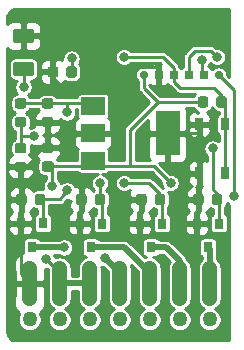
<source format=gbr>
G04 #@! TF.GenerationSoftware,KiCad,Pcbnew,(5.1.5)-3*
G04 #@! TF.CreationDate,2020-03-19T01:35:53+01:00*
G04 #@! TF.ProjectId,ESP8266_RGBA_Receiver,45535038-3236-4365-9f52-4742415f5265,rev?*
G04 #@! TF.SameCoordinates,Original*
G04 #@! TF.FileFunction,Copper,L1,Top*
G04 #@! TF.FilePolarity,Positive*
%FSLAX46Y46*%
G04 Gerber Fmt 4.6, Leading zero omitted, Abs format (unit mm)*
G04 Created by KiCad (PCBNEW (5.1.5)-3) date 2020-03-19 01:35:53*
%MOMM*%
%LPD*%
G04 APERTURE LIST*
%ADD10C,1.270000*%
%ADD11C,0.100000*%
%ADD12R,2.000000X1.500000*%
%ADD13R,2.000000X3.800000*%
%ADD14R,0.650000X1.050000*%
%ADD15R,0.800000X0.900000*%
%ADD16R,0.700000X0.700000*%
%ADD17C,0.704800*%
%ADD18C,0.800000*%
%ADD19C,0.250000*%
%ADD20C,0.500000*%
%ADD21C,0.254000*%
G04 APERTURE END LIST*
D10*
X80391000Y-76200000D03*
X82931000Y-76200000D03*
X85471000Y-76200000D03*
X88011000Y-76200000D03*
X90551000Y-76200000D03*
X93091000Y-76200000D03*
X95631000Y-76200000D03*
G04 #@! TA.AperFunction,SMDPad,CuDef*
D11*
G36*
X80453242Y-71250058D02*
G01*
X80514883Y-71259201D01*
X80575332Y-71274343D01*
X80634005Y-71295336D01*
X80690338Y-71321980D01*
X80743788Y-71354017D01*
X80793841Y-71391138D01*
X80840014Y-71432987D01*
X80881863Y-71479160D01*
X80918984Y-71529213D01*
X80951021Y-71582663D01*
X80977665Y-71638996D01*
X80998658Y-71697669D01*
X81013800Y-71758118D01*
X81022943Y-71819759D01*
X81026001Y-71882000D01*
X81026001Y-74422000D01*
X81022943Y-74484241D01*
X81013800Y-74545882D01*
X80998658Y-74606331D01*
X80977665Y-74665004D01*
X80951021Y-74721337D01*
X80918984Y-74774787D01*
X80881863Y-74824840D01*
X80840014Y-74871013D01*
X80793841Y-74912862D01*
X80743788Y-74949983D01*
X80690338Y-74982020D01*
X80634005Y-75008664D01*
X80575332Y-75029657D01*
X80514883Y-75044799D01*
X80453242Y-75053942D01*
X80391001Y-75057000D01*
X80390999Y-75057000D01*
X80328758Y-75053942D01*
X80267117Y-75044799D01*
X80206668Y-75029657D01*
X80147995Y-75008664D01*
X80091662Y-74982020D01*
X80038212Y-74949983D01*
X79988159Y-74912862D01*
X79941986Y-74871013D01*
X79900137Y-74824840D01*
X79863016Y-74774787D01*
X79830979Y-74721337D01*
X79804335Y-74665004D01*
X79783342Y-74606331D01*
X79768200Y-74545882D01*
X79759057Y-74484241D01*
X79755999Y-74422000D01*
X79755999Y-71882000D01*
X79759057Y-71819759D01*
X79768200Y-71758118D01*
X79783342Y-71697669D01*
X79804335Y-71638996D01*
X79830979Y-71582663D01*
X79863016Y-71529213D01*
X79900137Y-71479160D01*
X79941986Y-71432987D01*
X79988159Y-71391138D01*
X80038212Y-71354017D01*
X80091662Y-71321980D01*
X80147995Y-71295336D01*
X80206668Y-71274343D01*
X80267117Y-71259201D01*
X80328758Y-71250058D01*
X80390999Y-71247000D01*
X80391001Y-71247000D01*
X80453242Y-71250058D01*
G37*
G04 #@! TD.AperFunction*
G04 #@! TA.AperFunction,SMDPad,CuDef*
G36*
X82993242Y-71250058D02*
G01*
X83054883Y-71259201D01*
X83115332Y-71274343D01*
X83174005Y-71295336D01*
X83230338Y-71321980D01*
X83283788Y-71354017D01*
X83333841Y-71391138D01*
X83380014Y-71432987D01*
X83421863Y-71479160D01*
X83458984Y-71529213D01*
X83491021Y-71582663D01*
X83517665Y-71638996D01*
X83538658Y-71697669D01*
X83553800Y-71758118D01*
X83562943Y-71819759D01*
X83566001Y-71882000D01*
X83566001Y-74422000D01*
X83562943Y-74484241D01*
X83553800Y-74545882D01*
X83538658Y-74606331D01*
X83517665Y-74665004D01*
X83491021Y-74721337D01*
X83458984Y-74774787D01*
X83421863Y-74824840D01*
X83380014Y-74871013D01*
X83333841Y-74912862D01*
X83283788Y-74949983D01*
X83230338Y-74982020D01*
X83174005Y-75008664D01*
X83115332Y-75029657D01*
X83054883Y-75044799D01*
X82993242Y-75053942D01*
X82931001Y-75057000D01*
X82930999Y-75057000D01*
X82868758Y-75053942D01*
X82807117Y-75044799D01*
X82746668Y-75029657D01*
X82687995Y-75008664D01*
X82631662Y-74982020D01*
X82578212Y-74949983D01*
X82528159Y-74912862D01*
X82481986Y-74871013D01*
X82440137Y-74824840D01*
X82403016Y-74774787D01*
X82370979Y-74721337D01*
X82344335Y-74665004D01*
X82323342Y-74606331D01*
X82308200Y-74545882D01*
X82299057Y-74484241D01*
X82295999Y-74422000D01*
X82295999Y-71882000D01*
X82299057Y-71819759D01*
X82308200Y-71758118D01*
X82323342Y-71697669D01*
X82344335Y-71638996D01*
X82370979Y-71582663D01*
X82403016Y-71529213D01*
X82440137Y-71479160D01*
X82481986Y-71432987D01*
X82528159Y-71391138D01*
X82578212Y-71354017D01*
X82631662Y-71321980D01*
X82687995Y-71295336D01*
X82746668Y-71274343D01*
X82807117Y-71259201D01*
X82868758Y-71250058D01*
X82930999Y-71247000D01*
X82931001Y-71247000D01*
X82993242Y-71250058D01*
G37*
G04 #@! TD.AperFunction*
G04 #@! TA.AperFunction,SMDPad,CuDef*
G36*
X85533242Y-71250058D02*
G01*
X85594883Y-71259201D01*
X85655332Y-71274343D01*
X85714005Y-71295336D01*
X85770338Y-71321980D01*
X85823788Y-71354017D01*
X85873841Y-71391138D01*
X85920014Y-71432987D01*
X85961863Y-71479160D01*
X85998984Y-71529213D01*
X86031021Y-71582663D01*
X86057665Y-71638996D01*
X86078658Y-71697669D01*
X86093800Y-71758118D01*
X86102943Y-71819759D01*
X86106001Y-71882000D01*
X86106001Y-74422000D01*
X86102943Y-74484241D01*
X86093800Y-74545882D01*
X86078658Y-74606331D01*
X86057665Y-74665004D01*
X86031021Y-74721337D01*
X85998984Y-74774787D01*
X85961863Y-74824840D01*
X85920014Y-74871013D01*
X85873841Y-74912862D01*
X85823788Y-74949983D01*
X85770338Y-74982020D01*
X85714005Y-75008664D01*
X85655332Y-75029657D01*
X85594883Y-75044799D01*
X85533242Y-75053942D01*
X85471001Y-75057000D01*
X85470999Y-75057000D01*
X85408758Y-75053942D01*
X85347117Y-75044799D01*
X85286668Y-75029657D01*
X85227995Y-75008664D01*
X85171662Y-74982020D01*
X85118212Y-74949983D01*
X85068159Y-74912862D01*
X85021986Y-74871013D01*
X84980137Y-74824840D01*
X84943016Y-74774787D01*
X84910979Y-74721337D01*
X84884335Y-74665004D01*
X84863342Y-74606331D01*
X84848200Y-74545882D01*
X84839057Y-74484241D01*
X84835999Y-74422000D01*
X84835999Y-71882000D01*
X84839057Y-71819759D01*
X84848200Y-71758118D01*
X84863342Y-71697669D01*
X84884335Y-71638996D01*
X84910979Y-71582663D01*
X84943016Y-71529213D01*
X84980137Y-71479160D01*
X85021986Y-71432987D01*
X85068159Y-71391138D01*
X85118212Y-71354017D01*
X85171662Y-71321980D01*
X85227995Y-71295336D01*
X85286668Y-71274343D01*
X85347117Y-71259201D01*
X85408758Y-71250058D01*
X85470999Y-71247000D01*
X85471001Y-71247000D01*
X85533242Y-71250058D01*
G37*
G04 #@! TD.AperFunction*
G04 #@! TA.AperFunction,SMDPad,CuDef*
G36*
X88073242Y-71250058D02*
G01*
X88134883Y-71259201D01*
X88195332Y-71274343D01*
X88254005Y-71295336D01*
X88310338Y-71321980D01*
X88363788Y-71354017D01*
X88413841Y-71391138D01*
X88460014Y-71432987D01*
X88501863Y-71479160D01*
X88538984Y-71529213D01*
X88571021Y-71582663D01*
X88597665Y-71638996D01*
X88618658Y-71697669D01*
X88633800Y-71758118D01*
X88642943Y-71819759D01*
X88646001Y-71882000D01*
X88646001Y-74422000D01*
X88642943Y-74484241D01*
X88633800Y-74545882D01*
X88618658Y-74606331D01*
X88597665Y-74665004D01*
X88571021Y-74721337D01*
X88538984Y-74774787D01*
X88501863Y-74824840D01*
X88460014Y-74871013D01*
X88413841Y-74912862D01*
X88363788Y-74949983D01*
X88310338Y-74982020D01*
X88254005Y-75008664D01*
X88195332Y-75029657D01*
X88134883Y-75044799D01*
X88073242Y-75053942D01*
X88011001Y-75057000D01*
X88010999Y-75057000D01*
X87948758Y-75053942D01*
X87887117Y-75044799D01*
X87826668Y-75029657D01*
X87767995Y-75008664D01*
X87711662Y-74982020D01*
X87658212Y-74949983D01*
X87608159Y-74912862D01*
X87561986Y-74871013D01*
X87520137Y-74824840D01*
X87483016Y-74774787D01*
X87450979Y-74721337D01*
X87424335Y-74665004D01*
X87403342Y-74606331D01*
X87388200Y-74545882D01*
X87379057Y-74484241D01*
X87375999Y-74422000D01*
X87375999Y-71882000D01*
X87379057Y-71819759D01*
X87388200Y-71758118D01*
X87403342Y-71697669D01*
X87424335Y-71638996D01*
X87450979Y-71582663D01*
X87483016Y-71529213D01*
X87520137Y-71479160D01*
X87561986Y-71432987D01*
X87608159Y-71391138D01*
X87658212Y-71354017D01*
X87711662Y-71321980D01*
X87767995Y-71295336D01*
X87826668Y-71274343D01*
X87887117Y-71259201D01*
X87948758Y-71250058D01*
X88010999Y-71247000D01*
X88011001Y-71247000D01*
X88073242Y-71250058D01*
G37*
G04 #@! TD.AperFunction*
G04 #@! TA.AperFunction,SMDPad,CuDef*
G36*
X90613242Y-71250058D02*
G01*
X90674883Y-71259201D01*
X90735332Y-71274343D01*
X90794005Y-71295336D01*
X90850338Y-71321980D01*
X90903788Y-71354017D01*
X90953841Y-71391138D01*
X91000014Y-71432987D01*
X91041863Y-71479160D01*
X91078984Y-71529213D01*
X91111021Y-71582663D01*
X91137665Y-71638996D01*
X91158658Y-71697669D01*
X91173800Y-71758118D01*
X91182943Y-71819759D01*
X91186001Y-71882000D01*
X91186001Y-74422000D01*
X91182943Y-74484241D01*
X91173800Y-74545882D01*
X91158658Y-74606331D01*
X91137665Y-74665004D01*
X91111021Y-74721337D01*
X91078984Y-74774787D01*
X91041863Y-74824840D01*
X91000014Y-74871013D01*
X90953841Y-74912862D01*
X90903788Y-74949983D01*
X90850338Y-74982020D01*
X90794005Y-75008664D01*
X90735332Y-75029657D01*
X90674883Y-75044799D01*
X90613242Y-75053942D01*
X90551001Y-75057000D01*
X90550999Y-75057000D01*
X90488758Y-75053942D01*
X90427117Y-75044799D01*
X90366668Y-75029657D01*
X90307995Y-75008664D01*
X90251662Y-74982020D01*
X90198212Y-74949983D01*
X90148159Y-74912862D01*
X90101986Y-74871013D01*
X90060137Y-74824840D01*
X90023016Y-74774787D01*
X89990979Y-74721337D01*
X89964335Y-74665004D01*
X89943342Y-74606331D01*
X89928200Y-74545882D01*
X89919057Y-74484241D01*
X89915999Y-74422000D01*
X89915999Y-71882000D01*
X89919057Y-71819759D01*
X89928200Y-71758118D01*
X89943342Y-71697669D01*
X89964335Y-71638996D01*
X89990979Y-71582663D01*
X90023016Y-71529213D01*
X90060137Y-71479160D01*
X90101986Y-71432987D01*
X90148159Y-71391138D01*
X90198212Y-71354017D01*
X90251662Y-71321980D01*
X90307995Y-71295336D01*
X90366668Y-71274343D01*
X90427117Y-71259201D01*
X90488758Y-71250058D01*
X90550999Y-71247000D01*
X90551001Y-71247000D01*
X90613242Y-71250058D01*
G37*
G04 #@! TD.AperFunction*
G04 #@! TA.AperFunction,SMDPad,CuDef*
G36*
X93153242Y-71250058D02*
G01*
X93214883Y-71259201D01*
X93275332Y-71274343D01*
X93334005Y-71295336D01*
X93390338Y-71321980D01*
X93443788Y-71354017D01*
X93493841Y-71391138D01*
X93540014Y-71432987D01*
X93581863Y-71479160D01*
X93618984Y-71529213D01*
X93651021Y-71582663D01*
X93677665Y-71638996D01*
X93698658Y-71697669D01*
X93713800Y-71758118D01*
X93722943Y-71819759D01*
X93726001Y-71882000D01*
X93726001Y-74422000D01*
X93722943Y-74484241D01*
X93713800Y-74545882D01*
X93698658Y-74606331D01*
X93677665Y-74665004D01*
X93651021Y-74721337D01*
X93618984Y-74774787D01*
X93581863Y-74824840D01*
X93540014Y-74871013D01*
X93493841Y-74912862D01*
X93443788Y-74949983D01*
X93390338Y-74982020D01*
X93334005Y-75008664D01*
X93275332Y-75029657D01*
X93214883Y-75044799D01*
X93153242Y-75053942D01*
X93091001Y-75057000D01*
X93090999Y-75057000D01*
X93028758Y-75053942D01*
X92967117Y-75044799D01*
X92906668Y-75029657D01*
X92847995Y-75008664D01*
X92791662Y-74982020D01*
X92738212Y-74949983D01*
X92688159Y-74912862D01*
X92641986Y-74871013D01*
X92600137Y-74824840D01*
X92563016Y-74774787D01*
X92530979Y-74721337D01*
X92504335Y-74665004D01*
X92483342Y-74606331D01*
X92468200Y-74545882D01*
X92459057Y-74484241D01*
X92455999Y-74422000D01*
X92455999Y-71882000D01*
X92459057Y-71819759D01*
X92468200Y-71758118D01*
X92483342Y-71697669D01*
X92504335Y-71638996D01*
X92530979Y-71582663D01*
X92563016Y-71529213D01*
X92600137Y-71479160D01*
X92641986Y-71432987D01*
X92688159Y-71391138D01*
X92738212Y-71354017D01*
X92791662Y-71321980D01*
X92847995Y-71295336D01*
X92906668Y-71274343D01*
X92967117Y-71259201D01*
X93028758Y-71250058D01*
X93090999Y-71247000D01*
X93091001Y-71247000D01*
X93153242Y-71250058D01*
G37*
G04 #@! TD.AperFunction*
G04 #@! TA.AperFunction,SMDPad,CuDef*
G36*
X95693242Y-71250058D02*
G01*
X95754883Y-71259201D01*
X95815332Y-71274343D01*
X95874005Y-71295336D01*
X95930338Y-71321980D01*
X95983788Y-71354017D01*
X96033841Y-71391138D01*
X96080014Y-71432987D01*
X96121863Y-71479160D01*
X96158984Y-71529213D01*
X96191021Y-71582663D01*
X96217665Y-71638996D01*
X96238658Y-71697669D01*
X96253800Y-71758118D01*
X96262943Y-71819759D01*
X96266001Y-71882000D01*
X96266001Y-74422000D01*
X96262943Y-74484241D01*
X96253800Y-74545882D01*
X96238658Y-74606331D01*
X96217665Y-74665004D01*
X96191021Y-74721337D01*
X96158984Y-74774787D01*
X96121863Y-74824840D01*
X96080014Y-74871013D01*
X96033841Y-74912862D01*
X95983788Y-74949983D01*
X95930338Y-74982020D01*
X95874005Y-75008664D01*
X95815332Y-75029657D01*
X95754883Y-75044799D01*
X95693242Y-75053942D01*
X95631001Y-75057000D01*
X95630999Y-75057000D01*
X95568758Y-75053942D01*
X95507117Y-75044799D01*
X95446668Y-75029657D01*
X95387995Y-75008664D01*
X95331662Y-74982020D01*
X95278212Y-74949983D01*
X95228159Y-74912862D01*
X95181986Y-74871013D01*
X95140137Y-74824840D01*
X95103016Y-74774787D01*
X95070979Y-74721337D01*
X95044335Y-74665004D01*
X95023342Y-74606331D01*
X95008200Y-74545882D01*
X94999057Y-74484241D01*
X94995999Y-74422000D01*
X94995999Y-71882000D01*
X94999057Y-71819759D01*
X95008200Y-71758118D01*
X95023342Y-71697669D01*
X95044335Y-71638996D01*
X95070979Y-71582663D01*
X95103016Y-71529213D01*
X95140137Y-71479160D01*
X95181986Y-71432987D01*
X95228159Y-71391138D01*
X95278212Y-71354017D01*
X95331662Y-71321980D01*
X95387995Y-71295336D01*
X95446668Y-71274343D01*
X95507117Y-71259201D01*
X95568758Y-71250058D01*
X95630999Y-71247000D01*
X95631001Y-71247000D01*
X95693242Y-71250058D01*
G37*
G04 #@! TD.AperFunction*
G04 #@! TA.AperFunction,SMDPad,CuDef*
G36*
X82192691Y-59050553D02*
G01*
X82213926Y-59053703D01*
X82234750Y-59058919D01*
X82254962Y-59066151D01*
X82274368Y-59075330D01*
X82292781Y-59086366D01*
X82310024Y-59099154D01*
X82325930Y-59113570D01*
X82340346Y-59129476D01*
X82353134Y-59146719D01*
X82364170Y-59165132D01*
X82373349Y-59184538D01*
X82380581Y-59204750D01*
X82385797Y-59225574D01*
X82388947Y-59246809D01*
X82390000Y-59268250D01*
X82390000Y-59705750D01*
X82388947Y-59727191D01*
X82385797Y-59748426D01*
X82380581Y-59769250D01*
X82373349Y-59789462D01*
X82364170Y-59808868D01*
X82353134Y-59827281D01*
X82340346Y-59844524D01*
X82325930Y-59860430D01*
X82310024Y-59874846D01*
X82292781Y-59887634D01*
X82274368Y-59898670D01*
X82254962Y-59907849D01*
X82234750Y-59915081D01*
X82213926Y-59920297D01*
X82192691Y-59923447D01*
X82171250Y-59924500D01*
X81658750Y-59924500D01*
X81637309Y-59923447D01*
X81616074Y-59920297D01*
X81595250Y-59915081D01*
X81575038Y-59907849D01*
X81555632Y-59898670D01*
X81537219Y-59887634D01*
X81519976Y-59874846D01*
X81504070Y-59860430D01*
X81489654Y-59844524D01*
X81476866Y-59827281D01*
X81465830Y-59808868D01*
X81456651Y-59789462D01*
X81449419Y-59769250D01*
X81444203Y-59748426D01*
X81441053Y-59727191D01*
X81440000Y-59705750D01*
X81440000Y-59268250D01*
X81441053Y-59246809D01*
X81444203Y-59225574D01*
X81449419Y-59204750D01*
X81456651Y-59184538D01*
X81465830Y-59165132D01*
X81476866Y-59146719D01*
X81489654Y-59129476D01*
X81504070Y-59113570D01*
X81519976Y-59099154D01*
X81537219Y-59086366D01*
X81555632Y-59075330D01*
X81575038Y-59066151D01*
X81595250Y-59058919D01*
X81616074Y-59053703D01*
X81637309Y-59050553D01*
X81658750Y-59049500D01*
X82171250Y-59049500D01*
X82192691Y-59050553D01*
G37*
G04 #@! TD.AperFunction*
G04 #@! TA.AperFunction,SMDPad,CuDef*
G36*
X82192691Y-57475553D02*
G01*
X82213926Y-57478703D01*
X82234750Y-57483919D01*
X82254962Y-57491151D01*
X82274368Y-57500330D01*
X82292781Y-57511366D01*
X82310024Y-57524154D01*
X82325930Y-57538570D01*
X82340346Y-57554476D01*
X82353134Y-57571719D01*
X82364170Y-57590132D01*
X82373349Y-57609538D01*
X82380581Y-57629750D01*
X82385797Y-57650574D01*
X82388947Y-57671809D01*
X82390000Y-57693250D01*
X82390000Y-58130750D01*
X82388947Y-58152191D01*
X82385797Y-58173426D01*
X82380581Y-58194250D01*
X82373349Y-58214462D01*
X82364170Y-58233868D01*
X82353134Y-58252281D01*
X82340346Y-58269524D01*
X82325930Y-58285430D01*
X82310024Y-58299846D01*
X82292781Y-58312634D01*
X82274368Y-58323670D01*
X82254962Y-58332849D01*
X82234750Y-58340081D01*
X82213926Y-58345297D01*
X82192691Y-58348447D01*
X82171250Y-58349500D01*
X81658750Y-58349500D01*
X81637309Y-58348447D01*
X81616074Y-58345297D01*
X81595250Y-58340081D01*
X81575038Y-58332849D01*
X81555632Y-58323670D01*
X81537219Y-58312634D01*
X81519976Y-58299846D01*
X81504070Y-58285430D01*
X81489654Y-58269524D01*
X81476866Y-58252281D01*
X81465830Y-58233868D01*
X81456651Y-58214462D01*
X81449419Y-58194250D01*
X81444203Y-58173426D01*
X81441053Y-58152191D01*
X81440000Y-58130750D01*
X81440000Y-57693250D01*
X81441053Y-57671809D01*
X81444203Y-57650574D01*
X81449419Y-57629750D01*
X81456651Y-57609538D01*
X81465830Y-57590132D01*
X81476866Y-57571719D01*
X81489654Y-57554476D01*
X81504070Y-57538570D01*
X81519976Y-57524154D01*
X81537219Y-57511366D01*
X81555632Y-57500330D01*
X81575038Y-57491151D01*
X81595250Y-57483919D01*
X81616074Y-57478703D01*
X81637309Y-57475553D01*
X81658750Y-57474500D01*
X82171250Y-57474500D01*
X82192691Y-57475553D01*
G37*
G04 #@! TD.AperFunction*
D12*
X85775000Y-58152000D03*
X85775000Y-62752000D03*
X85775000Y-60452000D03*
D13*
X92075000Y-60452000D03*
D14*
X94751000Y-63840000D03*
X94751000Y-59690000D03*
X96901000Y-63840000D03*
X96901000Y-59690000D03*
G04 #@! TA.AperFunction,SMDPad,CuDef*
D11*
G36*
X95312191Y-57311053D02*
G01*
X95333426Y-57314203D01*
X95354250Y-57319419D01*
X95374462Y-57326651D01*
X95393868Y-57335830D01*
X95412281Y-57346866D01*
X95429524Y-57359654D01*
X95445430Y-57374070D01*
X95459846Y-57389976D01*
X95472634Y-57407219D01*
X95483670Y-57425632D01*
X95492849Y-57445038D01*
X95500081Y-57465250D01*
X95505297Y-57486074D01*
X95508447Y-57507309D01*
X95509500Y-57528750D01*
X95509500Y-58041250D01*
X95508447Y-58062691D01*
X95505297Y-58083926D01*
X95500081Y-58104750D01*
X95492849Y-58124962D01*
X95483670Y-58144368D01*
X95472634Y-58162781D01*
X95459846Y-58180024D01*
X95445430Y-58195930D01*
X95429524Y-58210346D01*
X95412281Y-58223134D01*
X95393868Y-58234170D01*
X95374462Y-58243349D01*
X95354250Y-58250581D01*
X95333426Y-58255797D01*
X95312191Y-58258947D01*
X95290750Y-58260000D01*
X94853250Y-58260000D01*
X94831809Y-58258947D01*
X94810574Y-58255797D01*
X94789750Y-58250581D01*
X94769538Y-58243349D01*
X94750132Y-58234170D01*
X94731719Y-58223134D01*
X94714476Y-58210346D01*
X94698570Y-58195930D01*
X94684154Y-58180024D01*
X94671366Y-58162781D01*
X94660330Y-58144368D01*
X94651151Y-58124962D01*
X94643919Y-58104750D01*
X94638703Y-58083926D01*
X94635553Y-58062691D01*
X94634500Y-58041250D01*
X94634500Y-57528750D01*
X94635553Y-57507309D01*
X94638703Y-57486074D01*
X94643919Y-57465250D01*
X94651151Y-57445038D01*
X94660330Y-57425632D01*
X94671366Y-57407219D01*
X94684154Y-57389976D01*
X94698570Y-57374070D01*
X94714476Y-57359654D01*
X94731719Y-57346866D01*
X94750132Y-57335830D01*
X94769538Y-57326651D01*
X94789750Y-57319419D01*
X94810574Y-57314203D01*
X94831809Y-57311053D01*
X94853250Y-57310000D01*
X95290750Y-57310000D01*
X95312191Y-57311053D01*
G37*
G04 #@! TD.AperFunction*
G04 #@! TA.AperFunction,SMDPad,CuDef*
G36*
X96887191Y-57311053D02*
G01*
X96908426Y-57314203D01*
X96929250Y-57319419D01*
X96949462Y-57326651D01*
X96968868Y-57335830D01*
X96987281Y-57346866D01*
X97004524Y-57359654D01*
X97020430Y-57374070D01*
X97034846Y-57389976D01*
X97047634Y-57407219D01*
X97058670Y-57425632D01*
X97067849Y-57445038D01*
X97075081Y-57465250D01*
X97080297Y-57486074D01*
X97083447Y-57507309D01*
X97084500Y-57528750D01*
X97084500Y-58041250D01*
X97083447Y-58062691D01*
X97080297Y-58083926D01*
X97075081Y-58104750D01*
X97067849Y-58124962D01*
X97058670Y-58144368D01*
X97047634Y-58162781D01*
X97034846Y-58180024D01*
X97020430Y-58195930D01*
X97004524Y-58210346D01*
X96987281Y-58223134D01*
X96968868Y-58234170D01*
X96949462Y-58243349D01*
X96929250Y-58250581D01*
X96908426Y-58255797D01*
X96887191Y-58258947D01*
X96865750Y-58260000D01*
X96428250Y-58260000D01*
X96406809Y-58258947D01*
X96385574Y-58255797D01*
X96364750Y-58250581D01*
X96344538Y-58243349D01*
X96325132Y-58234170D01*
X96306719Y-58223134D01*
X96289476Y-58210346D01*
X96273570Y-58195930D01*
X96259154Y-58180024D01*
X96246366Y-58162781D01*
X96235330Y-58144368D01*
X96226151Y-58124962D01*
X96218919Y-58104750D01*
X96213703Y-58083926D01*
X96210553Y-58062691D01*
X96209500Y-58041250D01*
X96209500Y-57528750D01*
X96210553Y-57507309D01*
X96213703Y-57486074D01*
X96218919Y-57465250D01*
X96226151Y-57445038D01*
X96235330Y-57425632D01*
X96246366Y-57407219D01*
X96259154Y-57389976D01*
X96273570Y-57374070D01*
X96289476Y-57359654D01*
X96306719Y-57346866D01*
X96325132Y-57335830D01*
X96344538Y-57326651D01*
X96364750Y-57319419D01*
X96385574Y-57314203D01*
X96406809Y-57311053D01*
X96428250Y-57310000D01*
X96865750Y-57310000D01*
X96887191Y-57311053D01*
G37*
G04 #@! TD.AperFunction*
G04 #@! TA.AperFunction,SMDPad,CuDef*
G36*
X84187191Y-54771053D02*
G01*
X84208426Y-54774203D01*
X84229250Y-54779419D01*
X84249462Y-54786651D01*
X84268868Y-54795830D01*
X84287281Y-54806866D01*
X84304524Y-54819654D01*
X84320430Y-54834070D01*
X84334846Y-54849976D01*
X84347634Y-54867219D01*
X84358670Y-54885632D01*
X84367849Y-54905038D01*
X84375081Y-54925250D01*
X84380297Y-54946074D01*
X84383447Y-54967309D01*
X84384500Y-54988750D01*
X84384500Y-55501250D01*
X84383447Y-55522691D01*
X84380297Y-55543926D01*
X84375081Y-55564750D01*
X84367849Y-55584962D01*
X84358670Y-55604368D01*
X84347634Y-55622781D01*
X84334846Y-55640024D01*
X84320430Y-55655930D01*
X84304524Y-55670346D01*
X84287281Y-55683134D01*
X84268868Y-55694170D01*
X84249462Y-55703349D01*
X84229250Y-55710581D01*
X84208426Y-55715797D01*
X84187191Y-55718947D01*
X84165750Y-55720000D01*
X83728250Y-55720000D01*
X83706809Y-55718947D01*
X83685574Y-55715797D01*
X83664750Y-55710581D01*
X83644538Y-55703349D01*
X83625132Y-55694170D01*
X83606719Y-55683134D01*
X83589476Y-55670346D01*
X83573570Y-55655930D01*
X83559154Y-55640024D01*
X83546366Y-55622781D01*
X83535330Y-55604368D01*
X83526151Y-55584962D01*
X83518919Y-55564750D01*
X83513703Y-55543926D01*
X83510553Y-55522691D01*
X83509500Y-55501250D01*
X83509500Y-54988750D01*
X83510553Y-54967309D01*
X83513703Y-54946074D01*
X83518919Y-54925250D01*
X83526151Y-54905038D01*
X83535330Y-54885632D01*
X83546366Y-54867219D01*
X83559154Y-54849976D01*
X83573570Y-54834070D01*
X83589476Y-54819654D01*
X83606719Y-54806866D01*
X83625132Y-54795830D01*
X83644538Y-54786651D01*
X83664750Y-54779419D01*
X83685574Y-54774203D01*
X83706809Y-54771053D01*
X83728250Y-54770000D01*
X84165750Y-54770000D01*
X84187191Y-54771053D01*
G37*
G04 #@! TD.AperFunction*
G04 #@! TA.AperFunction,SMDPad,CuDef*
G36*
X82612191Y-54771053D02*
G01*
X82633426Y-54774203D01*
X82654250Y-54779419D01*
X82674462Y-54786651D01*
X82693868Y-54795830D01*
X82712281Y-54806866D01*
X82729524Y-54819654D01*
X82745430Y-54834070D01*
X82759846Y-54849976D01*
X82772634Y-54867219D01*
X82783670Y-54885632D01*
X82792849Y-54905038D01*
X82800081Y-54925250D01*
X82805297Y-54946074D01*
X82808447Y-54967309D01*
X82809500Y-54988750D01*
X82809500Y-55501250D01*
X82808447Y-55522691D01*
X82805297Y-55543926D01*
X82800081Y-55564750D01*
X82792849Y-55584962D01*
X82783670Y-55604368D01*
X82772634Y-55622781D01*
X82759846Y-55640024D01*
X82745430Y-55655930D01*
X82729524Y-55670346D01*
X82712281Y-55683134D01*
X82693868Y-55694170D01*
X82674462Y-55703349D01*
X82654250Y-55710581D01*
X82633426Y-55715797D01*
X82612191Y-55718947D01*
X82590750Y-55720000D01*
X82153250Y-55720000D01*
X82131809Y-55718947D01*
X82110574Y-55715797D01*
X82089750Y-55710581D01*
X82069538Y-55703349D01*
X82050132Y-55694170D01*
X82031719Y-55683134D01*
X82014476Y-55670346D01*
X81998570Y-55655930D01*
X81984154Y-55640024D01*
X81971366Y-55622781D01*
X81960330Y-55604368D01*
X81951151Y-55584962D01*
X81943919Y-55564750D01*
X81938703Y-55543926D01*
X81935553Y-55522691D01*
X81934500Y-55501250D01*
X81934500Y-54988750D01*
X81935553Y-54967309D01*
X81938703Y-54946074D01*
X81943919Y-54925250D01*
X81951151Y-54905038D01*
X81960330Y-54885632D01*
X81971366Y-54867219D01*
X81984154Y-54849976D01*
X81998570Y-54834070D01*
X82014476Y-54819654D01*
X82031719Y-54806866D01*
X82050132Y-54795830D01*
X82069538Y-54786651D01*
X82089750Y-54779419D01*
X82110574Y-54774203D01*
X82131809Y-54771053D01*
X82153250Y-54770000D01*
X82590750Y-54770000D01*
X82612191Y-54771053D01*
G37*
G04 #@! TD.AperFunction*
G04 #@! TA.AperFunction,SMDPad,CuDef*
G36*
X79906691Y-61260053D02*
G01*
X79927926Y-61263203D01*
X79948750Y-61268419D01*
X79968962Y-61275651D01*
X79988368Y-61284830D01*
X80006781Y-61295866D01*
X80024024Y-61308654D01*
X80039930Y-61323070D01*
X80054346Y-61338976D01*
X80067134Y-61356219D01*
X80078170Y-61374632D01*
X80087349Y-61394038D01*
X80094581Y-61414250D01*
X80099797Y-61435074D01*
X80102947Y-61456309D01*
X80104000Y-61477750D01*
X80104000Y-61915250D01*
X80102947Y-61936691D01*
X80099797Y-61957926D01*
X80094581Y-61978750D01*
X80087349Y-61998962D01*
X80078170Y-62018368D01*
X80067134Y-62036781D01*
X80054346Y-62054024D01*
X80039930Y-62069930D01*
X80024024Y-62084346D01*
X80006781Y-62097134D01*
X79988368Y-62108170D01*
X79968962Y-62117349D01*
X79948750Y-62124581D01*
X79927926Y-62129797D01*
X79906691Y-62132947D01*
X79885250Y-62134000D01*
X79372750Y-62134000D01*
X79351309Y-62132947D01*
X79330074Y-62129797D01*
X79309250Y-62124581D01*
X79289038Y-62117349D01*
X79269632Y-62108170D01*
X79251219Y-62097134D01*
X79233976Y-62084346D01*
X79218070Y-62069930D01*
X79203654Y-62054024D01*
X79190866Y-62036781D01*
X79179830Y-62018368D01*
X79170651Y-61998962D01*
X79163419Y-61978750D01*
X79158203Y-61957926D01*
X79155053Y-61936691D01*
X79154000Y-61915250D01*
X79154000Y-61477750D01*
X79155053Y-61456309D01*
X79158203Y-61435074D01*
X79163419Y-61414250D01*
X79170651Y-61394038D01*
X79179830Y-61374632D01*
X79190866Y-61356219D01*
X79203654Y-61338976D01*
X79218070Y-61323070D01*
X79233976Y-61308654D01*
X79251219Y-61295866D01*
X79269632Y-61284830D01*
X79289038Y-61275651D01*
X79309250Y-61268419D01*
X79330074Y-61263203D01*
X79351309Y-61260053D01*
X79372750Y-61259000D01*
X79885250Y-61259000D01*
X79906691Y-61260053D01*
G37*
G04 #@! TD.AperFunction*
G04 #@! TA.AperFunction,SMDPad,CuDef*
G36*
X79906691Y-62835053D02*
G01*
X79927926Y-62838203D01*
X79948750Y-62843419D01*
X79968962Y-62850651D01*
X79988368Y-62859830D01*
X80006781Y-62870866D01*
X80024024Y-62883654D01*
X80039930Y-62898070D01*
X80054346Y-62913976D01*
X80067134Y-62931219D01*
X80078170Y-62949632D01*
X80087349Y-62969038D01*
X80094581Y-62989250D01*
X80099797Y-63010074D01*
X80102947Y-63031309D01*
X80104000Y-63052750D01*
X80104000Y-63490250D01*
X80102947Y-63511691D01*
X80099797Y-63532926D01*
X80094581Y-63553750D01*
X80087349Y-63573962D01*
X80078170Y-63593368D01*
X80067134Y-63611781D01*
X80054346Y-63629024D01*
X80039930Y-63644930D01*
X80024024Y-63659346D01*
X80006781Y-63672134D01*
X79988368Y-63683170D01*
X79968962Y-63692349D01*
X79948750Y-63699581D01*
X79927926Y-63704797D01*
X79906691Y-63707947D01*
X79885250Y-63709000D01*
X79372750Y-63709000D01*
X79351309Y-63707947D01*
X79330074Y-63704797D01*
X79309250Y-63699581D01*
X79289038Y-63692349D01*
X79269632Y-63683170D01*
X79251219Y-63672134D01*
X79233976Y-63659346D01*
X79218070Y-63644930D01*
X79203654Y-63629024D01*
X79190866Y-63611781D01*
X79179830Y-63593368D01*
X79170651Y-63573962D01*
X79163419Y-63553750D01*
X79158203Y-63532926D01*
X79155053Y-63511691D01*
X79154000Y-63490250D01*
X79154000Y-63052750D01*
X79155053Y-63031309D01*
X79158203Y-63010074D01*
X79163419Y-62989250D01*
X79170651Y-62969038D01*
X79179830Y-62949632D01*
X79190866Y-62931219D01*
X79203654Y-62913976D01*
X79218070Y-62898070D01*
X79233976Y-62883654D01*
X79251219Y-62870866D01*
X79269632Y-62859830D01*
X79289038Y-62850651D01*
X79309250Y-62843419D01*
X79330074Y-62838203D01*
X79351309Y-62835053D01*
X79372750Y-62834000D01*
X79885250Y-62834000D01*
X79906691Y-62835053D01*
G37*
G04 #@! TD.AperFunction*
G04 #@! TA.AperFunction,SMDPad,CuDef*
G36*
X79906691Y-57475553D02*
G01*
X79927926Y-57478703D01*
X79948750Y-57483919D01*
X79968962Y-57491151D01*
X79988368Y-57500330D01*
X80006781Y-57511366D01*
X80024024Y-57524154D01*
X80039930Y-57538570D01*
X80054346Y-57554476D01*
X80067134Y-57571719D01*
X80078170Y-57590132D01*
X80087349Y-57609538D01*
X80094581Y-57629750D01*
X80099797Y-57650574D01*
X80102947Y-57671809D01*
X80104000Y-57693250D01*
X80104000Y-58130750D01*
X80102947Y-58152191D01*
X80099797Y-58173426D01*
X80094581Y-58194250D01*
X80087349Y-58214462D01*
X80078170Y-58233868D01*
X80067134Y-58252281D01*
X80054346Y-58269524D01*
X80039930Y-58285430D01*
X80024024Y-58299846D01*
X80006781Y-58312634D01*
X79988368Y-58323670D01*
X79968962Y-58332849D01*
X79948750Y-58340081D01*
X79927926Y-58345297D01*
X79906691Y-58348447D01*
X79885250Y-58349500D01*
X79372750Y-58349500D01*
X79351309Y-58348447D01*
X79330074Y-58345297D01*
X79309250Y-58340081D01*
X79289038Y-58332849D01*
X79269632Y-58323670D01*
X79251219Y-58312634D01*
X79233976Y-58299846D01*
X79218070Y-58285430D01*
X79203654Y-58269524D01*
X79190866Y-58252281D01*
X79179830Y-58233868D01*
X79170651Y-58214462D01*
X79163419Y-58194250D01*
X79158203Y-58173426D01*
X79155053Y-58152191D01*
X79154000Y-58130750D01*
X79154000Y-57693250D01*
X79155053Y-57671809D01*
X79158203Y-57650574D01*
X79163419Y-57629750D01*
X79170651Y-57609538D01*
X79179830Y-57590132D01*
X79190866Y-57571719D01*
X79203654Y-57554476D01*
X79218070Y-57538570D01*
X79233976Y-57524154D01*
X79251219Y-57511366D01*
X79269632Y-57500330D01*
X79289038Y-57491151D01*
X79309250Y-57483919D01*
X79330074Y-57478703D01*
X79351309Y-57475553D01*
X79372750Y-57474500D01*
X79885250Y-57474500D01*
X79906691Y-57475553D01*
G37*
G04 #@! TD.AperFunction*
G04 #@! TA.AperFunction,SMDPad,CuDef*
G36*
X79906691Y-59050553D02*
G01*
X79927926Y-59053703D01*
X79948750Y-59058919D01*
X79968962Y-59066151D01*
X79988368Y-59075330D01*
X80006781Y-59086366D01*
X80024024Y-59099154D01*
X80039930Y-59113570D01*
X80054346Y-59129476D01*
X80067134Y-59146719D01*
X80078170Y-59165132D01*
X80087349Y-59184538D01*
X80094581Y-59204750D01*
X80099797Y-59225574D01*
X80102947Y-59246809D01*
X80104000Y-59268250D01*
X80104000Y-59705750D01*
X80102947Y-59727191D01*
X80099797Y-59748426D01*
X80094581Y-59769250D01*
X80087349Y-59789462D01*
X80078170Y-59808868D01*
X80067134Y-59827281D01*
X80054346Y-59844524D01*
X80039930Y-59860430D01*
X80024024Y-59874846D01*
X80006781Y-59887634D01*
X79988368Y-59898670D01*
X79968962Y-59907849D01*
X79948750Y-59915081D01*
X79927926Y-59920297D01*
X79906691Y-59923447D01*
X79885250Y-59924500D01*
X79372750Y-59924500D01*
X79351309Y-59923447D01*
X79330074Y-59920297D01*
X79309250Y-59915081D01*
X79289038Y-59907849D01*
X79269632Y-59898670D01*
X79251219Y-59887634D01*
X79233976Y-59874846D01*
X79218070Y-59860430D01*
X79203654Y-59844524D01*
X79190866Y-59827281D01*
X79179830Y-59808868D01*
X79170651Y-59789462D01*
X79163419Y-59769250D01*
X79158203Y-59748426D01*
X79155053Y-59727191D01*
X79154000Y-59705750D01*
X79154000Y-59268250D01*
X79155053Y-59246809D01*
X79158203Y-59225574D01*
X79163419Y-59204750D01*
X79170651Y-59184538D01*
X79179830Y-59165132D01*
X79190866Y-59146719D01*
X79203654Y-59129476D01*
X79218070Y-59113570D01*
X79233976Y-59099154D01*
X79251219Y-59086366D01*
X79269632Y-59075330D01*
X79289038Y-59066151D01*
X79309250Y-59058919D01*
X79330074Y-59053703D01*
X79351309Y-59050553D01*
X79372750Y-59049500D01*
X79885250Y-59049500D01*
X79906691Y-59050553D01*
G37*
G04 #@! TD.AperFunction*
G04 #@! TA.AperFunction,SMDPad,CuDef*
G36*
X81520191Y-65566053D02*
G01*
X81541426Y-65569203D01*
X81562250Y-65574419D01*
X81582462Y-65581651D01*
X81601868Y-65590830D01*
X81620281Y-65601866D01*
X81637524Y-65614654D01*
X81653430Y-65629070D01*
X81667846Y-65644976D01*
X81680634Y-65662219D01*
X81691670Y-65680632D01*
X81700849Y-65700038D01*
X81708081Y-65720250D01*
X81713297Y-65741074D01*
X81716447Y-65762309D01*
X81717500Y-65783750D01*
X81717500Y-66296250D01*
X81716447Y-66317691D01*
X81713297Y-66338926D01*
X81708081Y-66359750D01*
X81700849Y-66379962D01*
X81691670Y-66399368D01*
X81680634Y-66417781D01*
X81667846Y-66435024D01*
X81653430Y-66450930D01*
X81637524Y-66465346D01*
X81620281Y-66478134D01*
X81601868Y-66489170D01*
X81582462Y-66498349D01*
X81562250Y-66505581D01*
X81541426Y-66510797D01*
X81520191Y-66513947D01*
X81498750Y-66515000D01*
X81061250Y-66515000D01*
X81039809Y-66513947D01*
X81018574Y-66510797D01*
X80997750Y-66505581D01*
X80977538Y-66498349D01*
X80958132Y-66489170D01*
X80939719Y-66478134D01*
X80922476Y-66465346D01*
X80906570Y-66450930D01*
X80892154Y-66435024D01*
X80879366Y-66417781D01*
X80868330Y-66399368D01*
X80859151Y-66379962D01*
X80851919Y-66359750D01*
X80846703Y-66338926D01*
X80843553Y-66317691D01*
X80842500Y-66296250D01*
X80842500Y-65783750D01*
X80843553Y-65762309D01*
X80846703Y-65741074D01*
X80851919Y-65720250D01*
X80859151Y-65700038D01*
X80868330Y-65680632D01*
X80879366Y-65662219D01*
X80892154Y-65644976D01*
X80906570Y-65629070D01*
X80922476Y-65614654D01*
X80939719Y-65601866D01*
X80958132Y-65590830D01*
X80977538Y-65581651D01*
X80997750Y-65574419D01*
X81018574Y-65569203D01*
X81039809Y-65566053D01*
X81061250Y-65565000D01*
X81498750Y-65565000D01*
X81520191Y-65566053D01*
G37*
G04 #@! TD.AperFunction*
G04 #@! TA.AperFunction,SMDPad,CuDef*
G36*
X79945191Y-65566053D02*
G01*
X79966426Y-65569203D01*
X79987250Y-65574419D01*
X80007462Y-65581651D01*
X80026868Y-65590830D01*
X80045281Y-65601866D01*
X80062524Y-65614654D01*
X80078430Y-65629070D01*
X80092846Y-65644976D01*
X80105634Y-65662219D01*
X80116670Y-65680632D01*
X80125849Y-65700038D01*
X80133081Y-65720250D01*
X80138297Y-65741074D01*
X80141447Y-65762309D01*
X80142500Y-65783750D01*
X80142500Y-66296250D01*
X80141447Y-66317691D01*
X80138297Y-66338926D01*
X80133081Y-66359750D01*
X80125849Y-66379962D01*
X80116670Y-66399368D01*
X80105634Y-66417781D01*
X80092846Y-66435024D01*
X80078430Y-66450930D01*
X80062524Y-66465346D01*
X80045281Y-66478134D01*
X80026868Y-66489170D01*
X80007462Y-66498349D01*
X79987250Y-66505581D01*
X79966426Y-66510797D01*
X79945191Y-66513947D01*
X79923750Y-66515000D01*
X79486250Y-66515000D01*
X79464809Y-66513947D01*
X79443574Y-66510797D01*
X79422750Y-66505581D01*
X79402538Y-66498349D01*
X79383132Y-66489170D01*
X79364719Y-66478134D01*
X79347476Y-66465346D01*
X79331570Y-66450930D01*
X79317154Y-66435024D01*
X79304366Y-66417781D01*
X79293330Y-66399368D01*
X79284151Y-66379962D01*
X79276919Y-66359750D01*
X79271703Y-66338926D01*
X79268553Y-66317691D01*
X79267500Y-66296250D01*
X79267500Y-65783750D01*
X79268553Y-65762309D01*
X79271703Y-65741074D01*
X79276919Y-65720250D01*
X79284151Y-65700038D01*
X79293330Y-65680632D01*
X79304366Y-65662219D01*
X79317154Y-65644976D01*
X79331570Y-65629070D01*
X79347476Y-65614654D01*
X79364719Y-65601866D01*
X79383132Y-65590830D01*
X79402538Y-65581651D01*
X79422750Y-65574419D01*
X79443574Y-65569203D01*
X79464809Y-65566053D01*
X79486250Y-65565000D01*
X79923750Y-65565000D01*
X79945191Y-65566053D01*
G37*
G04 #@! TD.AperFunction*
G04 #@! TA.AperFunction,SMDPad,CuDef*
G36*
X86600191Y-65566053D02*
G01*
X86621426Y-65569203D01*
X86642250Y-65574419D01*
X86662462Y-65581651D01*
X86681868Y-65590830D01*
X86700281Y-65601866D01*
X86717524Y-65614654D01*
X86733430Y-65629070D01*
X86747846Y-65644976D01*
X86760634Y-65662219D01*
X86771670Y-65680632D01*
X86780849Y-65700038D01*
X86788081Y-65720250D01*
X86793297Y-65741074D01*
X86796447Y-65762309D01*
X86797500Y-65783750D01*
X86797500Y-66296250D01*
X86796447Y-66317691D01*
X86793297Y-66338926D01*
X86788081Y-66359750D01*
X86780849Y-66379962D01*
X86771670Y-66399368D01*
X86760634Y-66417781D01*
X86747846Y-66435024D01*
X86733430Y-66450930D01*
X86717524Y-66465346D01*
X86700281Y-66478134D01*
X86681868Y-66489170D01*
X86662462Y-66498349D01*
X86642250Y-66505581D01*
X86621426Y-66510797D01*
X86600191Y-66513947D01*
X86578750Y-66515000D01*
X86141250Y-66515000D01*
X86119809Y-66513947D01*
X86098574Y-66510797D01*
X86077750Y-66505581D01*
X86057538Y-66498349D01*
X86038132Y-66489170D01*
X86019719Y-66478134D01*
X86002476Y-66465346D01*
X85986570Y-66450930D01*
X85972154Y-66435024D01*
X85959366Y-66417781D01*
X85948330Y-66399368D01*
X85939151Y-66379962D01*
X85931919Y-66359750D01*
X85926703Y-66338926D01*
X85923553Y-66317691D01*
X85922500Y-66296250D01*
X85922500Y-65783750D01*
X85923553Y-65762309D01*
X85926703Y-65741074D01*
X85931919Y-65720250D01*
X85939151Y-65700038D01*
X85948330Y-65680632D01*
X85959366Y-65662219D01*
X85972154Y-65644976D01*
X85986570Y-65629070D01*
X86002476Y-65614654D01*
X86019719Y-65601866D01*
X86038132Y-65590830D01*
X86057538Y-65581651D01*
X86077750Y-65574419D01*
X86098574Y-65569203D01*
X86119809Y-65566053D01*
X86141250Y-65565000D01*
X86578750Y-65565000D01*
X86600191Y-65566053D01*
G37*
G04 #@! TD.AperFunction*
G04 #@! TA.AperFunction,SMDPad,CuDef*
G36*
X85025191Y-65566053D02*
G01*
X85046426Y-65569203D01*
X85067250Y-65574419D01*
X85087462Y-65581651D01*
X85106868Y-65590830D01*
X85125281Y-65601866D01*
X85142524Y-65614654D01*
X85158430Y-65629070D01*
X85172846Y-65644976D01*
X85185634Y-65662219D01*
X85196670Y-65680632D01*
X85205849Y-65700038D01*
X85213081Y-65720250D01*
X85218297Y-65741074D01*
X85221447Y-65762309D01*
X85222500Y-65783750D01*
X85222500Y-66296250D01*
X85221447Y-66317691D01*
X85218297Y-66338926D01*
X85213081Y-66359750D01*
X85205849Y-66379962D01*
X85196670Y-66399368D01*
X85185634Y-66417781D01*
X85172846Y-66435024D01*
X85158430Y-66450930D01*
X85142524Y-66465346D01*
X85125281Y-66478134D01*
X85106868Y-66489170D01*
X85087462Y-66498349D01*
X85067250Y-66505581D01*
X85046426Y-66510797D01*
X85025191Y-66513947D01*
X85003750Y-66515000D01*
X84566250Y-66515000D01*
X84544809Y-66513947D01*
X84523574Y-66510797D01*
X84502750Y-66505581D01*
X84482538Y-66498349D01*
X84463132Y-66489170D01*
X84444719Y-66478134D01*
X84427476Y-66465346D01*
X84411570Y-66450930D01*
X84397154Y-66435024D01*
X84384366Y-66417781D01*
X84373330Y-66399368D01*
X84364151Y-66379962D01*
X84356919Y-66359750D01*
X84351703Y-66338926D01*
X84348553Y-66317691D01*
X84347500Y-66296250D01*
X84347500Y-65783750D01*
X84348553Y-65762309D01*
X84351703Y-65741074D01*
X84356919Y-65720250D01*
X84364151Y-65700038D01*
X84373330Y-65680632D01*
X84384366Y-65662219D01*
X84397154Y-65644976D01*
X84411570Y-65629070D01*
X84427476Y-65614654D01*
X84444719Y-65601866D01*
X84463132Y-65590830D01*
X84482538Y-65581651D01*
X84502750Y-65574419D01*
X84523574Y-65569203D01*
X84544809Y-65566053D01*
X84566250Y-65565000D01*
X85003750Y-65565000D01*
X85025191Y-65566053D01*
G37*
G04 #@! TD.AperFunction*
G04 #@! TA.AperFunction,SMDPad,CuDef*
G36*
X91680191Y-65566053D02*
G01*
X91701426Y-65569203D01*
X91722250Y-65574419D01*
X91742462Y-65581651D01*
X91761868Y-65590830D01*
X91780281Y-65601866D01*
X91797524Y-65614654D01*
X91813430Y-65629070D01*
X91827846Y-65644976D01*
X91840634Y-65662219D01*
X91851670Y-65680632D01*
X91860849Y-65700038D01*
X91868081Y-65720250D01*
X91873297Y-65741074D01*
X91876447Y-65762309D01*
X91877500Y-65783750D01*
X91877500Y-66296250D01*
X91876447Y-66317691D01*
X91873297Y-66338926D01*
X91868081Y-66359750D01*
X91860849Y-66379962D01*
X91851670Y-66399368D01*
X91840634Y-66417781D01*
X91827846Y-66435024D01*
X91813430Y-66450930D01*
X91797524Y-66465346D01*
X91780281Y-66478134D01*
X91761868Y-66489170D01*
X91742462Y-66498349D01*
X91722250Y-66505581D01*
X91701426Y-66510797D01*
X91680191Y-66513947D01*
X91658750Y-66515000D01*
X91221250Y-66515000D01*
X91199809Y-66513947D01*
X91178574Y-66510797D01*
X91157750Y-66505581D01*
X91137538Y-66498349D01*
X91118132Y-66489170D01*
X91099719Y-66478134D01*
X91082476Y-66465346D01*
X91066570Y-66450930D01*
X91052154Y-66435024D01*
X91039366Y-66417781D01*
X91028330Y-66399368D01*
X91019151Y-66379962D01*
X91011919Y-66359750D01*
X91006703Y-66338926D01*
X91003553Y-66317691D01*
X91002500Y-66296250D01*
X91002500Y-65783750D01*
X91003553Y-65762309D01*
X91006703Y-65741074D01*
X91011919Y-65720250D01*
X91019151Y-65700038D01*
X91028330Y-65680632D01*
X91039366Y-65662219D01*
X91052154Y-65644976D01*
X91066570Y-65629070D01*
X91082476Y-65614654D01*
X91099719Y-65601866D01*
X91118132Y-65590830D01*
X91137538Y-65581651D01*
X91157750Y-65574419D01*
X91178574Y-65569203D01*
X91199809Y-65566053D01*
X91221250Y-65565000D01*
X91658750Y-65565000D01*
X91680191Y-65566053D01*
G37*
G04 #@! TD.AperFunction*
G04 #@! TA.AperFunction,SMDPad,CuDef*
G36*
X90105191Y-65566053D02*
G01*
X90126426Y-65569203D01*
X90147250Y-65574419D01*
X90167462Y-65581651D01*
X90186868Y-65590830D01*
X90205281Y-65601866D01*
X90222524Y-65614654D01*
X90238430Y-65629070D01*
X90252846Y-65644976D01*
X90265634Y-65662219D01*
X90276670Y-65680632D01*
X90285849Y-65700038D01*
X90293081Y-65720250D01*
X90298297Y-65741074D01*
X90301447Y-65762309D01*
X90302500Y-65783750D01*
X90302500Y-66296250D01*
X90301447Y-66317691D01*
X90298297Y-66338926D01*
X90293081Y-66359750D01*
X90285849Y-66379962D01*
X90276670Y-66399368D01*
X90265634Y-66417781D01*
X90252846Y-66435024D01*
X90238430Y-66450930D01*
X90222524Y-66465346D01*
X90205281Y-66478134D01*
X90186868Y-66489170D01*
X90167462Y-66498349D01*
X90147250Y-66505581D01*
X90126426Y-66510797D01*
X90105191Y-66513947D01*
X90083750Y-66515000D01*
X89646250Y-66515000D01*
X89624809Y-66513947D01*
X89603574Y-66510797D01*
X89582750Y-66505581D01*
X89562538Y-66498349D01*
X89543132Y-66489170D01*
X89524719Y-66478134D01*
X89507476Y-66465346D01*
X89491570Y-66450930D01*
X89477154Y-66435024D01*
X89464366Y-66417781D01*
X89453330Y-66399368D01*
X89444151Y-66379962D01*
X89436919Y-66359750D01*
X89431703Y-66338926D01*
X89428553Y-66317691D01*
X89427500Y-66296250D01*
X89427500Y-65783750D01*
X89428553Y-65762309D01*
X89431703Y-65741074D01*
X89436919Y-65720250D01*
X89444151Y-65700038D01*
X89453330Y-65680632D01*
X89464366Y-65662219D01*
X89477154Y-65644976D01*
X89491570Y-65629070D01*
X89507476Y-65614654D01*
X89524719Y-65601866D01*
X89543132Y-65590830D01*
X89562538Y-65581651D01*
X89582750Y-65574419D01*
X89603574Y-65569203D01*
X89624809Y-65566053D01*
X89646250Y-65565000D01*
X90083750Y-65565000D01*
X90105191Y-65566053D01*
G37*
G04 #@! TD.AperFunction*
G04 #@! TA.AperFunction,SMDPad,CuDef*
G36*
X96506191Y-65566053D02*
G01*
X96527426Y-65569203D01*
X96548250Y-65574419D01*
X96568462Y-65581651D01*
X96587868Y-65590830D01*
X96606281Y-65601866D01*
X96623524Y-65614654D01*
X96639430Y-65629070D01*
X96653846Y-65644976D01*
X96666634Y-65662219D01*
X96677670Y-65680632D01*
X96686849Y-65700038D01*
X96694081Y-65720250D01*
X96699297Y-65741074D01*
X96702447Y-65762309D01*
X96703500Y-65783750D01*
X96703500Y-66296250D01*
X96702447Y-66317691D01*
X96699297Y-66338926D01*
X96694081Y-66359750D01*
X96686849Y-66379962D01*
X96677670Y-66399368D01*
X96666634Y-66417781D01*
X96653846Y-66435024D01*
X96639430Y-66450930D01*
X96623524Y-66465346D01*
X96606281Y-66478134D01*
X96587868Y-66489170D01*
X96568462Y-66498349D01*
X96548250Y-66505581D01*
X96527426Y-66510797D01*
X96506191Y-66513947D01*
X96484750Y-66515000D01*
X96047250Y-66515000D01*
X96025809Y-66513947D01*
X96004574Y-66510797D01*
X95983750Y-66505581D01*
X95963538Y-66498349D01*
X95944132Y-66489170D01*
X95925719Y-66478134D01*
X95908476Y-66465346D01*
X95892570Y-66450930D01*
X95878154Y-66435024D01*
X95865366Y-66417781D01*
X95854330Y-66399368D01*
X95845151Y-66379962D01*
X95837919Y-66359750D01*
X95832703Y-66338926D01*
X95829553Y-66317691D01*
X95828500Y-66296250D01*
X95828500Y-65783750D01*
X95829553Y-65762309D01*
X95832703Y-65741074D01*
X95837919Y-65720250D01*
X95845151Y-65700038D01*
X95854330Y-65680632D01*
X95865366Y-65662219D01*
X95878154Y-65644976D01*
X95892570Y-65629070D01*
X95908476Y-65614654D01*
X95925719Y-65601866D01*
X95944132Y-65590830D01*
X95963538Y-65581651D01*
X95983750Y-65574419D01*
X96004574Y-65569203D01*
X96025809Y-65566053D01*
X96047250Y-65565000D01*
X96484750Y-65565000D01*
X96506191Y-65566053D01*
G37*
G04 #@! TD.AperFunction*
G04 #@! TA.AperFunction,SMDPad,CuDef*
G36*
X94931191Y-65566053D02*
G01*
X94952426Y-65569203D01*
X94973250Y-65574419D01*
X94993462Y-65581651D01*
X95012868Y-65590830D01*
X95031281Y-65601866D01*
X95048524Y-65614654D01*
X95064430Y-65629070D01*
X95078846Y-65644976D01*
X95091634Y-65662219D01*
X95102670Y-65680632D01*
X95111849Y-65700038D01*
X95119081Y-65720250D01*
X95124297Y-65741074D01*
X95127447Y-65762309D01*
X95128500Y-65783750D01*
X95128500Y-66296250D01*
X95127447Y-66317691D01*
X95124297Y-66338926D01*
X95119081Y-66359750D01*
X95111849Y-66379962D01*
X95102670Y-66399368D01*
X95091634Y-66417781D01*
X95078846Y-66435024D01*
X95064430Y-66450930D01*
X95048524Y-66465346D01*
X95031281Y-66478134D01*
X95012868Y-66489170D01*
X94993462Y-66498349D01*
X94973250Y-66505581D01*
X94952426Y-66510797D01*
X94931191Y-66513947D01*
X94909750Y-66515000D01*
X94472250Y-66515000D01*
X94450809Y-66513947D01*
X94429574Y-66510797D01*
X94408750Y-66505581D01*
X94388538Y-66498349D01*
X94369132Y-66489170D01*
X94350719Y-66478134D01*
X94333476Y-66465346D01*
X94317570Y-66450930D01*
X94303154Y-66435024D01*
X94290366Y-66417781D01*
X94279330Y-66399368D01*
X94270151Y-66379962D01*
X94262919Y-66359750D01*
X94257703Y-66338926D01*
X94254553Y-66317691D01*
X94253500Y-66296250D01*
X94253500Y-65783750D01*
X94254553Y-65762309D01*
X94257703Y-65741074D01*
X94262919Y-65720250D01*
X94270151Y-65700038D01*
X94279330Y-65680632D01*
X94290366Y-65662219D01*
X94303154Y-65644976D01*
X94317570Y-65629070D01*
X94333476Y-65614654D01*
X94350719Y-65601866D01*
X94369132Y-65590830D01*
X94388538Y-65581651D01*
X94408750Y-65574419D01*
X94429574Y-65569203D01*
X94450809Y-65566053D01*
X94472250Y-65565000D01*
X94909750Y-65565000D01*
X94931191Y-65566053D01*
G37*
G04 #@! TD.AperFunction*
D15*
X80584000Y-70072000D03*
X79634000Y-68072000D03*
X81534000Y-68072000D03*
X85598000Y-70088000D03*
X84648000Y-68088000D03*
X86548000Y-68088000D03*
X90678000Y-70088000D03*
X89728000Y-68088000D03*
X91628000Y-68088000D03*
X95504000Y-70088000D03*
X94554000Y-68088000D03*
X96454000Y-68088000D03*
D16*
X91313000Y-55499000D03*
X92583000Y-55499000D03*
X93853000Y-55499000D03*
D17*
X90043000Y-55499000D03*
D16*
X95123000Y-55499000D03*
D17*
X96393000Y-55499000D03*
G04 #@! TA.AperFunction,SMDPad,CuDef*
D11*
G36*
X80532504Y-51570204D02*
G01*
X80556773Y-51573804D01*
X80580571Y-51579765D01*
X80603671Y-51588030D01*
X80625849Y-51598520D01*
X80646893Y-51611133D01*
X80666598Y-51625747D01*
X80684777Y-51642223D01*
X80701253Y-51660402D01*
X80715867Y-51680107D01*
X80728480Y-51701151D01*
X80738970Y-51723329D01*
X80747235Y-51746429D01*
X80753196Y-51770227D01*
X80756796Y-51794496D01*
X80758000Y-51819000D01*
X80758000Y-52569000D01*
X80756796Y-52593504D01*
X80753196Y-52617773D01*
X80747235Y-52641571D01*
X80738970Y-52664671D01*
X80728480Y-52686849D01*
X80715867Y-52707893D01*
X80701253Y-52727598D01*
X80684777Y-52745777D01*
X80666598Y-52762253D01*
X80646893Y-52776867D01*
X80625849Y-52789480D01*
X80603671Y-52799970D01*
X80580571Y-52808235D01*
X80556773Y-52814196D01*
X80532504Y-52817796D01*
X80508000Y-52819000D01*
X79258000Y-52819000D01*
X79233496Y-52817796D01*
X79209227Y-52814196D01*
X79185429Y-52808235D01*
X79162329Y-52799970D01*
X79140151Y-52789480D01*
X79119107Y-52776867D01*
X79099402Y-52762253D01*
X79081223Y-52745777D01*
X79064747Y-52727598D01*
X79050133Y-52707893D01*
X79037520Y-52686849D01*
X79027030Y-52664671D01*
X79018765Y-52641571D01*
X79012804Y-52617773D01*
X79009204Y-52593504D01*
X79008000Y-52569000D01*
X79008000Y-51819000D01*
X79009204Y-51794496D01*
X79012804Y-51770227D01*
X79018765Y-51746429D01*
X79027030Y-51723329D01*
X79037520Y-51701151D01*
X79050133Y-51680107D01*
X79064747Y-51660402D01*
X79081223Y-51642223D01*
X79099402Y-51625747D01*
X79119107Y-51611133D01*
X79140151Y-51598520D01*
X79162329Y-51588030D01*
X79185429Y-51579765D01*
X79209227Y-51573804D01*
X79233496Y-51570204D01*
X79258000Y-51569000D01*
X80508000Y-51569000D01*
X80532504Y-51570204D01*
G37*
G04 #@! TD.AperFunction*
G04 #@! TA.AperFunction,SMDPad,CuDef*
G36*
X80532504Y-54370204D02*
G01*
X80556773Y-54373804D01*
X80580571Y-54379765D01*
X80603671Y-54388030D01*
X80625849Y-54398520D01*
X80646893Y-54411133D01*
X80666598Y-54425747D01*
X80684777Y-54442223D01*
X80701253Y-54460402D01*
X80715867Y-54480107D01*
X80728480Y-54501151D01*
X80738970Y-54523329D01*
X80747235Y-54546429D01*
X80753196Y-54570227D01*
X80756796Y-54594496D01*
X80758000Y-54619000D01*
X80758000Y-55369000D01*
X80756796Y-55393504D01*
X80753196Y-55417773D01*
X80747235Y-55441571D01*
X80738970Y-55464671D01*
X80728480Y-55486849D01*
X80715867Y-55507893D01*
X80701253Y-55527598D01*
X80684777Y-55545777D01*
X80666598Y-55562253D01*
X80646893Y-55576867D01*
X80625849Y-55589480D01*
X80603671Y-55599970D01*
X80580571Y-55608235D01*
X80556773Y-55614196D01*
X80532504Y-55617796D01*
X80508000Y-55619000D01*
X79258000Y-55619000D01*
X79233496Y-55617796D01*
X79209227Y-55614196D01*
X79185429Y-55608235D01*
X79162329Y-55599970D01*
X79140151Y-55589480D01*
X79119107Y-55576867D01*
X79099402Y-55562253D01*
X79081223Y-55545777D01*
X79064747Y-55527598D01*
X79050133Y-55507893D01*
X79037520Y-55486849D01*
X79027030Y-55464671D01*
X79018765Y-55441571D01*
X79012804Y-55417773D01*
X79009204Y-55393504D01*
X79008000Y-55369000D01*
X79008000Y-54619000D01*
X79009204Y-54594496D01*
X79012804Y-54570227D01*
X79018765Y-54546429D01*
X79027030Y-54523329D01*
X79037520Y-54501151D01*
X79050133Y-54480107D01*
X79064747Y-54460402D01*
X79081223Y-54442223D01*
X79099402Y-54425747D01*
X79119107Y-54411133D01*
X79140151Y-54398520D01*
X79162329Y-54388030D01*
X79185429Y-54379765D01*
X79209227Y-54373804D01*
X79233496Y-54370204D01*
X79258000Y-54369000D01*
X80508000Y-54369000D01*
X80532504Y-54370204D01*
G37*
G04 #@! TD.AperFunction*
G04 #@! TA.AperFunction,SMDPad,CuDef*
G36*
X82192691Y-61234553D02*
G01*
X82213926Y-61237703D01*
X82234750Y-61242919D01*
X82254962Y-61250151D01*
X82274368Y-61259330D01*
X82292781Y-61270366D01*
X82310024Y-61283154D01*
X82325930Y-61297570D01*
X82340346Y-61313476D01*
X82353134Y-61330719D01*
X82364170Y-61349132D01*
X82373349Y-61368538D01*
X82380581Y-61388750D01*
X82385797Y-61409574D01*
X82388947Y-61430809D01*
X82390000Y-61452250D01*
X82390000Y-61889750D01*
X82388947Y-61911191D01*
X82385797Y-61932426D01*
X82380581Y-61953250D01*
X82373349Y-61973462D01*
X82364170Y-61992868D01*
X82353134Y-62011281D01*
X82340346Y-62028524D01*
X82325930Y-62044430D01*
X82310024Y-62058846D01*
X82292781Y-62071634D01*
X82274368Y-62082670D01*
X82254962Y-62091849D01*
X82234750Y-62099081D01*
X82213926Y-62104297D01*
X82192691Y-62107447D01*
X82171250Y-62108500D01*
X81658750Y-62108500D01*
X81637309Y-62107447D01*
X81616074Y-62104297D01*
X81595250Y-62099081D01*
X81575038Y-62091849D01*
X81555632Y-62082670D01*
X81537219Y-62071634D01*
X81519976Y-62058846D01*
X81504070Y-62044430D01*
X81489654Y-62028524D01*
X81476866Y-62011281D01*
X81465830Y-61992868D01*
X81456651Y-61973462D01*
X81449419Y-61953250D01*
X81444203Y-61932426D01*
X81441053Y-61911191D01*
X81440000Y-61889750D01*
X81440000Y-61452250D01*
X81441053Y-61430809D01*
X81444203Y-61409574D01*
X81449419Y-61388750D01*
X81456651Y-61368538D01*
X81465830Y-61349132D01*
X81476866Y-61330719D01*
X81489654Y-61313476D01*
X81504070Y-61297570D01*
X81519976Y-61283154D01*
X81537219Y-61270366D01*
X81555632Y-61259330D01*
X81575038Y-61250151D01*
X81595250Y-61242919D01*
X81616074Y-61237703D01*
X81637309Y-61234553D01*
X81658750Y-61233500D01*
X82171250Y-61233500D01*
X82192691Y-61234553D01*
G37*
G04 #@! TD.AperFunction*
G04 #@! TA.AperFunction,SMDPad,CuDef*
G36*
X82192691Y-62809553D02*
G01*
X82213926Y-62812703D01*
X82234750Y-62817919D01*
X82254962Y-62825151D01*
X82274368Y-62834330D01*
X82292781Y-62845366D01*
X82310024Y-62858154D01*
X82325930Y-62872570D01*
X82340346Y-62888476D01*
X82353134Y-62905719D01*
X82364170Y-62924132D01*
X82373349Y-62943538D01*
X82380581Y-62963750D01*
X82385797Y-62984574D01*
X82388947Y-63005809D01*
X82390000Y-63027250D01*
X82390000Y-63464750D01*
X82388947Y-63486191D01*
X82385797Y-63507426D01*
X82380581Y-63528250D01*
X82373349Y-63548462D01*
X82364170Y-63567868D01*
X82353134Y-63586281D01*
X82340346Y-63603524D01*
X82325930Y-63619430D01*
X82310024Y-63633846D01*
X82292781Y-63646634D01*
X82274368Y-63657670D01*
X82254962Y-63666849D01*
X82234750Y-63674081D01*
X82213926Y-63679297D01*
X82192691Y-63682447D01*
X82171250Y-63683500D01*
X81658750Y-63683500D01*
X81637309Y-63682447D01*
X81616074Y-63679297D01*
X81595250Y-63674081D01*
X81575038Y-63666849D01*
X81555632Y-63657670D01*
X81537219Y-63646634D01*
X81519976Y-63633846D01*
X81504070Y-63619430D01*
X81489654Y-63603524D01*
X81476866Y-63586281D01*
X81465830Y-63567868D01*
X81456651Y-63548462D01*
X81449419Y-63528250D01*
X81444203Y-63507426D01*
X81441053Y-63486191D01*
X81440000Y-63464750D01*
X81440000Y-63027250D01*
X81441053Y-63005809D01*
X81444203Y-62984574D01*
X81449419Y-62963750D01*
X81456651Y-62943538D01*
X81465830Y-62924132D01*
X81476866Y-62905719D01*
X81489654Y-62888476D01*
X81504070Y-62872570D01*
X81519976Y-62858154D01*
X81537219Y-62845366D01*
X81555632Y-62834330D01*
X81575038Y-62825151D01*
X81595250Y-62817919D01*
X81616074Y-62812703D01*
X81637309Y-62809553D01*
X81658750Y-62808500D01*
X82171250Y-62808500D01*
X82192691Y-62809553D01*
G37*
G04 #@! TD.AperFunction*
D18*
X81534000Y-53975000D03*
X83566000Y-58674000D03*
X81788000Y-71120000D03*
X82296000Y-64897000D03*
X92329000Y-64643000D03*
X79883000Y-56515000D03*
X88392000Y-53975000D03*
X96266000Y-53975000D03*
X94996000Y-54192000D03*
X97663000Y-65786000D03*
X95885000Y-61722000D03*
X86360000Y-64643000D03*
X86741000Y-70993000D03*
X83312000Y-70104000D03*
X83566000Y-65278000D03*
X80772000Y-60706000D03*
X83947000Y-54102000D03*
X88392000Y-64643000D03*
D19*
X85775000Y-60452000D02*
X84201000Y-60452000D01*
X83236000Y-59487000D02*
X81915000Y-59487000D01*
X84201000Y-60452000D02*
X83236000Y-59487000D01*
X81915000Y-59487000D02*
X81915000Y-61671000D01*
X81440000Y-61671000D02*
X80772000Y-62339000D01*
X81915000Y-61671000D02*
X81440000Y-61671000D01*
X80104000Y-63271500D02*
X79629000Y-63271500D01*
X80772000Y-62603500D02*
X80104000Y-63271500D01*
X80772000Y-62339000D02*
X80772000Y-62603500D01*
X84648000Y-66177000D02*
X84785000Y-66040000D01*
X84648000Y-68088000D02*
X84648000Y-66177000D01*
X79634000Y-66111000D02*
X79705000Y-66040000D01*
X79634000Y-68072000D02*
X79634000Y-66111000D01*
X89728000Y-66177000D02*
X89865000Y-66040000D01*
X89728000Y-68088000D02*
X89728000Y-66177000D01*
X94554000Y-66177000D02*
X94691000Y-66040000D01*
X94554000Y-68088000D02*
X94554000Y-66177000D01*
X94554000Y-68788000D02*
X94254000Y-69088000D01*
X94554000Y-68088000D02*
X94554000Y-68788000D01*
X89728000Y-69027000D02*
X89728000Y-68088000D01*
X89789000Y-69088000D02*
X89728000Y-69027000D01*
X89789000Y-69088000D02*
X85852000Y-69088000D01*
X94254000Y-69088000D02*
X89789000Y-69088000D01*
X84582000Y-69088000D02*
X84648000Y-69022000D01*
X84648000Y-69022000D02*
X84648000Y-68088000D01*
X85852000Y-69088000D02*
X84582000Y-69088000D01*
X79634000Y-69083000D02*
X79634000Y-68072000D01*
X79629000Y-69088000D02*
X79634000Y-69083000D01*
X84582000Y-69088000D02*
X79629000Y-69088000D01*
X79705000Y-63347500D02*
X79629000Y-63271500D01*
X79705000Y-66040000D02*
X79705000Y-63347500D01*
X94691000Y-63900000D02*
X94751000Y-63840000D01*
X94691000Y-66040000D02*
X94691000Y-63900000D01*
X94751000Y-63840000D02*
X94751000Y-63065000D01*
X94751000Y-63065000D02*
X94742000Y-60452000D01*
X92075000Y-60452000D02*
X94742000Y-60452000D01*
X94742000Y-60452000D02*
X94751000Y-59690000D01*
X82372000Y-54770000D02*
X82372000Y-55245000D01*
X79883000Y-52194000D02*
X82139994Y-52194000D01*
X87025000Y-60452000D02*
X85775000Y-60452000D01*
X87249000Y-60228000D02*
X87025000Y-60452000D01*
X87249000Y-57290998D02*
X87249000Y-60228000D01*
X91313000Y-54899000D02*
X91313000Y-55499000D01*
X89069401Y-54821599D02*
X91235599Y-54821599D01*
X91235599Y-54821599D02*
X91313000Y-54899000D01*
X87249000Y-56642000D02*
X89069401Y-54821599D01*
X87249000Y-57290998D02*
X87249000Y-56642000D01*
X87122000Y-56515000D02*
X87249000Y-56642000D01*
X83167000Y-56515000D02*
X87122000Y-56515000D01*
X82372000Y-55245000D02*
X82372000Y-55720000D01*
X82372000Y-55720000D02*
X83167000Y-56515000D01*
X81534000Y-53975000D02*
X82099685Y-53975000D01*
X82372000Y-52426006D02*
X82372000Y-55245000D01*
X82139994Y-52194000D02*
X82372000Y-52426006D01*
X82372000Y-54247315D02*
X82372000Y-55245000D01*
X82099685Y-53975000D02*
X82372000Y-54247315D01*
X79634000Y-72395000D02*
X80391000Y-73152000D01*
X79634000Y-68072000D02*
X79634000Y-72395000D01*
X82155000Y-58152000D02*
X81915000Y-57912000D01*
X81915000Y-57912000D02*
X79629000Y-57912000D01*
X85535000Y-57912000D02*
X85775000Y-58152000D01*
X83566000Y-58108315D02*
X83566000Y-57912000D01*
X81915000Y-57912000D02*
X83566000Y-57912000D01*
X83566000Y-58674000D02*
X83566000Y-58108315D01*
X83566000Y-57912000D02*
X85535000Y-57912000D01*
D20*
X85471000Y-73152000D02*
X82931000Y-73152000D01*
D19*
X82931000Y-73152000D02*
X82931000Y-72136000D01*
X82931000Y-72136000D02*
X82804000Y-72136000D01*
X82804000Y-72136000D02*
X81788000Y-71120000D01*
X85281000Y-63246000D02*
X85775000Y-62752000D01*
X81915000Y-63246000D02*
X85281000Y-63246000D01*
X82296000Y-63627000D02*
X81915000Y-63246000D01*
X82296000Y-64897000D02*
X82296000Y-62992000D01*
X85775000Y-62752000D02*
X85993000Y-62752000D01*
X85993000Y-62752000D02*
X86487000Y-63246000D01*
X90932000Y-63246000D02*
X92329000Y-64643000D01*
X88900000Y-60141998D02*
X91256998Y-57785000D01*
X94634500Y-57785000D02*
X95072000Y-57785000D01*
X88900000Y-63246000D02*
X88900000Y-60141998D01*
X86487000Y-63246000D02*
X88900000Y-63246000D01*
X91256998Y-57785000D02*
X94634500Y-57785000D01*
X88900000Y-63246000D02*
X90932000Y-63246000D01*
X90043000Y-56571002D02*
X90043000Y-55499000D01*
X91256998Y-57785000D02*
X90043000Y-56571002D01*
X79883000Y-56515000D02*
X79883000Y-54994000D01*
X96901000Y-63840000D02*
X96901000Y-59690000D01*
X96901000Y-58039000D02*
X96647000Y-57785000D01*
X96901000Y-59690000D02*
X96901000Y-58039000D01*
X92583000Y-56099000D02*
X93126000Y-56642000D01*
X92583000Y-55499000D02*
X92583000Y-56099000D01*
X95979000Y-56642000D02*
X96647000Y-57310000D01*
X96647000Y-57310000D02*
X96647000Y-57785000D01*
X93126000Y-56642000D02*
X95979000Y-56642000D01*
X91659000Y-53975000D02*
X88392000Y-53975000D01*
X92583000Y-55499000D02*
X92583000Y-54899000D01*
X92583000Y-54899000D02*
X91659000Y-53975000D01*
X95758000Y-53467000D02*
X96266000Y-53975000D01*
X94361000Y-53467000D02*
X95758000Y-53467000D01*
X93853000Y-55499000D02*
X93853000Y-53975000D01*
X93853000Y-53975000D02*
X94361000Y-53467000D01*
X94996000Y-55372000D02*
X95123000Y-55499000D01*
X94996000Y-54192000D02*
X94996000Y-55372000D01*
X96393000Y-55499000D02*
X97663000Y-56769000D01*
X97663000Y-56769000D02*
X97663000Y-65786000D01*
D20*
X95631000Y-70215000D02*
X95504000Y-70088000D01*
X95631000Y-73152000D02*
X95631000Y-70215000D01*
D19*
X96454000Y-66228000D02*
X96266000Y-66040000D01*
X96454000Y-68088000D02*
X96454000Y-66228000D01*
X96266000Y-65565000D02*
X95885000Y-65184000D01*
X96266000Y-66040000D02*
X96266000Y-65565000D01*
X95885000Y-65184000D02*
X95885000Y-61722000D01*
D20*
X91932000Y-70088000D02*
X90678000Y-70088000D01*
X93091000Y-73152000D02*
X93091000Y-71247000D01*
X93091000Y-71247000D02*
X91932000Y-70088000D01*
X88376000Y-70088000D02*
X85598000Y-70088000D01*
X90551000Y-73152000D02*
X90551000Y-72263000D01*
X90551000Y-72263000D02*
X88376000Y-70088000D01*
D19*
X86548000Y-66228000D02*
X86360000Y-66040000D01*
X86548000Y-68088000D02*
X86548000Y-66228000D01*
X86360000Y-66040000D02*
X86360000Y-64643000D01*
D20*
X88011000Y-73152000D02*
X88011000Y-72263000D01*
X88011000Y-72263000D02*
X86741000Y-70993000D01*
X80616000Y-70104000D02*
X80584000Y-70072000D01*
X83312000Y-70104000D02*
X80616000Y-70104000D01*
D19*
X81534000Y-66294000D02*
X81280000Y-66040000D01*
X81534000Y-68072000D02*
X81534000Y-66294000D01*
X81717500Y-66040000D02*
X81280000Y-66040000D01*
X83566000Y-65278000D02*
X82931000Y-66040000D01*
X82931000Y-66040000D02*
X81717500Y-66040000D01*
X80206315Y-60706000D02*
X79629000Y-60706000D01*
X79629000Y-59487000D02*
X79629000Y-60706000D01*
X80772000Y-60706000D02*
X80206315Y-60706000D01*
X79629000Y-60706000D02*
X79629000Y-61696500D01*
X83947000Y-55245000D02*
X83947000Y-54102000D01*
X91628000Y-66228000D02*
X91440000Y-66040000D01*
X91628000Y-68088000D02*
X91628000Y-66228000D01*
X91440000Y-65565000D02*
X91440000Y-66040000D01*
X90518000Y-64643000D02*
X91440000Y-65565000D01*
X88392000Y-64643000D02*
X90518000Y-64643000D01*
D21*
G36*
X97282000Y-55672409D02*
G01*
X97126400Y-55516809D01*
X97126400Y-55426766D01*
X97098216Y-55285075D01*
X97042931Y-55151605D01*
X96962669Y-55031485D01*
X96860515Y-54929331D01*
X96740395Y-54849069D01*
X96606925Y-54793784D01*
X96465234Y-54765600D01*
X96320766Y-54765600D01*
X96179075Y-54793784D01*
X96045605Y-54849069D01*
X95925485Y-54929331D01*
X95832665Y-55022151D01*
X95826701Y-55002492D01*
X95791322Y-54936304D01*
X95743711Y-54878289D01*
X95685696Y-54830678D01*
X95619508Y-54795299D01*
X95547689Y-54773513D01*
X95521561Y-54770940D01*
X95602642Y-54689859D01*
X95688113Y-54561942D01*
X95705783Y-54519284D01*
X95768141Y-54581642D01*
X95896058Y-54667113D01*
X96038191Y-54725987D01*
X96189078Y-54756000D01*
X96342922Y-54756000D01*
X96493809Y-54725987D01*
X96635942Y-54667113D01*
X96763859Y-54581642D01*
X96872642Y-54472859D01*
X96958113Y-54344942D01*
X97016987Y-54202809D01*
X97047000Y-54051922D01*
X97047000Y-53898078D01*
X97016987Y-53747191D01*
X96958113Y-53605058D01*
X96872642Y-53477141D01*
X96763859Y-53368358D01*
X96635942Y-53282887D01*
X96493809Y-53224013D01*
X96342922Y-53194000D01*
X96200591Y-53194000D01*
X96133376Y-53126785D01*
X96117527Y-53107473D01*
X96040479Y-53044241D01*
X95952575Y-52997255D01*
X95857193Y-52968322D01*
X95782854Y-52961000D01*
X95782846Y-52961000D01*
X95758000Y-52958553D01*
X95733154Y-52961000D01*
X94385845Y-52961000D01*
X94360999Y-52958553D01*
X94336153Y-52961000D01*
X94336146Y-52961000D01*
X94271694Y-52967348D01*
X94261806Y-52968322D01*
X94239607Y-52975056D01*
X94166425Y-52997255D01*
X94078521Y-53044241D01*
X94001473Y-53107473D01*
X93985628Y-53126780D01*
X93512780Y-53599629D01*
X93493474Y-53615473D01*
X93430242Y-53692521D01*
X93414349Y-53722255D01*
X93383255Y-53780426D01*
X93354322Y-53875808D01*
X93344553Y-53975000D01*
X93347001Y-53999856D01*
X93347000Y-54800372D01*
X93290304Y-54830678D01*
X93232289Y-54878289D01*
X93218000Y-54895700D01*
X93203711Y-54878289D01*
X93145696Y-54830678D01*
X93080466Y-54795811D01*
X93052745Y-54704425D01*
X93005759Y-54616521D01*
X92942527Y-54539473D01*
X92923220Y-54523628D01*
X92034376Y-53634785D01*
X92018527Y-53615473D01*
X91941479Y-53552241D01*
X91853575Y-53505255D01*
X91758193Y-53476322D01*
X91683854Y-53469000D01*
X91683846Y-53469000D01*
X91659000Y-53466553D01*
X91634154Y-53469000D01*
X88990501Y-53469000D01*
X88889859Y-53368358D01*
X88761942Y-53282887D01*
X88619809Y-53224013D01*
X88468922Y-53194000D01*
X88315078Y-53194000D01*
X88164191Y-53224013D01*
X88022058Y-53282887D01*
X87894141Y-53368358D01*
X87785358Y-53477141D01*
X87699887Y-53605058D01*
X87641013Y-53747191D01*
X87611000Y-53898078D01*
X87611000Y-54051922D01*
X87641013Y-54202809D01*
X87699887Y-54344942D01*
X87785358Y-54472859D01*
X87894141Y-54581642D01*
X88022058Y-54667113D01*
X88164191Y-54725987D01*
X88315078Y-54756000D01*
X88468922Y-54756000D01*
X88619809Y-54725987D01*
X88761942Y-54667113D01*
X88889859Y-54581642D01*
X88990501Y-54481000D01*
X91449409Y-54481000D01*
X91540579Y-54572171D01*
X91440000Y-54672750D01*
X91440000Y-55372000D01*
X91460000Y-55372000D01*
X91460000Y-55626000D01*
X91440000Y-55626000D01*
X91440000Y-56325250D01*
X91598750Y-56484000D01*
X91663000Y-56487072D01*
X91787482Y-56474812D01*
X91907180Y-56438502D01*
X92017494Y-56379537D01*
X92114185Y-56300185D01*
X92115762Y-56298264D01*
X92121769Y-56309502D01*
X92160242Y-56381479D01*
X92223474Y-56458527D01*
X92242780Y-56474371D01*
X92750628Y-56982220D01*
X92766473Y-57001527D01*
X92843521Y-57064759D01*
X92931425Y-57111745D01*
X93026807Y-57140678D01*
X93101146Y-57148000D01*
X93101154Y-57148000D01*
X93126000Y-57150447D01*
X93150846Y-57148000D01*
X94391225Y-57148000D01*
X94353044Y-57194523D01*
X94307890Y-57279000D01*
X91466590Y-57279000D01*
X90549000Y-56361411D01*
X90549000Y-56330702D01*
X90608506Y-56379537D01*
X90718820Y-56438502D01*
X90838518Y-56474812D01*
X90963000Y-56487072D01*
X91027250Y-56484000D01*
X91186000Y-56325250D01*
X91186000Y-55626000D01*
X91166000Y-55626000D01*
X91166000Y-55372000D01*
X91186000Y-55372000D01*
X91186000Y-54672750D01*
X91027250Y-54514000D01*
X90963000Y-54510928D01*
X90838518Y-54523188D01*
X90718820Y-54559498D01*
X90608506Y-54618463D01*
X90511815Y-54697815D01*
X90432463Y-54794506D01*
X90399902Y-54855422D01*
X90390395Y-54849069D01*
X90256925Y-54793784D01*
X90115234Y-54765600D01*
X89970766Y-54765600D01*
X89829075Y-54793784D01*
X89695605Y-54849069D01*
X89575485Y-54929331D01*
X89473331Y-55031485D01*
X89393069Y-55151605D01*
X89337784Y-55285075D01*
X89309600Y-55426766D01*
X89309600Y-55571234D01*
X89337784Y-55712925D01*
X89393069Y-55846395D01*
X89473331Y-55966515D01*
X89537001Y-56030185D01*
X89537000Y-56546155D01*
X89534553Y-56571002D01*
X89537000Y-56595848D01*
X89537000Y-56595855D01*
X89544322Y-56670194D01*
X89573255Y-56765576D01*
X89620241Y-56853481D01*
X89683473Y-56930529D01*
X89702785Y-56946378D01*
X90541406Y-57785000D01*
X88559781Y-59766626D01*
X88540474Y-59782471D01*
X88477242Y-59859519D01*
X88463850Y-59884574D01*
X88430255Y-59947424D01*
X88401322Y-60042806D01*
X88391553Y-60141998D01*
X88394001Y-60166854D01*
X88394000Y-62740000D01*
X87157843Y-62740000D01*
X87157843Y-62002000D01*
X87150487Y-61927311D01*
X87128701Y-61855492D01*
X87093322Y-61789304D01*
X87071969Y-61763285D01*
X87129494Y-61732537D01*
X87226185Y-61653185D01*
X87305537Y-61556494D01*
X87364502Y-61446180D01*
X87400812Y-61326482D01*
X87413072Y-61202000D01*
X87410000Y-60737750D01*
X87251250Y-60579000D01*
X85902000Y-60579000D01*
X85902000Y-60599000D01*
X85648000Y-60599000D01*
X85648000Y-60579000D01*
X84298750Y-60579000D01*
X84140000Y-60737750D01*
X84136928Y-61202000D01*
X84149188Y-61326482D01*
X84185498Y-61446180D01*
X84244463Y-61556494D01*
X84323815Y-61653185D01*
X84420506Y-61732537D01*
X84478031Y-61763285D01*
X84456678Y-61789304D01*
X84421299Y-61855492D01*
X84399513Y-61927311D01*
X84392157Y-62002000D01*
X84392157Y-62740000D01*
X82735050Y-62740000D01*
X82718759Y-62709521D01*
X82686399Y-62670090D01*
X82744494Y-62639037D01*
X82841185Y-62559685D01*
X82920537Y-62462994D01*
X82979502Y-62352680D01*
X83015812Y-62232982D01*
X83028072Y-62108500D01*
X83025000Y-61956750D01*
X82866250Y-61798000D01*
X82042000Y-61798000D01*
X82042000Y-61818000D01*
X81788000Y-61818000D01*
X81788000Y-61798000D01*
X80963750Y-61798000D01*
X80805000Y-61956750D01*
X80801928Y-62108500D01*
X80814188Y-62232982D01*
X80850498Y-62352680D01*
X80909463Y-62462994D01*
X80988815Y-62559685D01*
X81085506Y-62639037D01*
X81167070Y-62682634D01*
X81158544Y-62693023D01*
X81102951Y-62797030D01*
X81068716Y-62909885D01*
X81057157Y-63027250D01*
X81057157Y-63464750D01*
X81068716Y-63582115D01*
X81102951Y-63694970D01*
X81158544Y-63798977D01*
X81233360Y-63890140D01*
X81324523Y-63964956D01*
X81428530Y-64020549D01*
X81541385Y-64054784D01*
X81658750Y-64066343D01*
X81790000Y-64066343D01*
X81790000Y-64298499D01*
X81689358Y-64399141D01*
X81603887Y-64527058D01*
X81545013Y-64669191D01*
X81515000Y-64820078D01*
X81515000Y-64973922D01*
X81545013Y-65124809D01*
X81571745Y-65189346D01*
X81498750Y-65182157D01*
X81061250Y-65182157D01*
X80943885Y-65193716D01*
X80831030Y-65227951D01*
X80727023Y-65283544D01*
X80716634Y-65292070D01*
X80673037Y-65210506D01*
X80593685Y-65113815D01*
X80496994Y-65034463D01*
X80386680Y-64975498D01*
X80266982Y-64939188D01*
X80142500Y-64926928D01*
X79990750Y-64930000D01*
X79832000Y-65088750D01*
X79832000Y-65913000D01*
X79852000Y-65913000D01*
X79852000Y-66167000D01*
X79832000Y-66167000D01*
X79832000Y-66991250D01*
X79873750Y-67033000D01*
X79761000Y-67145750D01*
X79761000Y-67945000D01*
X80510250Y-67945000D01*
X80669000Y-67786250D01*
X80672072Y-67622000D01*
X80659812Y-67497518D01*
X80623502Y-67377820D01*
X80564537Y-67267506D01*
X80485185Y-67170815D01*
X80397400Y-67098772D01*
X80496994Y-67045537D01*
X80593685Y-66966185D01*
X80673037Y-66869494D01*
X80716634Y-66787930D01*
X80727023Y-66796456D01*
X80831030Y-66852049D01*
X80943885Y-66886284D01*
X81028001Y-66894568D01*
X81028000Y-67256011D01*
X80987492Y-67268299D01*
X80921304Y-67303678D01*
X80863289Y-67351289D01*
X80815678Y-67409304D01*
X80780299Y-67475492D01*
X80758513Y-67547311D01*
X80751157Y-67622000D01*
X80751157Y-68522000D01*
X80758513Y-68596689D01*
X80780299Y-68668508D01*
X80815678Y-68734696D01*
X80863289Y-68792711D01*
X80921304Y-68840322D01*
X80987492Y-68875701D01*
X81059311Y-68897487D01*
X81134000Y-68904843D01*
X81934000Y-68904843D01*
X82008689Y-68897487D01*
X82080508Y-68875701D01*
X82146696Y-68840322D01*
X82204711Y-68792711D01*
X82252322Y-68734696D01*
X82287701Y-68668508D01*
X82309487Y-68596689D01*
X82315267Y-68538000D01*
X83609928Y-68538000D01*
X83622188Y-68662482D01*
X83658498Y-68782180D01*
X83717463Y-68892494D01*
X83796815Y-68989185D01*
X83893506Y-69068537D01*
X84003820Y-69127502D01*
X84123518Y-69163812D01*
X84248000Y-69176072D01*
X84362250Y-69173000D01*
X84521000Y-69014250D01*
X84521000Y-68215000D01*
X84775000Y-68215000D01*
X84775000Y-69014250D01*
X84933750Y-69173000D01*
X85048000Y-69176072D01*
X85172482Y-69163812D01*
X85292180Y-69127502D01*
X85402494Y-69068537D01*
X85499185Y-68989185D01*
X85578537Y-68892494D01*
X85637502Y-68782180D01*
X85673812Y-68662482D01*
X85686072Y-68538000D01*
X85683000Y-68373750D01*
X85524250Y-68215000D01*
X84775000Y-68215000D01*
X84521000Y-68215000D01*
X83771750Y-68215000D01*
X83613000Y-68373750D01*
X83609928Y-68538000D01*
X82315267Y-68538000D01*
X82316843Y-68522000D01*
X82316843Y-67622000D01*
X82309487Y-67547311D01*
X82287701Y-67475492D01*
X82252322Y-67409304D01*
X82204711Y-67351289D01*
X82146696Y-67303678D01*
X82080508Y-67268299D01*
X82040000Y-67256011D01*
X82040000Y-66553689D01*
X82044110Y-66546000D01*
X82929196Y-66546000D01*
X82977032Y-66546359D01*
X83003433Y-66541314D01*
X83030193Y-66538678D01*
X83052272Y-66531980D01*
X83074933Y-66527650D01*
X83099845Y-66517550D01*
X83125575Y-66509745D01*
X83145924Y-66498868D01*
X83167304Y-66490200D01*
X83189767Y-66475433D01*
X83213479Y-66462759D01*
X83231318Y-66448119D01*
X83250593Y-66435448D01*
X83269739Y-66416588D01*
X83290527Y-66399527D01*
X83321005Y-66362389D01*
X83573830Y-66059000D01*
X83642922Y-66059000D01*
X83712500Y-66045160D01*
X83712500Y-66167002D01*
X83871248Y-66167002D01*
X83712500Y-66325750D01*
X83709428Y-66515000D01*
X83721688Y-66639482D01*
X83757998Y-66759180D01*
X83816963Y-66869494D01*
X83896315Y-66966185D01*
X83993006Y-67045537D01*
X84001183Y-67049908D01*
X83893506Y-67107463D01*
X83796815Y-67186815D01*
X83717463Y-67283506D01*
X83658498Y-67393820D01*
X83622188Y-67513518D01*
X83609928Y-67638000D01*
X83613000Y-67802250D01*
X83771750Y-67961000D01*
X84521000Y-67961000D01*
X84521000Y-67161750D01*
X84504250Y-67145000D01*
X84658000Y-66991250D01*
X84658000Y-66167000D01*
X84638000Y-66167000D01*
X84638000Y-65913000D01*
X84658000Y-65913000D01*
X84658000Y-65088750D01*
X84499250Y-64930000D01*
X84347500Y-64926928D01*
X84269127Y-64934647D01*
X84258113Y-64908058D01*
X84172642Y-64780141D01*
X84063859Y-64671358D01*
X83935942Y-64585887D01*
X83793809Y-64527013D01*
X83642922Y-64497000D01*
X83489078Y-64497000D01*
X83338191Y-64527013D01*
X83196058Y-64585887D01*
X83068141Y-64671358D01*
X83050856Y-64688643D01*
X83046987Y-64669191D01*
X82988113Y-64527058D01*
X82902642Y-64399141D01*
X82802000Y-64298499D01*
X82802000Y-63752000D01*
X84487292Y-63752000D01*
X84504289Y-63772711D01*
X84562304Y-63820322D01*
X84628492Y-63855701D01*
X84700311Y-63877487D01*
X84775000Y-63884843D01*
X86168237Y-63884843D01*
X86132191Y-63892013D01*
X85990058Y-63950887D01*
X85862141Y-64036358D01*
X85753358Y-64145141D01*
X85667887Y-64273058D01*
X85609013Y-64415191D01*
X85579000Y-64566078D01*
X85579000Y-64719922D01*
X85609013Y-64870809D01*
X85667887Y-65012942D01*
X85753358Y-65140859D01*
X85854001Y-65241502D01*
X85854001Y-65258434D01*
X85807023Y-65283544D01*
X85796634Y-65292070D01*
X85753037Y-65210506D01*
X85673685Y-65113815D01*
X85576994Y-65034463D01*
X85466680Y-64975498D01*
X85346982Y-64939188D01*
X85222500Y-64926928D01*
X85070750Y-64930000D01*
X84912000Y-65088750D01*
X84912000Y-65913000D01*
X84932000Y-65913000D01*
X84932000Y-66167000D01*
X84912000Y-66167000D01*
X84912000Y-66991250D01*
X84928750Y-67008000D01*
X84775000Y-67161750D01*
X84775000Y-67961000D01*
X85524250Y-67961000D01*
X85683000Y-67802250D01*
X85686072Y-67638000D01*
X85673812Y-67513518D01*
X85637502Y-67393820D01*
X85578537Y-67283506D01*
X85499185Y-67186815D01*
X85417182Y-67119517D01*
X85466680Y-67104502D01*
X85576994Y-67045537D01*
X85673685Y-66966185D01*
X85753037Y-66869494D01*
X85796634Y-66787930D01*
X85807023Y-66796456D01*
X85911030Y-66852049D01*
X86023885Y-66886284D01*
X86042001Y-66888068D01*
X86042000Y-67272011D01*
X86001492Y-67284299D01*
X85935304Y-67319678D01*
X85877289Y-67367289D01*
X85829678Y-67425304D01*
X85794299Y-67491492D01*
X85772513Y-67563311D01*
X85765157Y-67638000D01*
X85765157Y-68538000D01*
X85772513Y-68612689D01*
X85794299Y-68684508D01*
X85829678Y-68750696D01*
X85877289Y-68808711D01*
X85935304Y-68856322D01*
X86001492Y-68891701D01*
X86073311Y-68913487D01*
X86148000Y-68920843D01*
X86948000Y-68920843D01*
X87022689Y-68913487D01*
X87094508Y-68891701D01*
X87160696Y-68856322D01*
X87218711Y-68808711D01*
X87266322Y-68750696D01*
X87301701Y-68684508D01*
X87323487Y-68612689D01*
X87330843Y-68538000D01*
X88689928Y-68538000D01*
X88702188Y-68662482D01*
X88738498Y-68782180D01*
X88797463Y-68892494D01*
X88876815Y-68989185D01*
X88973506Y-69068537D01*
X89083820Y-69127502D01*
X89203518Y-69163812D01*
X89328000Y-69176072D01*
X89442250Y-69173000D01*
X89601000Y-69014250D01*
X89601000Y-68215000D01*
X89855000Y-68215000D01*
X89855000Y-69014250D01*
X90013750Y-69173000D01*
X90128000Y-69176072D01*
X90252482Y-69163812D01*
X90372180Y-69127502D01*
X90482494Y-69068537D01*
X90579185Y-68989185D01*
X90658537Y-68892494D01*
X90717502Y-68782180D01*
X90753812Y-68662482D01*
X90766072Y-68538000D01*
X90763000Y-68373750D01*
X90604250Y-68215000D01*
X89855000Y-68215000D01*
X89601000Y-68215000D01*
X88851750Y-68215000D01*
X88693000Y-68373750D01*
X88689928Y-68538000D01*
X87330843Y-68538000D01*
X87330843Y-67638000D01*
X88689928Y-67638000D01*
X88693000Y-67802250D01*
X88851750Y-67961000D01*
X89601000Y-67961000D01*
X89601000Y-67161750D01*
X89584250Y-67145000D01*
X89738000Y-66991250D01*
X89738000Y-66167000D01*
X88951250Y-66167000D01*
X88792500Y-66325750D01*
X88789428Y-66515000D01*
X88801688Y-66639482D01*
X88837998Y-66759180D01*
X88896963Y-66869494D01*
X88976315Y-66966185D01*
X89073006Y-67045537D01*
X89081183Y-67049908D01*
X88973506Y-67107463D01*
X88876815Y-67186815D01*
X88797463Y-67283506D01*
X88738498Y-67393820D01*
X88702188Y-67513518D01*
X88689928Y-67638000D01*
X87330843Y-67638000D01*
X87323487Y-67563311D01*
X87301701Y-67491492D01*
X87266322Y-67425304D01*
X87218711Y-67367289D01*
X87160696Y-67319678D01*
X87094508Y-67284299D01*
X87054000Y-67272011D01*
X87054000Y-66660886D01*
X87078956Y-66630477D01*
X87134549Y-66526470D01*
X87168784Y-66413615D01*
X87180343Y-66296250D01*
X87180343Y-65783750D01*
X87168784Y-65666385D01*
X87134549Y-65553530D01*
X87078956Y-65449523D01*
X87004140Y-65358360D01*
X86912977Y-65283544D01*
X86866000Y-65258434D01*
X86866000Y-65241501D01*
X86966642Y-65140859D01*
X87052113Y-65012942D01*
X87110987Y-64870809D01*
X87141000Y-64719922D01*
X87141000Y-64566078D01*
X87110987Y-64415191D01*
X87052113Y-64273058D01*
X86966642Y-64145141D01*
X86857859Y-64036358D01*
X86729942Y-63950887D01*
X86587809Y-63892013D01*
X86551763Y-63884843D01*
X86775000Y-63884843D01*
X86849689Y-63877487D01*
X86921508Y-63855701D01*
X86987696Y-63820322D01*
X87045711Y-63772711D01*
X87062708Y-63752000D01*
X88875146Y-63752000D01*
X88900000Y-63754448D01*
X88924854Y-63752000D01*
X90722409Y-63752000D01*
X91548000Y-64577592D01*
X91548000Y-64719922D01*
X91578013Y-64870809D01*
X91636887Y-65012942D01*
X91704048Y-65113456D01*
X90893376Y-64302785D01*
X90877527Y-64283473D01*
X90800479Y-64220241D01*
X90712575Y-64173255D01*
X90617193Y-64144322D01*
X90542854Y-64137000D01*
X90542846Y-64137000D01*
X90518000Y-64134553D01*
X90493154Y-64137000D01*
X88990501Y-64137000D01*
X88889859Y-64036358D01*
X88761942Y-63950887D01*
X88619809Y-63892013D01*
X88468922Y-63862000D01*
X88315078Y-63862000D01*
X88164191Y-63892013D01*
X88022058Y-63950887D01*
X87894141Y-64036358D01*
X87785358Y-64145141D01*
X87699887Y-64273058D01*
X87641013Y-64415191D01*
X87611000Y-64566078D01*
X87611000Y-64719922D01*
X87641013Y-64870809D01*
X87699887Y-65012942D01*
X87785358Y-65140859D01*
X87894141Y-65249642D01*
X88022058Y-65335113D01*
X88164191Y-65393987D01*
X88315078Y-65424000D01*
X88468922Y-65424000D01*
X88619809Y-65393987D01*
X88761942Y-65335113D01*
X88868369Y-65264001D01*
X88837998Y-65320820D01*
X88801688Y-65440518D01*
X88789428Y-65565000D01*
X88792500Y-65754250D01*
X88951250Y-65913000D01*
X89738000Y-65913000D01*
X89738000Y-65893000D01*
X89992000Y-65893000D01*
X89992000Y-65913000D01*
X90012000Y-65913000D01*
X90012000Y-66167000D01*
X89992000Y-66167000D01*
X89992000Y-66991250D01*
X90008750Y-67008000D01*
X89855000Y-67161750D01*
X89855000Y-67961000D01*
X90604250Y-67961000D01*
X90763000Y-67802250D01*
X90766072Y-67638000D01*
X90753812Y-67513518D01*
X90717502Y-67393820D01*
X90658537Y-67283506D01*
X90579185Y-67186815D01*
X90497182Y-67119517D01*
X90546680Y-67104502D01*
X90656994Y-67045537D01*
X90753685Y-66966185D01*
X90833037Y-66869494D01*
X90876634Y-66787930D01*
X90887023Y-66796456D01*
X90991030Y-66852049D01*
X91103885Y-66886284D01*
X91122001Y-66888068D01*
X91122000Y-67272011D01*
X91081492Y-67284299D01*
X91015304Y-67319678D01*
X90957289Y-67367289D01*
X90909678Y-67425304D01*
X90874299Y-67491492D01*
X90852513Y-67563311D01*
X90845157Y-67638000D01*
X90845157Y-68538000D01*
X90852513Y-68612689D01*
X90874299Y-68684508D01*
X90909678Y-68750696D01*
X90957289Y-68808711D01*
X91015304Y-68856322D01*
X91081492Y-68891701D01*
X91153311Y-68913487D01*
X91228000Y-68920843D01*
X92028000Y-68920843D01*
X92102689Y-68913487D01*
X92174508Y-68891701D01*
X92240696Y-68856322D01*
X92298711Y-68808711D01*
X92346322Y-68750696D01*
X92381701Y-68684508D01*
X92403487Y-68612689D01*
X92410843Y-68538000D01*
X93515928Y-68538000D01*
X93528188Y-68662482D01*
X93564498Y-68782180D01*
X93623463Y-68892494D01*
X93702815Y-68989185D01*
X93799506Y-69068537D01*
X93909820Y-69127502D01*
X94029518Y-69163812D01*
X94154000Y-69176072D01*
X94268250Y-69173000D01*
X94427000Y-69014250D01*
X94427000Y-68215000D01*
X94681000Y-68215000D01*
X94681000Y-69014250D01*
X94839750Y-69173000D01*
X94954000Y-69176072D01*
X95078482Y-69163812D01*
X95198180Y-69127502D01*
X95308494Y-69068537D01*
X95405185Y-68989185D01*
X95484537Y-68892494D01*
X95543502Y-68782180D01*
X95579812Y-68662482D01*
X95592072Y-68538000D01*
X95589000Y-68373750D01*
X95430250Y-68215000D01*
X94681000Y-68215000D01*
X94427000Y-68215000D01*
X93677750Y-68215000D01*
X93519000Y-68373750D01*
X93515928Y-68538000D01*
X92410843Y-68538000D01*
X92410843Y-67638000D01*
X93515928Y-67638000D01*
X93519000Y-67802250D01*
X93677750Y-67961000D01*
X94427000Y-67961000D01*
X94427000Y-67161750D01*
X94410250Y-67145000D01*
X94564000Y-66991250D01*
X94564000Y-66167000D01*
X93777250Y-66167000D01*
X93618500Y-66325750D01*
X93615428Y-66515000D01*
X93627688Y-66639482D01*
X93663998Y-66759180D01*
X93722963Y-66869494D01*
X93802315Y-66966185D01*
X93899006Y-67045537D01*
X93907183Y-67049908D01*
X93799506Y-67107463D01*
X93702815Y-67186815D01*
X93623463Y-67283506D01*
X93564498Y-67393820D01*
X93528188Y-67513518D01*
X93515928Y-67638000D01*
X92410843Y-67638000D01*
X92403487Y-67563311D01*
X92381701Y-67491492D01*
X92346322Y-67425304D01*
X92298711Y-67367289D01*
X92240696Y-67319678D01*
X92174508Y-67284299D01*
X92134000Y-67272011D01*
X92134000Y-66660886D01*
X92158956Y-66630477D01*
X92214549Y-66526470D01*
X92248784Y-66413615D01*
X92260343Y-66296250D01*
X92260343Y-65783750D01*
X92248784Y-65666385D01*
X92218029Y-65565000D01*
X93615428Y-65565000D01*
X93618500Y-65754250D01*
X93777250Y-65913000D01*
X94564000Y-65913000D01*
X94564000Y-65088750D01*
X94470250Y-64995000D01*
X94624000Y-64841250D01*
X94624000Y-63967000D01*
X93949750Y-63967000D01*
X93791000Y-64125750D01*
X93787928Y-64365000D01*
X93800188Y-64489482D01*
X93836498Y-64609180D01*
X93895463Y-64719494D01*
X93974815Y-64816185D01*
X94071506Y-64895537D01*
X94149412Y-64937179D01*
X94129018Y-64939188D01*
X94009320Y-64975498D01*
X93899006Y-65034463D01*
X93802315Y-65113815D01*
X93722963Y-65210506D01*
X93663998Y-65320820D01*
X93627688Y-65440518D01*
X93615428Y-65565000D01*
X92218029Y-65565000D01*
X92214549Y-65553530D01*
X92158956Y-65449523D01*
X92115756Y-65396884D01*
X92252078Y-65424000D01*
X92405922Y-65424000D01*
X92556809Y-65393987D01*
X92698942Y-65335113D01*
X92826859Y-65249642D01*
X92935642Y-65140859D01*
X93021113Y-65012942D01*
X93079987Y-64870809D01*
X93110000Y-64719922D01*
X93110000Y-64566078D01*
X93079987Y-64415191D01*
X93021113Y-64273058D01*
X92935642Y-64145141D01*
X92826859Y-64036358D01*
X92698942Y-63950887D01*
X92556809Y-63892013D01*
X92405922Y-63862000D01*
X92263592Y-63862000D01*
X91716592Y-63315000D01*
X93787928Y-63315000D01*
X93791000Y-63554250D01*
X93949750Y-63713000D01*
X94624000Y-63713000D01*
X94624000Y-62838750D01*
X94465250Y-62680000D01*
X94426000Y-62676928D01*
X94301518Y-62689188D01*
X94181820Y-62725498D01*
X94071506Y-62784463D01*
X93974815Y-62863815D01*
X93895463Y-62960506D01*
X93836498Y-63070820D01*
X93800188Y-63190518D01*
X93787928Y-63315000D01*
X91716592Y-63315000D01*
X91390307Y-62988716D01*
X91789250Y-62987000D01*
X91948000Y-62828250D01*
X91948000Y-60579000D01*
X92202000Y-60579000D01*
X92202000Y-62828250D01*
X92360750Y-62987000D01*
X93075000Y-62990072D01*
X93199482Y-62977812D01*
X93319180Y-62941502D01*
X93429494Y-62882537D01*
X93526185Y-62803185D01*
X93605537Y-62706494D01*
X93664502Y-62596180D01*
X93700812Y-62476482D01*
X93713072Y-62352000D01*
X93710000Y-60737750D01*
X93551250Y-60579000D01*
X92202000Y-60579000D01*
X91948000Y-60579000D01*
X90598750Y-60579000D01*
X90440000Y-60737750D01*
X90436928Y-62352000D01*
X90449188Y-62476482D01*
X90485498Y-62596180D01*
X90544463Y-62706494D01*
X90571961Y-62740000D01*
X89406000Y-62740000D01*
X89406000Y-60351589D01*
X90438388Y-59319201D01*
X90440000Y-60166250D01*
X90598750Y-60325000D01*
X91948000Y-60325000D01*
X91948000Y-60305000D01*
X92202000Y-60305000D01*
X92202000Y-60325000D01*
X93551250Y-60325000D01*
X93661250Y-60215000D01*
X93787928Y-60215000D01*
X93800188Y-60339482D01*
X93836498Y-60459180D01*
X93895463Y-60569494D01*
X93974815Y-60666185D01*
X94071506Y-60745537D01*
X94181820Y-60804502D01*
X94301518Y-60840812D01*
X94426000Y-60853072D01*
X94465250Y-60850000D01*
X94624000Y-60691250D01*
X94624000Y-59817000D01*
X94878000Y-59817000D01*
X94878000Y-60691250D01*
X95036750Y-60850000D01*
X95076000Y-60853072D01*
X95200482Y-60840812D01*
X95320180Y-60804502D01*
X95430494Y-60745537D01*
X95527185Y-60666185D01*
X95606537Y-60569494D01*
X95665502Y-60459180D01*
X95701812Y-60339482D01*
X95714072Y-60215000D01*
X95711000Y-59975750D01*
X95552250Y-59817000D01*
X94878000Y-59817000D01*
X94624000Y-59817000D01*
X93949750Y-59817000D01*
X93791000Y-59975750D01*
X93787928Y-60215000D01*
X93661250Y-60215000D01*
X93710000Y-60166250D01*
X93713072Y-58552000D01*
X93700812Y-58427518D01*
X93664502Y-58307820D01*
X93655511Y-58291000D01*
X94307890Y-58291000D01*
X94353044Y-58375477D01*
X94427860Y-58466640D01*
X94519023Y-58541456D01*
X94623030Y-58597049D01*
X94623998Y-58597343D01*
X94623998Y-58688748D01*
X94465250Y-58530000D01*
X94426000Y-58526928D01*
X94301518Y-58539188D01*
X94181820Y-58575498D01*
X94071506Y-58634463D01*
X93974815Y-58713815D01*
X93895463Y-58810506D01*
X93836498Y-58920820D01*
X93800188Y-59040518D01*
X93787928Y-59165000D01*
X93791000Y-59404250D01*
X93949750Y-59563000D01*
X94624000Y-59563000D01*
X94624000Y-59543000D01*
X94878000Y-59543000D01*
X94878000Y-59563000D01*
X95552250Y-59563000D01*
X95711000Y-59404250D01*
X95714072Y-59165000D01*
X95701812Y-59040518D01*
X95665502Y-58920820D01*
X95606537Y-58810506D01*
X95527185Y-58713815D01*
X95430494Y-58634463D01*
X95418598Y-58628104D01*
X95520970Y-58597049D01*
X95624977Y-58541456D01*
X95716140Y-58466640D01*
X95790956Y-58375477D01*
X95846549Y-58271470D01*
X95859500Y-58228777D01*
X95872451Y-58271470D01*
X95928044Y-58375477D01*
X96002860Y-58466640D01*
X96094023Y-58541456D01*
X96198030Y-58597049D01*
X96310885Y-58631284D01*
X96395001Y-58639568D01*
X96395001Y-58829735D01*
X96363304Y-58846678D01*
X96305289Y-58894289D01*
X96257678Y-58952304D01*
X96222299Y-59018492D01*
X96200513Y-59090311D01*
X96193157Y-59165000D01*
X96193157Y-60215000D01*
X96200513Y-60289689D01*
X96222299Y-60361508D01*
X96257678Y-60427696D01*
X96305289Y-60485711D01*
X96363304Y-60533322D01*
X96395001Y-60550265D01*
X96395001Y-61127500D01*
X96382859Y-61115358D01*
X96254942Y-61029887D01*
X96112809Y-60971013D01*
X95961922Y-60941000D01*
X95808078Y-60941000D01*
X95657191Y-60971013D01*
X95515058Y-61029887D01*
X95387141Y-61115358D01*
X95278358Y-61224141D01*
X95192887Y-61352058D01*
X95134013Y-61494191D01*
X95104000Y-61645078D01*
X95104000Y-61798922D01*
X95134013Y-61949809D01*
X95192887Y-62091942D01*
X95278358Y-62219859D01*
X95379001Y-62320502D01*
X95379001Y-62756939D01*
X95320180Y-62725498D01*
X95200482Y-62689188D01*
X95076000Y-62676928D01*
X95036750Y-62680000D01*
X94878000Y-62838750D01*
X94878000Y-63713000D01*
X94898000Y-63713000D01*
X94898000Y-63967000D01*
X94878000Y-63967000D01*
X94878000Y-64841250D01*
X94971750Y-64935000D01*
X94818000Y-65088750D01*
X94818000Y-65913000D01*
X94838000Y-65913000D01*
X94838000Y-66167000D01*
X94818000Y-66167000D01*
X94818000Y-66991250D01*
X94834750Y-67008000D01*
X94681000Y-67161750D01*
X94681000Y-67961000D01*
X95430250Y-67961000D01*
X95589000Y-67802250D01*
X95592072Y-67638000D01*
X95579812Y-67513518D01*
X95543502Y-67393820D01*
X95484537Y-67283506D01*
X95405185Y-67186815D01*
X95323182Y-67119517D01*
X95372680Y-67104502D01*
X95482994Y-67045537D01*
X95579685Y-66966185D01*
X95659037Y-66869494D01*
X95702634Y-66787930D01*
X95713023Y-66796456D01*
X95817030Y-66852049D01*
X95929885Y-66886284D01*
X95948001Y-66888068D01*
X95948000Y-67272011D01*
X95907492Y-67284299D01*
X95841304Y-67319678D01*
X95783289Y-67367289D01*
X95735678Y-67425304D01*
X95700299Y-67491492D01*
X95678513Y-67563311D01*
X95671157Y-67638000D01*
X95671157Y-68538000D01*
X95678513Y-68612689D01*
X95700299Y-68684508D01*
X95735678Y-68750696D01*
X95783289Y-68808711D01*
X95841304Y-68856322D01*
X95907492Y-68891701D01*
X95979311Y-68913487D01*
X96054000Y-68920843D01*
X96854000Y-68920843D01*
X96928689Y-68913487D01*
X97000508Y-68891701D01*
X97066696Y-68856322D01*
X97124711Y-68808711D01*
X97172322Y-68750696D01*
X97207701Y-68684508D01*
X97229487Y-68612689D01*
X97236843Y-68538000D01*
X97236843Y-67638000D01*
X97229487Y-67563311D01*
X97207701Y-67491492D01*
X97172322Y-67425304D01*
X97124711Y-67367289D01*
X97066696Y-67319678D01*
X97000508Y-67284299D01*
X96960000Y-67272011D01*
X96960000Y-66660886D01*
X96984956Y-66630477D01*
X97040549Y-66526470D01*
X97074784Y-66413615D01*
X97084766Y-66312267D01*
X97165141Y-66392642D01*
X97282000Y-66470724D01*
X97282000Y-77953000D01*
X79191654Y-77953000D01*
X79043829Y-77938506D01*
X78920731Y-77901340D01*
X78807196Y-77840972D01*
X78707549Y-77759702D01*
X78625587Y-77660626D01*
X78564426Y-77547513D01*
X78526404Y-77424682D01*
X78511000Y-77278123D01*
X78511000Y-75057000D01*
X79117928Y-75057000D01*
X79130188Y-75181482D01*
X79166498Y-75301180D01*
X79225463Y-75411494D01*
X79304815Y-75508185D01*
X79401506Y-75587537D01*
X79511820Y-75646502D01*
X79534338Y-75653333D01*
X79490632Y-75718744D01*
X79414044Y-75903644D01*
X79375000Y-76099933D01*
X79375000Y-76300067D01*
X79414044Y-76496356D01*
X79490632Y-76681256D01*
X79601821Y-76847662D01*
X79743338Y-76989179D01*
X79909744Y-77100368D01*
X80094644Y-77176956D01*
X80290933Y-77216000D01*
X80491067Y-77216000D01*
X80687356Y-77176956D01*
X80872256Y-77100368D01*
X81038662Y-76989179D01*
X81180179Y-76847662D01*
X81291368Y-76681256D01*
X81367956Y-76496356D01*
X81407000Y-76300067D01*
X81407000Y-76099933D01*
X81367956Y-75903644D01*
X81291368Y-75718744D01*
X81247662Y-75653333D01*
X81270180Y-75646502D01*
X81380494Y-75587537D01*
X81477185Y-75508185D01*
X81556537Y-75411494D01*
X81615502Y-75301180D01*
X81651812Y-75181482D01*
X81664072Y-75057000D01*
X81661000Y-73437750D01*
X81502250Y-73279000D01*
X80518000Y-73279000D01*
X80518000Y-73299000D01*
X80264000Y-73299000D01*
X80264000Y-73279000D01*
X79279750Y-73279000D01*
X79121000Y-73437750D01*
X79117928Y-75057000D01*
X78511000Y-75057000D01*
X78511000Y-71247000D01*
X79117928Y-71247000D01*
X79121000Y-72866250D01*
X79279750Y-73025000D01*
X80264000Y-73025000D01*
X80264000Y-73005000D01*
X80518000Y-73005000D01*
X80518000Y-73025000D01*
X81502250Y-73025000D01*
X81661000Y-72866250D01*
X81662849Y-71891407D01*
X81711078Y-71901000D01*
X81853409Y-71901000D01*
X81913156Y-71960747D01*
X81913156Y-74422000D01*
X81932714Y-74620571D01*
X81990635Y-74811512D01*
X82084693Y-74987483D01*
X82211275Y-75141724D01*
X82365516Y-75268306D01*
X82438357Y-75307240D01*
X82283338Y-75410821D01*
X82141821Y-75552338D01*
X82030632Y-75718744D01*
X81954044Y-75903644D01*
X81915000Y-76099933D01*
X81915000Y-76300067D01*
X81954044Y-76496356D01*
X82030632Y-76681256D01*
X82141821Y-76847662D01*
X82283338Y-76989179D01*
X82449744Y-77100368D01*
X82634644Y-77176956D01*
X82830933Y-77216000D01*
X83031067Y-77216000D01*
X83227356Y-77176956D01*
X83412256Y-77100368D01*
X83578662Y-76989179D01*
X83720179Y-76847662D01*
X83831368Y-76681256D01*
X83907956Y-76496356D01*
X83947000Y-76300067D01*
X83947000Y-76099933D01*
X83907956Y-75903644D01*
X83831368Y-75718744D01*
X83720179Y-75552338D01*
X83578662Y-75410821D01*
X83423643Y-75307240D01*
X83496484Y-75268306D01*
X83650725Y-75141724D01*
X83777307Y-74987483D01*
X83871365Y-74811512D01*
X83929286Y-74620571D01*
X83948844Y-74422000D01*
X83948844Y-73783000D01*
X84453156Y-73783000D01*
X84453156Y-74422000D01*
X84472714Y-74620571D01*
X84530635Y-74811512D01*
X84624693Y-74987483D01*
X84751275Y-75141724D01*
X84905516Y-75268306D01*
X84978357Y-75307240D01*
X84823338Y-75410821D01*
X84681821Y-75552338D01*
X84570632Y-75718744D01*
X84494044Y-75903644D01*
X84455000Y-76099933D01*
X84455000Y-76300067D01*
X84494044Y-76496356D01*
X84570632Y-76681256D01*
X84681821Y-76847662D01*
X84823338Y-76989179D01*
X84989744Y-77100368D01*
X85174644Y-77176956D01*
X85370933Y-77216000D01*
X85571067Y-77216000D01*
X85767356Y-77176956D01*
X85952256Y-77100368D01*
X86118662Y-76989179D01*
X86260179Y-76847662D01*
X86371368Y-76681256D01*
X86447956Y-76496356D01*
X86487000Y-76300067D01*
X86487000Y-76099933D01*
X86447956Y-75903644D01*
X86371368Y-75718744D01*
X86260179Y-75552338D01*
X86118662Y-75410821D01*
X85963643Y-75307240D01*
X86036484Y-75268306D01*
X86190725Y-75141724D01*
X86317307Y-74987483D01*
X86411365Y-74811512D01*
X86469286Y-74620571D01*
X86488844Y-74422000D01*
X86488844Y-71882000D01*
X86473637Y-71727603D01*
X86513191Y-71743987D01*
X86621079Y-71765447D01*
X86993156Y-72137525D01*
X86993156Y-74422000D01*
X87012714Y-74620571D01*
X87070635Y-74811512D01*
X87164693Y-74987483D01*
X87291275Y-75141724D01*
X87445516Y-75268306D01*
X87518357Y-75307240D01*
X87363338Y-75410821D01*
X87221821Y-75552338D01*
X87110632Y-75718744D01*
X87034044Y-75903644D01*
X86995000Y-76099933D01*
X86995000Y-76300067D01*
X87034044Y-76496356D01*
X87110632Y-76681256D01*
X87221821Y-76847662D01*
X87363338Y-76989179D01*
X87529744Y-77100368D01*
X87714644Y-77176956D01*
X87910933Y-77216000D01*
X88111067Y-77216000D01*
X88307356Y-77176956D01*
X88492256Y-77100368D01*
X88658662Y-76989179D01*
X88800179Y-76847662D01*
X88911368Y-76681256D01*
X88987956Y-76496356D01*
X89027000Y-76300067D01*
X89027000Y-76099933D01*
X88987956Y-75903644D01*
X88911368Y-75718744D01*
X88800179Y-75552338D01*
X88658662Y-75410821D01*
X88503643Y-75307240D01*
X88576484Y-75268306D01*
X88730725Y-75141724D01*
X88857307Y-74987483D01*
X88951365Y-74811512D01*
X89009286Y-74620571D01*
X89028844Y-74422000D01*
X89028844Y-71882000D01*
X89009286Y-71683429D01*
X88978904Y-71583272D01*
X89533156Y-72137524D01*
X89533156Y-74422000D01*
X89552714Y-74620571D01*
X89610635Y-74811512D01*
X89704693Y-74987483D01*
X89831275Y-75141724D01*
X89985516Y-75268306D01*
X90058357Y-75307240D01*
X89903338Y-75410821D01*
X89761821Y-75552338D01*
X89650632Y-75718744D01*
X89574044Y-75903644D01*
X89535000Y-76099933D01*
X89535000Y-76300067D01*
X89574044Y-76496356D01*
X89650632Y-76681256D01*
X89761821Y-76847662D01*
X89903338Y-76989179D01*
X90069744Y-77100368D01*
X90254644Y-77176956D01*
X90450933Y-77216000D01*
X90651067Y-77216000D01*
X90847356Y-77176956D01*
X91032256Y-77100368D01*
X91198662Y-76989179D01*
X91340179Y-76847662D01*
X91451368Y-76681256D01*
X91527956Y-76496356D01*
X91567000Y-76300067D01*
X91567000Y-76099933D01*
X91527956Y-75903644D01*
X91451368Y-75718744D01*
X91340179Y-75552338D01*
X91198662Y-75410821D01*
X91043643Y-75307240D01*
X91116484Y-75268306D01*
X91270725Y-75141724D01*
X91397307Y-74987483D01*
X91491365Y-74811512D01*
X91549286Y-74620571D01*
X91568844Y-74422000D01*
X91568844Y-71882000D01*
X91549286Y-71683429D01*
X91491365Y-71492488D01*
X91397307Y-71316517D01*
X91270725Y-71162276D01*
X91116484Y-71035694D01*
X90940513Y-70941636D01*
X90871967Y-70920843D01*
X91078000Y-70920843D01*
X91152689Y-70913487D01*
X91224508Y-70891701D01*
X91290696Y-70856322D01*
X91348711Y-70808711D01*
X91396322Y-70750696D01*
X91413264Y-70719000D01*
X91670632Y-70719000D01*
X92255266Y-71303634D01*
X92244693Y-71316517D01*
X92150635Y-71492488D01*
X92092714Y-71683429D01*
X92073156Y-71882000D01*
X92073156Y-74422000D01*
X92092714Y-74620571D01*
X92150635Y-74811512D01*
X92244693Y-74987483D01*
X92371275Y-75141724D01*
X92525516Y-75268306D01*
X92598357Y-75307240D01*
X92443338Y-75410821D01*
X92301821Y-75552338D01*
X92190632Y-75718744D01*
X92114044Y-75903644D01*
X92075000Y-76099933D01*
X92075000Y-76300067D01*
X92114044Y-76496356D01*
X92190632Y-76681256D01*
X92301821Y-76847662D01*
X92443338Y-76989179D01*
X92609744Y-77100368D01*
X92794644Y-77176956D01*
X92990933Y-77216000D01*
X93191067Y-77216000D01*
X93387356Y-77176956D01*
X93572256Y-77100368D01*
X93738662Y-76989179D01*
X93880179Y-76847662D01*
X93991368Y-76681256D01*
X94067956Y-76496356D01*
X94107000Y-76300067D01*
X94107000Y-76099933D01*
X94067956Y-75903644D01*
X93991368Y-75718744D01*
X93880179Y-75552338D01*
X93738662Y-75410821D01*
X93583643Y-75307240D01*
X93656484Y-75268306D01*
X93810725Y-75141724D01*
X93937307Y-74987483D01*
X94031365Y-74811512D01*
X94089286Y-74620571D01*
X94108844Y-74422000D01*
X94108844Y-71882000D01*
X94613156Y-71882000D01*
X94613156Y-74422000D01*
X94632714Y-74620571D01*
X94690635Y-74811512D01*
X94784693Y-74987483D01*
X94911275Y-75141724D01*
X95065516Y-75268306D01*
X95138357Y-75307240D01*
X94983338Y-75410821D01*
X94841821Y-75552338D01*
X94730632Y-75718744D01*
X94654044Y-75903644D01*
X94615000Y-76099933D01*
X94615000Y-76300067D01*
X94654044Y-76496356D01*
X94730632Y-76681256D01*
X94841821Y-76847662D01*
X94983338Y-76989179D01*
X95149744Y-77100368D01*
X95334644Y-77176956D01*
X95530933Y-77216000D01*
X95731067Y-77216000D01*
X95927356Y-77176956D01*
X96112256Y-77100368D01*
X96278662Y-76989179D01*
X96420179Y-76847662D01*
X96531368Y-76681256D01*
X96607956Y-76496356D01*
X96647000Y-76300067D01*
X96647000Y-76099933D01*
X96607956Y-75903644D01*
X96531368Y-75718744D01*
X96420179Y-75552338D01*
X96278662Y-75410821D01*
X96123643Y-75307240D01*
X96196484Y-75268306D01*
X96350725Y-75141724D01*
X96477307Y-74987483D01*
X96571365Y-74811512D01*
X96629286Y-74620571D01*
X96648844Y-74422000D01*
X96648844Y-71882000D01*
X96629286Y-71683429D01*
X96571365Y-71492488D01*
X96477307Y-71316517D01*
X96350725Y-71162276D01*
X96262000Y-71089461D01*
X96262000Y-70670336D01*
X96279487Y-70612689D01*
X96286843Y-70538000D01*
X96286843Y-69638000D01*
X96279487Y-69563311D01*
X96257701Y-69491492D01*
X96222322Y-69425304D01*
X96174711Y-69367289D01*
X96116696Y-69319678D01*
X96050508Y-69284299D01*
X95978689Y-69262513D01*
X95904000Y-69255157D01*
X95104000Y-69255157D01*
X95029311Y-69262513D01*
X94957492Y-69284299D01*
X94891304Y-69319678D01*
X94833289Y-69367289D01*
X94785678Y-69425304D01*
X94750299Y-69491492D01*
X94728513Y-69563311D01*
X94721157Y-69638000D01*
X94721157Y-70538000D01*
X94728513Y-70612689D01*
X94750299Y-70684508D01*
X94785678Y-70750696D01*
X94833289Y-70808711D01*
X94891304Y-70856322D01*
X94957492Y-70891701D01*
X95000001Y-70904596D01*
X95000001Y-71089461D01*
X94911275Y-71162276D01*
X94784693Y-71316517D01*
X94690635Y-71492488D01*
X94632714Y-71683429D01*
X94613156Y-71882000D01*
X94108844Y-71882000D01*
X94089286Y-71683429D01*
X94031365Y-71492488D01*
X93937307Y-71316517D01*
X93810725Y-71162276D01*
X93696176Y-71068268D01*
X93676789Y-71004358D01*
X93618196Y-70894739D01*
X93559103Y-70822734D01*
X93559101Y-70822732D01*
X93539343Y-70798657D01*
X93515268Y-70778899D01*
X92400105Y-69663737D01*
X92380343Y-69639657D01*
X92284261Y-69560804D01*
X92174642Y-69502211D01*
X92055698Y-69466130D01*
X91962998Y-69457000D01*
X91962990Y-69457000D01*
X91932000Y-69453948D01*
X91901010Y-69457000D01*
X91413264Y-69457000D01*
X91396322Y-69425304D01*
X91348711Y-69367289D01*
X91290696Y-69319678D01*
X91224508Y-69284299D01*
X91152689Y-69262513D01*
X91078000Y-69255157D01*
X90278000Y-69255157D01*
X90203311Y-69262513D01*
X90131492Y-69284299D01*
X90065304Y-69319678D01*
X90007289Y-69367289D01*
X89959678Y-69425304D01*
X89924299Y-69491492D01*
X89902513Y-69563311D01*
X89895157Y-69638000D01*
X89895157Y-70538000D01*
X89902513Y-70612689D01*
X89924299Y-70684508D01*
X89959678Y-70750696D01*
X90007289Y-70808711D01*
X90065304Y-70856322D01*
X90131492Y-70891701D01*
X90203311Y-70913487D01*
X90241789Y-70917277D01*
X90161487Y-70941636D01*
X90135757Y-70955389D01*
X88844105Y-69663737D01*
X88824343Y-69639657D01*
X88728261Y-69560804D01*
X88618642Y-69502211D01*
X88499698Y-69466130D01*
X88406998Y-69457000D01*
X88406990Y-69457000D01*
X88376000Y-69453948D01*
X88345010Y-69457000D01*
X86333264Y-69457000D01*
X86316322Y-69425304D01*
X86268711Y-69367289D01*
X86210696Y-69319678D01*
X86144508Y-69284299D01*
X86072689Y-69262513D01*
X85998000Y-69255157D01*
X85198000Y-69255157D01*
X85123311Y-69262513D01*
X85051492Y-69284299D01*
X84985304Y-69319678D01*
X84927289Y-69367289D01*
X84879678Y-69425304D01*
X84844299Y-69491492D01*
X84822513Y-69563311D01*
X84815157Y-69638000D01*
X84815157Y-70538000D01*
X84822513Y-70612689D01*
X84844299Y-70684508D01*
X84879678Y-70750696D01*
X84927289Y-70808711D01*
X84985304Y-70856322D01*
X85051492Y-70891701D01*
X85123311Y-70913487D01*
X85161789Y-70917277D01*
X85081487Y-70941636D01*
X84905516Y-71035694D01*
X84751275Y-71162276D01*
X84624693Y-71316517D01*
X84530635Y-71492488D01*
X84472714Y-71683429D01*
X84453156Y-71882000D01*
X84453156Y-72521000D01*
X83948844Y-72521000D01*
X83948844Y-71882000D01*
X83929286Y-71683429D01*
X83871365Y-71492488D01*
X83777307Y-71316517D01*
X83650725Y-71162276D01*
X83496484Y-71035694D01*
X83320513Y-70941636D01*
X83129572Y-70883715D01*
X82931001Y-70864157D01*
X82930999Y-70864157D01*
X82732428Y-70883715D01*
X82548405Y-70939538D01*
X82538987Y-70892191D01*
X82480113Y-70750058D01*
X82470052Y-70735000D01*
X82850595Y-70735000D01*
X82942058Y-70796113D01*
X83084191Y-70854987D01*
X83235078Y-70885000D01*
X83388922Y-70885000D01*
X83539809Y-70854987D01*
X83681942Y-70796113D01*
X83809859Y-70710642D01*
X83918642Y-70601859D01*
X84004113Y-70473942D01*
X84062987Y-70331809D01*
X84093000Y-70180922D01*
X84093000Y-70027078D01*
X84062987Y-69876191D01*
X84004113Y-69734058D01*
X83918642Y-69606141D01*
X83809859Y-69497358D01*
X83681942Y-69411887D01*
X83539809Y-69353013D01*
X83388922Y-69323000D01*
X83235078Y-69323000D01*
X83084191Y-69353013D01*
X82942058Y-69411887D01*
X82850595Y-69473000D01*
X81336369Y-69473000D01*
X81302322Y-69409304D01*
X81254711Y-69351289D01*
X81196696Y-69303678D01*
X81130508Y-69268299D01*
X81058689Y-69246513D01*
X80984000Y-69239157D01*
X80184000Y-69239157D01*
X80109311Y-69246513D01*
X80037492Y-69268299D01*
X79971304Y-69303678D01*
X79913289Y-69351289D01*
X79865678Y-69409304D01*
X79830299Y-69475492D01*
X79808513Y-69547311D01*
X79801157Y-69622000D01*
X79801157Y-70522000D01*
X79808513Y-70596689D01*
X79812376Y-70609424D01*
X79756000Y-70608928D01*
X79631518Y-70621188D01*
X79511820Y-70657498D01*
X79401506Y-70716463D01*
X79304815Y-70795815D01*
X79225463Y-70892506D01*
X79166498Y-71002820D01*
X79130188Y-71122518D01*
X79117928Y-71247000D01*
X78511000Y-71247000D01*
X78511000Y-68522000D01*
X78595928Y-68522000D01*
X78608188Y-68646482D01*
X78644498Y-68766180D01*
X78703463Y-68876494D01*
X78782815Y-68973185D01*
X78879506Y-69052537D01*
X78989820Y-69111502D01*
X79109518Y-69147812D01*
X79234000Y-69160072D01*
X79348250Y-69157000D01*
X79507000Y-68998250D01*
X79507000Y-68199000D01*
X79761000Y-68199000D01*
X79761000Y-68998250D01*
X79919750Y-69157000D01*
X80034000Y-69160072D01*
X80158482Y-69147812D01*
X80278180Y-69111502D01*
X80388494Y-69052537D01*
X80485185Y-68973185D01*
X80564537Y-68876494D01*
X80623502Y-68766180D01*
X80659812Y-68646482D01*
X80672072Y-68522000D01*
X80669000Y-68357750D01*
X80510250Y-68199000D01*
X79761000Y-68199000D01*
X79507000Y-68199000D01*
X78757750Y-68199000D01*
X78599000Y-68357750D01*
X78595928Y-68522000D01*
X78511000Y-68522000D01*
X78511000Y-67622000D01*
X78595928Y-67622000D01*
X78599000Y-67786250D01*
X78757750Y-67945000D01*
X79507000Y-67945000D01*
X79507000Y-67145750D01*
X79465250Y-67104000D01*
X79578000Y-66991250D01*
X79578000Y-66167000D01*
X78791250Y-66167000D01*
X78632500Y-66325750D01*
X78629428Y-66515000D01*
X78641688Y-66639482D01*
X78677998Y-66759180D01*
X78736963Y-66869494D01*
X78816315Y-66966185D01*
X78913006Y-67045537D01*
X78939216Y-67059547D01*
X78879506Y-67091463D01*
X78782815Y-67170815D01*
X78703463Y-67267506D01*
X78644498Y-67377820D01*
X78608188Y-67497518D01*
X78595928Y-67622000D01*
X78511000Y-67622000D01*
X78511000Y-65565000D01*
X78629428Y-65565000D01*
X78632500Y-65754250D01*
X78791250Y-65913000D01*
X79578000Y-65913000D01*
X79578000Y-65088750D01*
X79419250Y-64930000D01*
X79267500Y-64926928D01*
X79143018Y-64939188D01*
X79023320Y-64975498D01*
X78913006Y-65034463D01*
X78816315Y-65113815D01*
X78736963Y-65210506D01*
X78677998Y-65320820D01*
X78641688Y-65440518D01*
X78629428Y-65565000D01*
X78511000Y-65565000D01*
X78511000Y-63709000D01*
X78515928Y-63709000D01*
X78528188Y-63833482D01*
X78564498Y-63953180D01*
X78623463Y-64063494D01*
X78702815Y-64160185D01*
X78799506Y-64239537D01*
X78909820Y-64298502D01*
X79029518Y-64334812D01*
X79154000Y-64347072D01*
X79343250Y-64344000D01*
X79502000Y-64185250D01*
X79502000Y-63398500D01*
X79756000Y-63398500D01*
X79756000Y-64185250D01*
X79914750Y-64344000D01*
X80104000Y-64347072D01*
X80228482Y-64334812D01*
X80348180Y-64298502D01*
X80458494Y-64239537D01*
X80555185Y-64160185D01*
X80634537Y-64063494D01*
X80693502Y-63953180D01*
X80729812Y-63833482D01*
X80742072Y-63709000D01*
X80739000Y-63557250D01*
X80580250Y-63398500D01*
X79756000Y-63398500D01*
X79502000Y-63398500D01*
X78677750Y-63398500D01*
X78519000Y-63557250D01*
X78515928Y-63709000D01*
X78511000Y-63709000D01*
X78511000Y-62834000D01*
X78515928Y-62834000D01*
X78519000Y-62985750D01*
X78677750Y-63144500D01*
X79502000Y-63144500D01*
X79502000Y-63124500D01*
X79756000Y-63124500D01*
X79756000Y-63144500D01*
X80580250Y-63144500D01*
X80739000Y-62985750D01*
X80742072Y-62834000D01*
X80729812Y-62709518D01*
X80693502Y-62589820D01*
X80634537Y-62479506D01*
X80555185Y-62382815D01*
X80458494Y-62303463D01*
X80376930Y-62259866D01*
X80385456Y-62249477D01*
X80441049Y-62145470D01*
X80475284Y-62032615D01*
X80486843Y-61915250D01*
X80486843Y-61477750D01*
X80482272Y-61431339D01*
X80544191Y-61456987D01*
X80695078Y-61487000D01*
X80848922Y-61487000D01*
X80897156Y-61477406D01*
X80963750Y-61544000D01*
X81788000Y-61544000D01*
X81788000Y-60757250D01*
X82042000Y-60757250D01*
X82042000Y-61544000D01*
X82866250Y-61544000D01*
X83025000Y-61385250D01*
X83028072Y-61233500D01*
X83015812Y-61109018D01*
X82979502Y-60989320D01*
X82920537Y-60879006D01*
X82841185Y-60782315D01*
X82744494Y-60702963D01*
X82634180Y-60643998D01*
X82514482Y-60607688D01*
X82390000Y-60595428D01*
X82200750Y-60598500D01*
X82042000Y-60757250D01*
X81788000Y-60757250D01*
X81629250Y-60598500D01*
X81546651Y-60597159D01*
X81539450Y-60560958D01*
X81629250Y-60559500D01*
X81788000Y-60400750D01*
X81788000Y-59614000D01*
X82042000Y-59614000D01*
X82042000Y-60400750D01*
X82200750Y-60559500D01*
X82390000Y-60562572D01*
X82514482Y-60550312D01*
X82634180Y-60514002D01*
X82744494Y-60455037D01*
X82841185Y-60375685D01*
X82920537Y-60278994D01*
X82979502Y-60168680D01*
X83015812Y-60048982D01*
X83028072Y-59924500D01*
X83025000Y-59772750D01*
X82866250Y-59614000D01*
X82042000Y-59614000D01*
X81788000Y-59614000D01*
X80963750Y-59614000D01*
X80805000Y-59772750D01*
X80801928Y-59924500D01*
X80801977Y-59925000D01*
X80695078Y-59925000D01*
X80544191Y-59955013D01*
X80402058Y-60013887D01*
X80397926Y-60016648D01*
X80441049Y-59935970D01*
X80475284Y-59823115D01*
X80486843Y-59705750D01*
X80486843Y-59268250D01*
X80475284Y-59150885D01*
X80441049Y-59038030D01*
X80385456Y-58934023D01*
X80310640Y-58842860D01*
X80219477Y-58768044D01*
X80115470Y-58712451D01*
X80072777Y-58699500D01*
X80115470Y-58686549D01*
X80219477Y-58630956D01*
X80310640Y-58556140D01*
X80385456Y-58464977D01*
X80410566Y-58418000D01*
X81133434Y-58418000D01*
X81158544Y-58464977D01*
X81167070Y-58475366D01*
X81085506Y-58518963D01*
X80988815Y-58598315D01*
X80909463Y-58695006D01*
X80850498Y-58805320D01*
X80814188Y-58925018D01*
X80801928Y-59049500D01*
X80805000Y-59201250D01*
X80963750Y-59360000D01*
X81788000Y-59360000D01*
X81788000Y-59340000D01*
X82042000Y-59340000D01*
X82042000Y-59360000D01*
X82866250Y-59360000D01*
X83006875Y-59219376D01*
X83068141Y-59280642D01*
X83196058Y-59366113D01*
X83338191Y-59424987D01*
X83489078Y-59455000D01*
X83642922Y-59455000D01*
X83793809Y-59424987D01*
X83935942Y-59366113D01*
X84063859Y-59280642D01*
X84172642Y-59171859D01*
X84258113Y-59043942D01*
X84316987Y-58901809D01*
X84347000Y-58750922D01*
X84347000Y-58597078D01*
X84316987Y-58446191D01*
X84305310Y-58418000D01*
X84392157Y-58418000D01*
X84392157Y-58902000D01*
X84399513Y-58976689D01*
X84421299Y-59048508D01*
X84456678Y-59114696D01*
X84478031Y-59140715D01*
X84420506Y-59171463D01*
X84323815Y-59250815D01*
X84244463Y-59347506D01*
X84185498Y-59457820D01*
X84149188Y-59577518D01*
X84136928Y-59702000D01*
X84140000Y-60166250D01*
X84298750Y-60325000D01*
X85648000Y-60325000D01*
X85648000Y-60305000D01*
X85902000Y-60305000D01*
X85902000Y-60325000D01*
X87251250Y-60325000D01*
X87410000Y-60166250D01*
X87413072Y-59702000D01*
X87400812Y-59577518D01*
X87364502Y-59457820D01*
X87305537Y-59347506D01*
X87226185Y-59250815D01*
X87129494Y-59171463D01*
X87071969Y-59140715D01*
X87093322Y-59114696D01*
X87128701Y-59048508D01*
X87150487Y-58976689D01*
X87157843Y-58902000D01*
X87157843Y-57402000D01*
X87150487Y-57327311D01*
X87128701Y-57255492D01*
X87093322Y-57189304D01*
X87045711Y-57131289D01*
X86987696Y-57083678D01*
X86921508Y-57048299D01*
X86849689Y-57026513D01*
X86775000Y-57019157D01*
X84775000Y-57019157D01*
X84700311Y-57026513D01*
X84628492Y-57048299D01*
X84562304Y-57083678D01*
X84504289Y-57131289D01*
X84456678Y-57189304D01*
X84421299Y-57255492D01*
X84399513Y-57327311D01*
X84392157Y-57402000D01*
X84392157Y-57406000D01*
X83590854Y-57406000D01*
X83566000Y-57403552D01*
X83541146Y-57406000D01*
X82696566Y-57406000D01*
X82671456Y-57359023D01*
X82596640Y-57267860D01*
X82505477Y-57193044D01*
X82401470Y-57137451D01*
X82288615Y-57103216D01*
X82171250Y-57091657D01*
X81658750Y-57091657D01*
X81541385Y-57103216D01*
X81428530Y-57137451D01*
X81324523Y-57193044D01*
X81233360Y-57267860D01*
X81158544Y-57359023D01*
X81133434Y-57406000D01*
X80410566Y-57406000D01*
X80385456Y-57359023D01*
X80310640Y-57267860D01*
X80242095Y-57211606D01*
X80252942Y-57207113D01*
X80380859Y-57121642D01*
X80489642Y-57012859D01*
X80575113Y-56884942D01*
X80633987Y-56742809D01*
X80664000Y-56591922D01*
X80664000Y-56438078D01*
X80633987Y-56287191D01*
X80575113Y-56145058D01*
X80489642Y-56017141D01*
X80474344Y-56001843D01*
X80508000Y-56001843D01*
X80631462Y-55989683D01*
X80750179Y-55953671D01*
X80859589Y-55895190D01*
X80955488Y-55816488D01*
X81034190Y-55720589D01*
X81034504Y-55720000D01*
X81296428Y-55720000D01*
X81308688Y-55844482D01*
X81344998Y-55964180D01*
X81403963Y-56074494D01*
X81483315Y-56171185D01*
X81580006Y-56250537D01*
X81690320Y-56309502D01*
X81810018Y-56345812D01*
X81934500Y-56358072D01*
X82086250Y-56355000D01*
X82245000Y-56196250D01*
X82245000Y-55372000D01*
X81458250Y-55372000D01*
X81299500Y-55530750D01*
X81296428Y-55720000D01*
X81034504Y-55720000D01*
X81092671Y-55611179D01*
X81128683Y-55492462D01*
X81140843Y-55369000D01*
X81140843Y-54770000D01*
X81296428Y-54770000D01*
X81299500Y-54959250D01*
X81458250Y-55118000D01*
X82245000Y-55118000D01*
X82245000Y-54293750D01*
X82499000Y-54293750D01*
X82499000Y-55118000D01*
X82519000Y-55118000D01*
X82519000Y-55372000D01*
X82499000Y-55372000D01*
X82499000Y-56196250D01*
X82657750Y-56355000D01*
X82809500Y-56358072D01*
X82933982Y-56345812D01*
X83053680Y-56309502D01*
X83163994Y-56250537D01*
X83260685Y-56171185D01*
X83340037Y-56074494D01*
X83383634Y-55992930D01*
X83394023Y-56001456D01*
X83498030Y-56057049D01*
X83610885Y-56091284D01*
X83728250Y-56102843D01*
X84165750Y-56102843D01*
X84283115Y-56091284D01*
X84395970Y-56057049D01*
X84499977Y-56001456D01*
X84591140Y-55926640D01*
X84665956Y-55835477D01*
X84721549Y-55731470D01*
X84755784Y-55618615D01*
X84767343Y-55501250D01*
X84767343Y-54988750D01*
X84755784Y-54871385D01*
X84721549Y-54758530D01*
X84665956Y-54654523D01*
X84591140Y-54563360D01*
X84582673Y-54556411D01*
X84639113Y-54471942D01*
X84697987Y-54329809D01*
X84728000Y-54178922D01*
X84728000Y-54025078D01*
X84697987Y-53874191D01*
X84639113Y-53732058D01*
X84553642Y-53604141D01*
X84444859Y-53495358D01*
X84316942Y-53409887D01*
X84174809Y-53351013D01*
X84023922Y-53321000D01*
X83870078Y-53321000D01*
X83719191Y-53351013D01*
X83577058Y-53409887D01*
X83449141Y-53495358D01*
X83340358Y-53604141D01*
X83254887Y-53732058D01*
X83196013Y-53874191D01*
X83166000Y-54025078D01*
X83166000Y-54178922D01*
X83180783Y-54253241D01*
X83163994Y-54239463D01*
X83053680Y-54180498D01*
X82933982Y-54144188D01*
X82809500Y-54131928D01*
X82657750Y-54135000D01*
X82499000Y-54293750D01*
X82245000Y-54293750D01*
X82086250Y-54135000D01*
X81934500Y-54131928D01*
X81810018Y-54144188D01*
X81690320Y-54180498D01*
X81580006Y-54239463D01*
X81483315Y-54318815D01*
X81403963Y-54415506D01*
X81344998Y-54525820D01*
X81308688Y-54645518D01*
X81296428Y-54770000D01*
X81140843Y-54770000D01*
X81140843Y-54619000D01*
X81128683Y-54495538D01*
X81092671Y-54376821D01*
X81034190Y-54267411D01*
X80955488Y-54171512D01*
X80859589Y-54092810D01*
X80750179Y-54034329D01*
X80631462Y-53998317D01*
X80508000Y-53986157D01*
X79258000Y-53986157D01*
X79134538Y-53998317D01*
X79015821Y-54034329D01*
X78906411Y-54092810D01*
X78810512Y-54171512D01*
X78731810Y-54267411D01*
X78673329Y-54376821D01*
X78637317Y-54495538D01*
X78625157Y-54619000D01*
X78625157Y-55369000D01*
X78637317Y-55492462D01*
X78673329Y-55611179D01*
X78731810Y-55720589D01*
X78810512Y-55816488D01*
X78906411Y-55895190D01*
X79015821Y-55953671D01*
X79134538Y-55989683D01*
X79258000Y-56001843D01*
X79291656Y-56001843D01*
X79276358Y-56017141D01*
X79190887Y-56145058D01*
X79132013Y-56287191D01*
X79102000Y-56438078D01*
X79102000Y-56591922D01*
X79132013Y-56742809D01*
X79190887Y-56884942D01*
X79276358Y-57012859D01*
X79356733Y-57093234D01*
X79255385Y-57103216D01*
X79142530Y-57137451D01*
X79038523Y-57193044D01*
X78947360Y-57267860D01*
X78872544Y-57359023D01*
X78816951Y-57463030D01*
X78782716Y-57575885D01*
X78771157Y-57693250D01*
X78771157Y-58130750D01*
X78782716Y-58248115D01*
X78816951Y-58360970D01*
X78872544Y-58464977D01*
X78947360Y-58556140D01*
X79038523Y-58630956D01*
X79142530Y-58686549D01*
X79185223Y-58699500D01*
X79142530Y-58712451D01*
X79038523Y-58768044D01*
X78947360Y-58842860D01*
X78872544Y-58934023D01*
X78816951Y-59038030D01*
X78782716Y-59150885D01*
X78771157Y-59268250D01*
X78771157Y-59705750D01*
X78782716Y-59823115D01*
X78816951Y-59935970D01*
X78872544Y-60039977D01*
X78947360Y-60131140D01*
X79038523Y-60205956D01*
X79123001Y-60251110D01*
X79123001Y-60681136D01*
X79120552Y-60706000D01*
X79123000Y-60730854D01*
X79123000Y-60932390D01*
X79038523Y-60977544D01*
X78947360Y-61052360D01*
X78872544Y-61143523D01*
X78816951Y-61247530D01*
X78782716Y-61360385D01*
X78771157Y-61477750D01*
X78771157Y-61915250D01*
X78782716Y-62032615D01*
X78816951Y-62145470D01*
X78872544Y-62249477D01*
X78881070Y-62259866D01*
X78799506Y-62303463D01*
X78702815Y-62382815D01*
X78623463Y-62479506D01*
X78564498Y-62589820D01*
X78528188Y-62709518D01*
X78515928Y-62834000D01*
X78511000Y-62834000D01*
X78511000Y-53214359D01*
X78556815Y-53270185D01*
X78653506Y-53349537D01*
X78763820Y-53408502D01*
X78883518Y-53444812D01*
X79008000Y-53457072D01*
X79597250Y-53454000D01*
X79756000Y-53295250D01*
X79756000Y-52321000D01*
X80010000Y-52321000D01*
X80010000Y-53295250D01*
X80168750Y-53454000D01*
X80758000Y-53457072D01*
X80882482Y-53444812D01*
X81002180Y-53408502D01*
X81112494Y-53349537D01*
X81209185Y-53270185D01*
X81288537Y-53173494D01*
X81347502Y-53063180D01*
X81383812Y-52943482D01*
X81396072Y-52819000D01*
X81393000Y-52479750D01*
X81234250Y-52321000D01*
X80010000Y-52321000D01*
X79756000Y-52321000D01*
X79736000Y-52321000D01*
X79736000Y-52067000D01*
X79756000Y-52067000D01*
X79756000Y-51092750D01*
X80010000Y-51092750D01*
X80010000Y-52067000D01*
X81234250Y-52067000D01*
X81393000Y-51908250D01*
X81396072Y-51569000D01*
X81383812Y-51444518D01*
X81347502Y-51324820D01*
X81288537Y-51214506D01*
X81209185Y-51117815D01*
X81112494Y-51038463D01*
X81002180Y-50979498D01*
X80882482Y-50943188D01*
X80758000Y-50930928D01*
X80168750Y-50934000D01*
X80010000Y-51092750D01*
X79756000Y-51092750D01*
X79597250Y-50934000D01*
X79008000Y-50930928D01*
X78883518Y-50943188D01*
X78763820Y-50979498D01*
X78653506Y-51038463D01*
X78556815Y-51117815D01*
X78511000Y-51173641D01*
X78511000Y-50616654D01*
X78525494Y-50468830D01*
X78562660Y-50345731D01*
X78623028Y-50232196D01*
X78704296Y-50132551D01*
X78803372Y-50050588D01*
X78916487Y-49989426D01*
X79039318Y-49951404D01*
X79185878Y-49936000D01*
X97282000Y-49936000D01*
X97282000Y-55672409D01*
G37*
X97282000Y-55672409D02*
X97126400Y-55516809D01*
X97126400Y-55426766D01*
X97098216Y-55285075D01*
X97042931Y-55151605D01*
X96962669Y-55031485D01*
X96860515Y-54929331D01*
X96740395Y-54849069D01*
X96606925Y-54793784D01*
X96465234Y-54765600D01*
X96320766Y-54765600D01*
X96179075Y-54793784D01*
X96045605Y-54849069D01*
X95925485Y-54929331D01*
X95832665Y-55022151D01*
X95826701Y-55002492D01*
X95791322Y-54936304D01*
X95743711Y-54878289D01*
X95685696Y-54830678D01*
X95619508Y-54795299D01*
X95547689Y-54773513D01*
X95521561Y-54770940D01*
X95602642Y-54689859D01*
X95688113Y-54561942D01*
X95705783Y-54519284D01*
X95768141Y-54581642D01*
X95896058Y-54667113D01*
X96038191Y-54725987D01*
X96189078Y-54756000D01*
X96342922Y-54756000D01*
X96493809Y-54725987D01*
X96635942Y-54667113D01*
X96763859Y-54581642D01*
X96872642Y-54472859D01*
X96958113Y-54344942D01*
X97016987Y-54202809D01*
X97047000Y-54051922D01*
X97047000Y-53898078D01*
X97016987Y-53747191D01*
X96958113Y-53605058D01*
X96872642Y-53477141D01*
X96763859Y-53368358D01*
X96635942Y-53282887D01*
X96493809Y-53224013D01*
X96342922Y-53194000D01*
X96200591Y-53194000D01*
X96133376Y-53126785D01*
X96117527Y-53107473D01*
X96040479Y-53044241D01*
X95952575Y-52997255D01*
X95857193Y-52968322D01*
X95782854Y-52961000D01*
X95782846Y-52961000D01*
X95758000Y-52958553D01*
X95733154Y-52961000D01*
X94385845Y-52961000D01*
X94360999Y-52958553D01*
X94336153Y-52961000D01*
X94336146Y-52961000D01*
X94271694Y-52967348D01*
X94261806Y-52968322D01*
X94239607Y-52975056D01*
X94166425Y-52997255D01*
X94078521Y-53044241D01*
X94001473Y-53107473D01*
X93985628Y-53126780D01*
X93512780Y-53599629D01*
X93493474Y-53615473D01*
X93430242Y-53692521D01*
X93414349Y-53722255D01*
X93383255Y-53780426D01*
X93354322Y-53875808D01*
X93344553Y-53975000D01*
X93347001Y-53999856D01*
X93347000Y-54800372D01*
X93290304Y-54830678D01*
X93232289Y-54878289D01*
X93218000Y-54895700D01*
X93203711Y-54878289D01*
X93145696Y-54830678D01*
X93080466Y-54795811D01*
X93052745Y-54704425D01*
X93005759Y-54616521D01*
X92942527Y-54539473D01*
X92923220Y-54523628D01*
X92034376Y-53634785D01*
X92018527Y-53615473D01*
X91941479Y-53552241D01*
X91853575Y-53505255D01*
X91758193Y-53476322D01*
X91683854Y-53469000D01*
X91683846Y-53469000D01*
X91659000Y-53466553D01*
X91634154Y-53469000D01*
X88990501Y-53469000D01*
X88889859Y-53368358D01*
X88761942Y-53282887D01*
X88619809Y-53224013D01*
X88468922Y-53194000D01*
X88315078Y-53194000D01*
X88164191Y-53224013D01*
X88022058Y-53282887D01*
X87894141Y-53368358D01*
X87785358Y-53477141D01*
X87699887Y-53605058D01*
X87641013Y-53747191D01*
X87611000Y-53898078D01*
X87611000Y-54051922D01*
X87641013Y-54202809D01*
X87699887Y-54344942D01*
X87785358Y-54472859D01*
X87894141Y-54581642D01*
X88022058Y-54667113D01*
X88164191Y-54725987D01*
X88315078Y-54756000D01*
X88468922Y-54756000D01*
X88619809Y-54725987D01*
X88761942Y-54667113D01*
X88889859Y-54581642D01*
X88990501Y-54481000D01*
X91449409Y-54481000D01*
X91540579Y-54572171D01*
X91440000Y-54672750D01*
X91440000Y-55372000D01*
X91460000Y-55372000D01*
X91460000Y-55626000D01*
X91440000Y-55626000D01*
X91440000Y-56325250D01*
X91598750Y-56484000D01*
X91663000Y-56487072D01*
X91787482Y-56474812D01*
X91907180Y-56438502D01*
X92017494Y-56379537D01*
X92114185Y-56300185D01*
X92115762Y-56298264D01*
X92121769Y-56309502D01*
X92160242Y-56381479D01*
X92223474Y-56458527D01*
X92242780Y-56474371D01*
X92750628Y-56982220D01*
X92766473Y-57001527D01*
X92843521Y-57064759D01*
X92931425Y-57111745D01*
X93026807Y-57140678D01*
X93101146Y-57148000D01*
X93101154Y-57148000D01*
X93126000Y-57150447D01*
X93150846Y-57148000D01*
X94391225Y-57148000D01*
X94353044Y-57194523D01*
X94307890Y-57279000D01*
X91466590Y-57279000D01*
X90549000Y-56361411D01*
X90549000Y-56330702D01*
X90608506Y-56379537D01*
X90718820Y-56438502D01*
X90838518Y-56474812D01*
X90963000Y-56487072D01*
X91027250Y-56484000D01*
X91186000Y-56325250D01*
X91186000Y-55626000D01*
X91166000Y-55626000D01*
X91166000Y-55372000D01*
X91186000Y-55372000D01*
X91186000Y-54672750D01*
X91027250Y-54514000D01*
X90963000Y-54510928D01*
X90838518Y-54523188D01*
X90718820Y-54559498D01*
X90608506Y-54618463D01*
X90511815Y-54697815D01*
X90432463Y-54794506D01*
X90399902Y-54855422D01*
X90390395Y-54849069D01*
X90256925Y-54793784D01*
X90115234Y-54765600D01*
X89970766Y-54765600D01*
X89829075Y-54793784D01*
X89695605Y-54849069D01*
X89575485Y-54929331D01*
X89473331Y-55031485D01*
X89393069Y-55151605D01*
X89337784Y-55285075D01*
X89309600Y-55426766D01*
X89309600Y-55571234D01*
X89337784Y-55712925D01*
X89393069Y-55846395D01*
X89473331Y-55966515D01*
X89537001Y-56030185D01*
X89537000Y-56546155D01*
X89534553Y-56571002D01*
X89537000Y-56595848D01*
X89537000Y-56595855D01*
X89544322Y-56670194D01*
X89573255Y-56765576D01*
X89620241Y-56853481D01*
X89683473Y-56930529D01*
X89702785Y-56946378D01*
X90541406Y-57785000D01*
X88559781Y-59766626D01*
X88540474Y-59782471D01*
X88477242Y-59859519D01*
X88463850Y-59884574D01*
X88430255Y-59947424D01*
X88401322Y-60042806D01*
X88391553Y-60141998D01*
X88394001Y-60166854D01*
X88394000Y-62740000D01*
X87157843Y-62740000D01*
X87157843Y-62002000D01*
X87150487Y-61927311D01*
X87128701Y-61855492D01*
X87093322Y-61789304D01*
X87071969Y-61763285D01*
X87129494Y-61732537D01*
X87226185Y-61653185D01*
X87305537Y-61556494D01*
X87364502Y-61446180D01*
X87400812Y-61326482D01*
X87413072Y-61202000D01*
X87410000Y-60737750D01*
X87251250Y-60579000D01*
X85902000Y-60579000D01*
X85902000Y-60599000D01*
X85648000Y-60599000D01*
X85648000Y-60579000D01*
X84298750Y-60579000D01*
X84140000Y-60737750D01*
X84136928Y-61202000D01*
X84149188Y-61326482D01*
X84185498Y-61446180D01*
X84244463Y-61556494D01*
X84323815Y-61653185D01*
X84420506Y-61732537D01*
X84478031Y-61763285D01*
X84456678Y-61789304D01*
X84421299Y-61855492D01*
X84399513Y-61927311D01*
X84392157Y-62002000D01*
X84392157Y-62740000D01*
X82735050Y-62740000D01*
X82718759Y-62709521D01*
X82686399Y-62670090D01*
X82744494Y-62639037D01*
X82841185Y-62559685D01*
X82920537Y-62462994D01*
X82979502Y-62352680D01*
X83015812Y-62232982D01*
X83028072Y-62108500D01*
X83025000Y-61956750D01*
X82866250Y-61798000D01*
X82042000Y-61798000D01*
X82042000Y-61818000D01*
X81788000Y-61818000D01*
X81788000Y-61798000D01*
X80963750Y-61798000D01*
X80805000Y-61956750D01*
X80801928Y-62108500D01*
X80814188Y-62232982D01*
X80850498Y-62352680D01*
X80909463Y-62462994D01*
X80988815Y-62559685D01*
X81085506Y-62639037D01*
X81167070Y-62682634D01*
X81158544Y-62693023D01*
X81102951Y-62797030D01*
X81068716Y-62909885D01*
X81057157Y-63027250D01*
X81057157Y-63464750D01*
X81068716Y-63582115D01*
X81102951Y-63694970D01*
X81158544Y-63798977D01*
X81233360Y-63890140D01*
X81324523Y-63964956D01*
X81428530Y-64020549D01*
X81541385Y-64054784D01*
X81658750Y-64066343D01*
X81790000Y-64066343D01*
X81790000Y-64298499D01*
X81689358Y-64399141D01*
X81603887Y-64527058D01*
X81545013Y-64669191D01*
X81515000Y-64820078D01*
X81515000Y-64973922D01*
X81545013Y-65124809D01*
X81571745Y-65189346D01*
X81498750Y-65182157D01*
X81061250Y-65182157D01*
X80943885Y-65193716D01*
X80831030Y-65227951D01*
X80727023Y-65283544D01*
X80716634Y-65292070D01*
X80673037Y-65210506D01*
X80593685Y-65113815D01*
X80496994Y-65034463D01*
X80386680Y-64975498D01*
X80266982Y-64939188D01*
X80142500Y-64926928D01*
X79990750Y-64930000D01*
X79832000Y-65088750D01*
X79832000Y-65913000D01*
X79852000Y-65913000D01*
X79852000Y-66167000D01*
X79832000Y-66167000D01*
X79832000Y-66991250D01*
X79873750Y-67033000D01*
X79761000Y-67145750D01*
X79761000Y-67945000D01*
X80510250Y-67945000D01*
X80669000Y-67786250D01*
X80672072Y-67622000D01*
X80659812Y-67497518D01*
X80623502Y-67377820D01*
X80564537Y-67267506D01*
X80485185Y-67170815D01*
X80397400Y-67098772D01*
X80496994Y-67045537D01*
X80593685Y-66966185D01*
X80673037Y-66869494D01*
X80716634Y-66787930D01*
X80727023Y-66796456D01*
X80831030Y-66852049D01*
X80943885Y-66886284D01*
X81028001Y-66894568D01*
X81028000Y-67256011D01*
X80987492Y-67268299D01*
X80921304Y-67303678D01*
X80863289Y-67351289D01*
X80815678Y-67409304D01*
X80780299Y-67475492D01*
X80758513Y-67547311D01*
X80751157Y-67622000D01*
X80751157Y-68522000D01*
X80758513Y-68596689D01*
X80780299Y-68668508D01*
X80815678Y-68734696D01*
X80863289Y-68792711D01*
X80921304Y-68840322D01*
X80987492Y-68875701D01*
X81059311Y-68897487D01*
X81134000Y-68904843D01*
X81934000Y-68904843D01*
X82008689Y-68897487D01*
X82080508Y-68875701D01*
X82146696Y-68840322D01*
X82204711Y-68792711D01*
X82252322Y-68734696D01*
X82287701Y-68668508D01*
X82309487Y-68596689D01*
X82315267Y-68538000D01*
X83609928Y-68538000D01*
X83622188Y-68662482D01*
X83658498Y-68782180D01*
X83717463Y-68892494D01*
X83796815Y-68989185D01*
X83893506Y-69068537D01*
X84003820Y-69127502D01*
X84123518Y-69163812D01*
X84248000Y-69176072D01*
X84362250Y-69173000D01*
X84521000Y-69014250D01*
X84521000Y-68215000D01*
X84775000Y-68215000D01*
X84775000Y-69014250D01*
X84933750Y-69173000D01*
X85048000Y-69176072D01*
X85172482Y-69163812D01*
X85292180Y-69127502D01*
X85402494Y-69068537D01*
X85499185Y-68989185D01*
X85578537Y-68892494D01*
X85637502Y-68782180D01*
X85673812Y-68662482D01*
X85686072Y-68538000D01*
X85683000Y-68373750D01*
X85524250Y-68215000D01*
X84775000Y-68215000D01*
X84521000Y-68215000D01*
X83771750Y-68215000D01*
X83613000Y-68373750D01*
X83609928Y-68538000D01*
X82315267Y-68538000D01*
X82316843Y-68522000D01*
X82316843Y-67622000D01*
X82309487Y-67547311D01*
X82287701Y-67475492D01*
X82252322Y-67409304D01*
X82204711Y-67351289D01*
X82146696Y-67303678D01*
X82080508Y-67268299D01*
X82040000Y-67256011D01*
X82040000Y-66553689D01*
X82044110Y-66546000D01*
X82929196Y-66546000D01*
X82977032Y-66546359D01*
X83003433Y-66541314D01*
X83030193Y-66538678D01*
X83052272Y-66531980D01*
X83074933Y-66527650D01*
X83099845Y-66517550D01*
X83125575Y-66509745D01*
X83145924Y-66498868D01*
X83167304Y-66490200D01*
X83189767Y-66475433D01*
X83213479Y-66462759D01*
X83231318Y-66448119D01*
X83250593Y-66435448D01*
X83269739Y-66416588D01*
X83290527Y-66399527D01*
X83321005Y-66362389D01*
X83573830Y-66059000D01*
X83642922Y-66059000D01*
X83712500Y-66045160D01*
X83712500Y-66167002D01*
X83871248Y-66167002D01*
X83712500Y-66325750D01*
X83709428Y-66515000D01*
X83721688Y-66639482D01*
X83757998Y-66759180D01*
X83816963Y-66869494D01*
X83896315Y-66966185D01*
X83993006Y-67045537D01*
X84001183Y-67049908D01*
X83893506Y-67107463D01*
X83796815Y-67186815D01*
X83717463Y-67283506D01*
X83658498Y-67393820D01*
X83622188Y-67513518D01*
X83609928Y-67638000D01*
X83613000Y-67802250D01*
X83771750Y-67961000D01*
X84521000Y-67961000D01*
X84521000Y-67161750D01*
X84504250Y-67145000D01*
X84658000Y-66991250D01*
X84658000Y-66167000D01*
X84638000Y-66167000D01*
X84638000Y-65913000D01*
X84658000Y-65913000D01*
X84658000Y-65088750D01*
X84499250Y-64930000D01*
X84347500Y-64926928D01*
X84269127Y-64934647D01*
X84258113Y-64908058D01*
X84172642Y-64780141D01*
X84063859Y-64671358D01*
X83935942Y-64585887D01*
X83793809Y-64527013D01*
X83642922Y-64497000D01*
X83489078Y-64497000D01*
X83338191Y-64527013D01*
X83196058Y-64585887D01*
X83068141Y-64671358D01*
X83050856Y-64688643D01*
X83046987Y-64669191D01*
X82988113Y-64527058D01*
X82902642Y-64399141D01*
X82802000Y-64298499D01*
X82802000Y-63752000D01*
X84487292Y-63752000D01*
X84504289Y-63772711D01*
X84562304Y-63820322D01*
X84628492Y-63855701D01*
X84700311Y-63877487D01*
X84775000Y-63884843D01*
X86168237Y-63884843D01*
X86132191Y-63892013D01*
X85990058Y-63950887D01*
X85862141Y-64036358D01*
X85753358Y-64145141D01*
X85667887Y-64273058D01*
X85609013Y-64415191D01*
X85579000Y-64566078D01*
X85579000Y-64719922D01*
X85609013Y-64870809D01*
X85667887Y-65012942D01*
X85753358Y-65140859D01*
X85854001Y-65241502D01*
X85854001Y-65258434D01*
X85807023Y-65283544D01*
X85796634Y-65292070D01*
X85753037Y-65210506D01*
X85673685Y-65113815D01*
X85576994Y-65034463D01*
X85466680Y-64975498D01*
X85346982Y-64939188D01*
X85222500Y-64926928D01*
X85070750Y-64930000D01*
X84912000Y-65088750D01*
X84912000Y-65913000D01*
X84932000Y-65913000D01*
X84932000Y-66167000D01*
X84912000Y-66167000D01*
X84912000Y-66991250D01*
X84928750Y-67008000D01*
X84775000Y-67161750D01*
X84775000Y-67961000D01*
X85524250Y-67961000D01*
X85683000Y-67802250D01*
X85686072Y-67638000D01*
X85673812Y-67513518D01*
X85637502Y-67393820D01*
X85578537Y-67283506D01*
X85499185Y-67186815D01*
X85417182Y-67119517D01*
X85466680Y-67104502D01*
X85576994Y-67045537D01*
X85673685Y-66966185D01*
X85753037Y-66869494D01*
X85796634Y-66787930D01*
X85807023Y-66796456D01*
X85911030Y-66852049D01*
X86023885Y-66886284D01*
X86042001Y-66888068D01*
X86042000Y-67272011D01*
X86001492Y-67284299D01*
X85935304Y-67319678D01*
X85877289Y-67367289D01*
X85829678Y-67425304D01*
X85794299Y-67491492D01*
X85772513Y-67563311D01*
X85765157Y-67638000D01*
X85765157Y-68538000D01*
X85772513Y-68612689D01*
X85794299Y-68684508D01*
X85829678Y-68750696D01*
X85877289Y-68808711D01*
X85935304Y-68856322D01*
X86001492Y-68891701D01*
X86073311Y-68913487D01*
X86148000Y-68920843D01*
X86948000Y-68920843D01*
X87022689Y-68913487D01*
X87094508Y-68891701D01*
X87160696Y-68856322D01*
X87218711Y-68808711D01*
X87266322Y-68750696D01*
X87301701Y-68684508D01*
X87323487Y-68612689D01*
X87330843Y-68538000D01*
X88689928Y-68538000D01*
X88702188Y-68662482D01*
X88738498Y-68782180D01*
X88797463Y-68892494D01*
X88876815Y-68989185D01*
X88973506Y-69068537D01*
X89083820Y-69127502D01*
X89203518Y-69163812D01*
X89328000Y-69176072D01*
X89442250Y-69173000D01*
X89601000Y-69014250D01*
X89601000Y-68215000D01*
X89855000Y-68215000D01*
X89855000Y-69014250D01*
X90013750Y-69173000D01*
X90128000Y-69176072D01*
X90252482Y-69163812D01*
X90372180Y-69127502D01*
X90482494Y-69068537D01*
X90579185Y-68989185D01*
X90658537Y-68892494D01*
X90717502Y-68782180D01*
X90753812Y-68662482D01*
X90766072Y-68538000D01*
X90763000Y-68373750D01*
X90604250Y-68215000D01*
X89855000Y-68215000D01*
X89601000Y-68215000D01*
X88851750Y-68215000D01*
X88693000Y-68373750D01*
X88689928Y-68538000D01*
X87330843Y-68538000D01*
X87330843Y-67638000D01*
X88689928Y-67638000D01*
X88693000Y-67802250D01*
X88851750Y-67961000D01*
X89601000Y-67961000D01*
X89601000Y-67161750D01*
X89584250Y-67145000D01*
X89738000Y-66991250D01*
X89738000Y-66167000D01*
X88951250Y-66167000D01*
X88792500Y-66325750D01*
X88789428Y-66515000D01*
X88801688Y-66639482D01*
X88837998Y-66759180D01*
X88896963Y-66869494D01*
X88976315Y-66966185D01*
X89073006Y-67045537D01*
X89081183Y-67049908D01*
X88973506Y-67107463D01*
X88876815Y-67186815D01*
X88797463Y-67283506D01*
X88738498Y-67393820D01*
X88702188Y-67513518D01*
X88689928Y-67638000D01*
X87330843Y-67638000D01*
X87323487Y-67563311D01*
X87301701Y-67491492D01*
X87266322Y-67425304D01*
X87218711Y-67367289D01*
X87160696Y-67319678D01*
X87094508Y-67284299D01*
X87054000Y-67272011D01*
X87054000Y-66660886D01*
X87078956Y-66630477D01*
X87134549Y-66526470D01*
X87168784Y-66413615D01*
X87180343Y-66296250D01*
X87180343Y-65783750D01*
X87168784Y-65666385D01*
X87134549Y-65553530D01*
X87078956Y-65449523D01*
X87004140Y-65358360D01*
X86912977Y-65283544D01*
X86866000Y-65258434D01*
X86866000Y-65241501D01*
X86966642Y-65140859D01*
X87052113Y-65012942D01*
X87110987Y-64870809D01*
X87141000Y-64719922D01*
X87141000Y-64566078D01*
X87110987Y-64415191D01*
X87052113Y-64273058D01*
X86966642Y-64145141D01*
X86857859Y-64036358D01*
X86729942Y-63950887D01*
X86587809Y-63892013D01*
X86551763Y-63884843D01*
X86775000Y-63884843D01*
X86849689Y-63877487D01*
X86921508Y-63855701D01*
X86987696Y-63820322D01*
X87045711Y-63772711D01*
X87062708Y-63752000D01*
X88875146Y-63752000D01*
X88900000Y-63754448D01*
X88924854Y-63752000D01*
X90722409Y-63752000D01*
X91548000Y-64577592D01*
X91548000Y-64719922D01*
X91578013Y-64870809D01*
X91636887Y-65012942D01*
X91704048Y-65113456D01*
X90893376Y-64302785D01*
X90877527Y-64283473D01*
X90800479Y-64220241D01*
X90712575Y-64173255D01*
X90617193Y-64144322D01*
X90542854Y-64137000D01*
X90542846Y-64137000D01*
X90518000Y-64134553D01*
X90493154Y-64137000D01*
X88990501Y-64137000D01*
X88889859Y-64036358D01*
X88761942Y-63950887D01*
X88619809Y-63892013D01*
X88468922Y-63862000D01*
X88315078Y-63862000D01*
X88164191Y-63892013D01*
X88022058Y-63950887D01*
X87894141Y-64036358D01*
X87785358Y-64145141D01*
X87699887Y-64273058D01*
X87641013Y-64415191D01*
X87611000Y-64566078D01*
X87611000Y-64719922D01*
X87641013Y-64870809D01*
X87699887Y-65012942D01*
X87785358Y-65140859D01*
X87894141Y-65249642D01*
X88022058Y-65335113D01*
X88164191Y-65393987D01*
X88315078Y-65424000D01*
X88468922Y-65424000D01*
X88619809Y-65393987D01*
X88761942Y-65335113D01*
X88868369Y-65264001D01*
X88837998Y-65320820D01*
X88801688Y-65440518D01*
X88789428Y-65565000D01*
X88792500Y-65754250D01*
X88951250Y-65913000D01*
X89738000Y-65913000D01*
X89738000Y-65893000D01*
X89992000Y-65893000D01*
X89992000Y-65913000D01*
X90012000Y-65913000D01*
X90012000Y-66167000D01*
X89992000Y-66167000D01*
X89992000Y-66991250D01*
X90008750Y-67008000D01*
X89855000Y-67161750D01*
X89855000Y-67961000D01*
X90604250Y-67961000D01*
X90763000Y-67802250D01*
X90766072Y-67638000D01*
X90753812Y-67513518D01*
X90717502Y-67393820D01*
X90658537Y-67283506D01*
X90579185Y-67186815D01*
X90497182Y-67119517D01*
X90546680Y-67104502D01*
X90656994Y-67045537D01*
X90753685Y-66966185D01*
X90833037Y-66869494D01*
X90876634Y-66787930D01*
X90887023Y-66796456D01*
X90991030Y-66852049D01*
X91103885Y-66886284D01*
X91122001Y-66888068D01*
X91122000Y-67272011D01*
X91081492Y-67284299D01*
X91015304Y-67319678D01*
X90957289Y-67367289D01*
X90909678Y-67425304D01*
X90874299Y-67491492D01*
X90852513Y-67563311D01*
X90845157Y-67638000D01*
X90845157Y-68538000D01*
X90852513Y-68612689D01*
X90874299Y-68684508D01*
X90909678Y-68750696D01*
X90957289Y-68808711D01*
X91015304Y-68856322D01*
X91081492Y-68891701D01*
X91153311Y-68913487D01*
X91228000Y-68920843D01*
X92028000Y-68920843D01*
X92102689Y-68913487D01*
X92174508Y-68891701D01*
X92240696Y-68856322D01*
X92298711Y-68808711D01*
X92346322Y-68750696D01*
X92381701Y-68684508D01*
X92403487Y-68612689D01*
X92410843Y-68538000D01*
X93515928Y-68538000D01*
X93528188Y-68662482D01*
X93564498Y-68782180D01*
X93623463Y-68892494D01*
X93702815Y-68989185D01*
X93799506Y-69068537D01*
X93909820Y-69127502D01*
X94029518Y-69163812D01*
X94154000Y-69176072D01*
X94268250Y-69173000D01*
X94427000Y-69014250D01*
X94427000Y-68215000D01*
X94681000Y-68215000D01*
X94681000Y-69014250D01*
X94839750Y-69173000D01*
X94954000Y-69176072D01*
X95078482Y-69163812D01*
X95198180Y-69127502D01*
X95308494Y-69068537D01*
X95405185Y-68989185D01*
X95484537Y-68892494D01*
X95543502Y-68782180D01*
X95579812Y-68662482D01*
X95592072Y-68538000D01*
X95589000Y-68373750D01*
X95430250Y-68215000D01*
X94681000Y-68215000D01*
X94427000Y-68215000D01*
X93677750Y-68215000D01*
X93519000Y-68373750D01*
X93515928Y-68538000D01*
X92410843Y-68538000D01*
X92410843Y-67638000D01*
X93515928Y-67638000D01*
X93519000Y-67802250D01*
X93677750Y-67961000D01*
X94427000Y-67961000D01*
X94427000Y-67161750D01*
X94410250Y-67145000D01*
X94564000Y-66991250D01*
X94564000Y-66167000D01*
X93777250Y-66167000D01*
X93618500Y-66325750D01*
X93615428Y-66515000D01*
X93627688Y-66639482D01*
X93663998Y-66759180D01*
X93722963Y-66869494D01*
X93802315Y-66966185D01*
X93899006Y-67045537D01*
X93907183Y-67049908D01*
X93799506Y-67107463D01*
X93702815Y-67186815D01*
X93623463Y-67283506D01*
X93564498Y-67393820D01*
X93528188Y-67513518D01*
X93515928Y-67638000D01*
X92410843Y-67638000D01*
X92403487Y-67563311D01*
X92381701Y-67491492D01*
X92346322Y-67425304D01*
X92298711Y-67367289D01*
X92240696Y-67319678D01*
X92174508Y-67284299D01*
X92134000Y-67272011D01*
X92134000Y-66660886D01*
X92158956Y-66630477D01*
X92214549Y-66526470D01*
X92248784Y-66413615D01*
X92260343Y-66296250D01*
X92260343Y-65783750D01*
X92248784Y-65666385D01*
X92218029Y-65565000D01*
X93615428Y-65565000D01*
X93618500Y-65754250D01*
X93777250Y-65913000D01*
X94564000Y-65913000D01*
X94564000Y-65088750D01*
X94470250Y-64995000D01*
X94624000Y-64841250D01*
X94624000Y-63967000D01*
X93949750Y-63967000D01*
X93791000Y-64125750D01*
X93787928Y-64365000D01*
X93800188Y-64489482D01*
X93836498Y-64609180D01*
X93895463Y-64719494D01*
X93974815Y-64816185D01*
X94071506Y-64895537D01*
X94149412Y-64937179D01*
X94129018Y-64939188D01*
X94009320Y-64975498D01*
X93899006Y-65034463D01*
X93802315Y-65113815D01*
X93722963Y-65210506D01*
X93663998Y-65320820D01*
X93627688Y-65440518D01*
X93615428Y-65565000D01*
X92218029Y-65565000D01*
X92214549Y-65553530D01*
X92158956Y-65449523D01*
X92115756Y-65396884D01*
X92252078Y-65424000D01*
X92405922Y-65424000D01*
X92556809Y-65393987D01*
X92698942Y-65335113D01*
X92826859Y-65249642D01*
X92935642Y-65140859D01*
X93021113Y-65012942D01*
X93079987Y-64870809D01*
X93110000Y-64719922D01*
X93110000Y-64566078D01*
X93079987Y-64415191D01*
X93021113Y-64273058D01*
X92935642Y-64145141D01*
X92826859Y-64036358D01*
X92698942Y-63950887D01*
X92556809Y-63892013D01*
X92405922Y-63862000D01*
X92263592Y-63862000D01*
X91716592Y-63315000D01*
X93787928Y-63315000D01*
X93791000Y-63554250D01*
X93949750Y-63713000D01*
X94624000Y-63713000D01*
X94624000Y-62838750D01*
X94465250Y-62680000D01*
X94426000Y-62676928D01*
X94301518Y-62689188D01*
X94181820Y-62725498D01*
X94071506Y-62784463D01*
X93974815Y-62863815D01*
X93895463Y-62960506D01*
X93836498Y-63070820D01*
X93800188Y-63190518D01*
X93787928Y-63315000D01*
X91716592Y-63315000D01*
X91390307Y-62988716D01*
X91789250Y-62987000D01*
X91948000Y-62828250D01*
X91948000Y-60579000D01*
X92202000Y-60579000D01*
X92202000Y-62828250D01*
X92360750Y-62987000D01*
X93075000Y-62990072D01*
X93199482Y-62977812D01*
X93319180Y-62941502D01*
X93429494Y-62882537D01*
X93526185Y-62803185D01*
X93605537Y-62706494D01*
X93664502Y-62596180D01*
X93700812Y-62476482D01*
X93713072Y-62352000D01*
X93710000Y-60737750D01*
X93551250Y-60579000D01*
X92202000Y-60579000D01*
X91948000Y-60579000D01*
X90598750Y-60579000D01*
X90440000Y-60737750D01*
X90436928Y-62352000D01*
X90449188Y-62476482D01*
X90485498Y-62596180D01*
X90544463Y-62706494D01*
X90571961Y-62740000D01*
X89406000Y-62740000D01*
X89406000Y-60351589D01*
X90438388Y-59319201D01*
X90440000Y-60166250D01*
X90598750Y-60325000D01*
X91948000Y-60325000D01*
X91948000Y-60305000D01*
X92202000Y-60305000D01*
X92202000Y-60325000D01*
X93551250Y-60325000D01*
X93661250Y-60215000D01*
X93787928Y-60215000D01*
X93800188Y-60339482D01*
X93836498Y-60459180D01*
X93895463Y-60569494D01*
X93974815Y-60666185D01*
X94071506Y-60745537D01*
X94181820Y-60804502D01*
X94301518Y-60840812D01*
X94426000Y-60853072D01*
X94465250Y-60850000D01*
X94624000Y-60691250D01*
X94624000Y-59817000D01*
X94878000Y-59817000D01*
X94878000Y-60691250D01*
X95036750Y-60850000D01*
X95076000Y-60853072D01*
X95200482Y-60840812D01*
X95320180Y-60804502D01*
X95430494Y-60745537D01*
X95527185Y-60666185D01*
X95606537Y-60569494D01*
X95665502Y-60459180D01*
X95701812Y-60339482D01*
X95714072Y-60215000D01*
X95711000Y-59975750D01*
X95552250Y-59817000D01*
X94878000Y-59817000D01*
X94624000Y-59817000D01*
X93949750Y-59817000D01*
X93791000Y-59975750D01*
X93787928Y-60215000D01*
X93661250Y-60215000D01*
X93710000Y-60166250D01*
X93713072Y-58552000D01*
X93700812Y-58427518D01*
X93664502Y-58307820D01*
X93655511Y-58291000D01*
X94307890Y-58291000D01*
X94353044Y-58375477D01*
X94427860Y-58466640D01*
X94519023Y-58541456D01*
X94623030Y-58597049D01*
X94623998Y-58597343D01*
X94623998Y-58688748D01*
X94465250Y-58530000D01*
X94426000Y-58526928D01*
X94301518Y-58539188D01*
X94181820Y-58575498D01*
X94071506Y-58634463D01*
X93974815Y-58713815D01*
X93895463Y-58810506D01*
X93836498Y-58920820D01*
X93800188Y-59040518D01*
X93787928Y-59165000D01*
X93791000Y-59404250D01*
X93949750Y-59563000D01*
X94624000Y-59563000D01*
X94624000Y-59543000D01*
X94878000Y-59543000D01*
X94878000Y-59563000D01*
X95552250Y-59563000D01*
X95711000Y-59404250D01*
X95714072Y-59165000D01*
X95701812Y-59040518D01*
X95665502Y-58920820D01*
X95606537Y-58810506D01*
X95527185Y-58713815D01*
X95430494Y-58634463D01*
X95418598Y-58628104D01*
X95520970Y-58597049D01*
X95624977Y-58541456D01*
X95716140Y-58466640D01*
X95790956Y-58375477D01*
X95846549Y-58271470D01*
X95859500Y-58228777D01*
X95872451Y-58271470D01*
X95928044Y-58375477D01*
X96002860Y-58466640D01*
X96094023Y-58541456D01*
X96198030Y-58597049D01*
X96310885Y-58631284D01*
X96395001Y-58639568D01*
X96395001Y-58829735D01*
X96363304Y-58846678D01*
X96305289Y-58894289D01*
X96257678Y-58952304D01*
X96222299Y-59018492D01*
X96200513Y-59090311D01*
X96193157Y-59165000D01*
X96193157Y-60215000D01*
X96200513Y-60289689D01*
X96222299Y-60361508D01*
X96257678Y-60427696D01*
X96305289Y-60485711D01*
X96363304Y-60533322D01*
X96395001Y-60550265D01*
X96395001Y-61127500D01*
X96382859Y-61115358D01*
X96254942Y-61029887D01*
X96112809Y-60971013D01*
X95961922Y-60941000D01*
X95808078Y-60941000D01*
X95657191Y-60971013D01*
X95515058Y-61029887D01*
X95387141Y-61115358D01*
X95278358Y-61224141D01*
X95192887Y-61352058D01*
X95134013Y-61494191D01*
X95104000Y-61645078D01*
X95104000Y-61798922D01*
X95134013Y-61949809D01*
X95192887Y-62091942D01*
X95278358Y-62219859D01*
X95379001Y-62320502D01*
X95379001Y-62756939D01*
X95320180Y-62725498D01*
X95200482Y-62689188D01*
X95076000Y-62676928D01*
X95036750Y-62680000D01*
X94878000Y-62838750D01*
X94878000Y-63713000D01*
X94898000Y-63713000D01*
X94898000Y-63967000D01*
X94878000Y-63967000D01*
X94878000Y-64841250D01*
X94971750Y-64935000D01*
X94818000Y-65088750D01*
X94818000Y-65913000D01*
X94838000Y-65913000D01*
X94838000Y-66167000D01*
X94818000Y-66167000D01*
X94818000Y-66991250D01*
X94834750Y-67008000D01*
X94681000Y-67161750D01*
X94681000Y-67961000D01*
X95430250Y-67961000D01*
X95589000Y-67802250D01*
X95592072Y-67638000D01*
X95579812Y-67513518D01*
X95543502Y-67393820D01*
X95484537Y-67283506D01*
X95405185Y-67186815D01*
X95323182Y-67119517D01*
X95372680Y-67104502D01*
X95482994Y-67045537D01*
X95579685Y-66966185D01*
X95659037Y-66869494D01*
X95702634Y-66787930D01*
X95713023Y-66796456D01*
X95817030Y-66852049D01*
X95929885Y-66886284D01*
X95948001Y-66888068D01*
X95948000Y-67272011D01*
X95907492Y-67284299D01*
X95841304Y-67319678D01*
X95783289Y-67367289D01*
X95735678Y-67425304D01*
X95700299Y-67491492D01*
X95678513Y-67563311D01*
X95671157Y-67638000D01*
X95671157Y-68538000D01*
X95678513Y-68612689D01*
X95700299Y-68684508D01*
X95735678Y-68750696D01*
X95783289Y-68808711D01*
X95841304Y-68856322D01*
X95907492Y-68891701D01*
X95979311Y-68913487D01*
X96054000Y-68920843D01*
X96854000Y-68920843D01*
X96928689Y-68913487D01*
X97000508Y-68891701D01*
X97066696Y-68856322D01*
X97124711Y-68808711D01*
X97172322Y-68750696D01*
X97207701Y-68684508D01*
X97229487Y-68612689D01*
X97236843Y-68538000D01*
X97236843Y-67638000D01*
X97229487Y-67563311D01*
X97207701Y-67491492D01*
X97172322Y-67425304D01*
X97124711Y-67367289D01*
X97066696Y-67319678D01*
X97000508Y-67284299D01*
X96960000Y-67272011D01*
X96960000Y-66660886D01*
X96984956Y-66630477D01*
X97040549Y-66526470D01*
X97074784Y-66413615D01*
X97084766Y-66312267D01*
X97165141Y-66392642D01*
X97282000Y-66470724D01*
X97282000Y-77953000D01*
X79191654Y-77953000D01*
X79043829Y-77938506D01*
X78920731Y-77901340D01*
X78807196Y-77840972D01*
X78707549Y-77759702D01*
X78625587Y-77660626D01*
X78564426Y-77547513D01*
X78526404Y-77424682D01*
X78511000Y-77278123D01*
X78511000Y-75057000D01*
X79117928Y-75057000D01*
X79130188Y-75181482D01*
X79166498Y-75301180D01*
X79225463Y-75411494D01*
X79304815Y-75508185D01*
X79401506Y-75587537D01*
X79511820Y-75646502D01*
X79534338Y-75653333D01*
X79490632Y-75718744D01*
X79414044Y-75903644D01*
X79375000Y-76099933D01*
X79375000Y-76300067D01*
X79414044Y-76496356D01*
X79490632Y-76681256D01*
X79601821Y-76847662D01*
X79743338Y-76989179D01*
X79909744Y-77100368D01*
X80094644Y-77176956D01*
X80290933Y-77216000D01*
X80491067Y-77216000D01*
X80687356Y-77176956D01*
X80872256Y-77100368D01*
X81038662Y-76989179D01*
X81180179Y-76847662D01*
X81291368Y-76681256D01*
X81367956Y-76496356D01*
X81407000Y-76300067D01*
X81407000Y-76099933D01*
X81367956Y-75903644D01*
X81291368Y-75718744D01*
X81247662Y-75653333D01*
X81270180Y-75646502D01*
X81380494Y-75587537D01*
X81477185Y-75508185D01*
X81556537Y-75411494D01*
X81615502Y-75301180D01*
X81651812Y-75181482D01*
X81664072Y-75057000D01*
X81661000Y-73437750D01*
X81502250Y-73279000D01*
X80518000Y-73279000D01*
X80518000Y-73299000D01*
X80264000Y-73299000D01*
X80264000Y-73279000D01*
X79279750Y-73279000D01*
X79121000Y-73437750D01*
X79117928Y-75057000D01*
X78511000Y-75057000D01*
X78511000Y-71247000D01*
X79117928Y-71247000D01*
X79121000Y-72866250D01*
X79279750Y-73025000D01*
X80264000Y-73025000D01*
X80264000Y-73005000D01*
X80518000Y-73005000D01*
X80518000Y-73025000D01*
X81502250Y-73025000D01*
X81661000Y-72866250D01*
X81662849Y-71891407D01*
X81711078Y-71901000D01*
X81853409Y-71901000D01*
X81913156Y-71960747D01*
X81913156Y-74422000D01*
X81932714Y-74620571D01*
X81990635Y-74811512D01*
X82084693Y-74987483D01*
X82211275Y-75141724D01*
X82365516Y-75268306D01*
X82438357Y-75307240D01*
X82283338Y-75410821D01*
X82141821Y-75552338D01*
X82030632Y-75718744D01*
X81954044Y-75903644D01*
X81915000Y-76099933D01*
X81915000Y-76300067D01*
X81954044Y-76496356D01*
X82030632Y-76681256D01*
X82141821Y-76847662D01*
X82283338Y-76989179D01*
X82449744Y-77100368D01*
X82634644Y-77176956D01*
X82830933Y-77216000D01*
X83031067Y-77216000D01*
X83227356Y-77176956D01*
X83412256Y-77100368D01*
X83578662Y-76989179D01*
X83720179Y-76847662D01*
X83831368Y-76681256D01*
X83907956Y-76496356D01*
X83947000Y-76300067D01*
X83947000Y-76099933D01*
X83907956Y-75903644D01*
X83831368Y-75718744D01*
X83720179Y-75552338D01*
X83578662Y-75410821D01*
X83423643Y-75307240D01*
X83496484Y-75268306D01*
X83650725Y-75141724D01*
X83777307Y-74987483D01*
X83871365Y-74811512D01*
X83929286Y-74620571D01*
X83948844Y-74422000D01*
X83948844Y-73783000D01*
X84453156Y-73783000D01*
X84453156Y-74422000D01*
X84472714Y-74620571D01*
X84530635Y-74811512D01*
X84624693Y-74987483D01*
X84751275Y-75141724D01*
X84905516Y-75268306D01*
X84978357Y-75307240D01*
X84823338Y-75410821D01*
X84681821Y-75552338D01*
X84570632Y-75718744D01*
X84494044Y-75903644D01*
X84455000Y-76099933D01*
X84455000Y-76300067D01*
X84494044Y-76496356D01*
X84570632Y-76681256D01*
X84681821Y-76847662D01*
X84823338Y-76989179D01*
X84989744Y-77100368D01*
X85174644Y-77176956D01*
X85370933Y-77216000D01*
X85571067Y-77216000D01*
X85767356Y-77176956D01*
X85952256Y-77100368D01*
X86118662Y-76989179D01*
X86260179Y-76847662D01*
X86371368Y-76681256D01*
X86447956Y-76496356D01*
X86487000Y-76300067D01*
X86487000Y-76099933D01*
X86447956Y-75903644D01*
X86371368Y-75718744D01*
X86260179Y-75552338D01*
X86118662Y-75410821D01*
X85963643Y-75307240D01*
X86036484Y-75268306D01*
X86190725Y-75141724D01*
X86317307Y-74987483D01*
X86411365Y-74811512D01*
X86469286Y-74620571D01*
X86488844Y-74422000D01*
X86488844Y-71882000D01*
X86473637Y-71727603D01*
X86513191Y-71743987D01*
X86621079Y-71765447D01*
X86993156Y-72137525D01*
X86993156Y-74422000D01*
X87012714Y-74620571D01*
X87070635Y-74811512D01*
X87164693Y-74987483D01*
X87291275Y-75141724D01*
X87445516Y-75268306D01*
X87518357Y-75307240D01*
X87363338Y-75410821D01*
X87221821Y-75552338D01*
X87110632Y-75718744D01*
X87034044Y-75903644D01*
X86995000Y-76099933D01*
X86995000Y-76300067D01*
X87034044Y-76496356D01*
X87110632Y-76681256D01*
X87221821Y-76847662D01*
X87363338Y-76989179D01*
X87529744Y-77100368D01*
X87714644Y-77176956D01*
X87910933Y-77216000D01*
X88111067Y-77216000D01*
X88307356Y-77176956D01*
X88492256Y-77100368D01*
X88658662Y-76989179D01*
X88800179Y-76847662D01*
X88911368Y-76681256D01*
X88987956Y-76496356D01*
X89027000Y-76300067D01*
X89027000Y-76099933D01*
X88987956Y-75903644D01*
X88911368Y-75718744D01*
X88800179Y-75552338D01*
X88658662Y-75410821D01*
X88503643Y-75307240D01*
X88576484Y-75268306D01*
X88730725Y-75141724D01*
X88857307Y-74987483D01*
X88951365Y-74811512D01*
X89009286Y-74620571D01*
X89028844Y-74422000D01*
X89028844Y-71882000D01*
X89009286Y-71683429D01*
X88978904Y-71583272D01*
X89533156Y-72137524D01*
X89533156Y-74422000D01*
X89552714Y-74620571D01*
X89610635Y-74811512D01*
X89704693Y-74987483D01*
X89831275Y-75141724D01*
X89985516Y-75268306D01*
X90058357Y-75307240D01*
X89903338Y-75410821D01*
X89761821Y-75552338D01*
X89650632Y-75718744D01*
X89574044Y-75903644D01*
X89535000Y-76099933D01*
X89535000Y-76300067D01*
X89574044Y-76496356D01*
X89650632Y-76681256D01*
X89761821Y-76847662D01*
X89903338Y-76989179D01*
X90069744Y-77100368D01*
X90254644Y-77176956D01*
X90450933Y-77216000D01*
X90651067Y-77216000D01*
X90847356Y-77176956D01*
X91032256Y-77100368D01*
X91198662Y-76989179D01*
X91340179Y-76847662D01*
X91451368Y-76681256D01*
X91527956Y-76496356D01*
X91567000Y-76300067D01*
X91567000Y-76099933D01*
X91527956Y-75903644D01*
X91451368Y-75718744D01*
X91340179Y-75552338D01*
X91198662Y-75410821D01*
X91043643Y-75307240D01*
X91116484Y-75268306D01*
X91270725Y-75141724D01*
X91397307Y-74987483D01*
X91491365Y-74811512D01*
X91549286Y-74620571D01*
X91568844Y-74422000D01*
X91568844Y-71882000D01*
X91549286Y-71683429D01*
X91491365Y-71492488D01*
X91397307Y-71316517D01*
X91270725Y-71162276D01*
X91116484Y-71035694D01*
X90940513Y-70941636D01*
X90871967Y-70920843D01*
X91078000Y-70920843D01*
X91152689Y-70913487D01*
X91224508Y-70891701D01*
X91290696Y-70856322D01*
X91348711Y-70808711D01*
X91396322Y-70750696D01*
X91413264Y-70719000D01*
X91670632Y-70719000D01*
X92255266Y-71303634D01*
X92244693Y-71316517D01*
X92150635Y-71492488D01*
X92092714Y-71683429D01*
X92073156Y-71882000D01*
X92073156Y-74422000D01*
X92092714Y-74620571D01*
X92150635Y-74811512D01*
X92244693Y-74987483D01*
X92371275Y-75141724D01*
X92525516Y-75268306D01*
X92598357Y-75307240D01*
X92443338Y-75410821D01*
X92301821Y-75552338D01*
X92190632Y-75718744D01*
X92114044Y-75903644D01*
X92075000Y-76099933D01*
X92075000Y-76300067D01*
X92114044Y-76496356D01*
X92190632Y-76681256D01*
X92301821Y-76847662D01*
X92443338Y-76989179D01*
X92609744Y-77100368D01*
X92794644Y-77176956D01*
X92990933Y-77216000D01*
X93191067Y-77216000D01*
X93387356Y-77176956D01*
X93572256Y-77100368D01*
X93738662Y-76989179D01*
X93880179Y-76847662D01*
X93991368Y-76681256D01*
X94067956Y-76496356D01*
X94107000Y-76300067D01*
X94107000Y-76099933D01*
X94067956Y-75903644D01*
X93991368Y-75718744D01*
X93880179Y-75552338D01*
X93738662Y-75410821D01*
X93583643Y-75307240D01*
X93656484Y-75268306D01*
X93810725Y-75141724D01*
X93937307Y-74987483D01*
X94031365Y-74811512D01*
X94089286Y-74620571D01*
X94108844Y-74422000D01*
X94108844Y-71882000D01*
X94613156Y-71882000D01*
X94613156Y-74422000D01*
X94632714Y-74620571D01*
X94690635Y-74811512D01*
X94784693Y-74987483D01*
X94911275Y-75141724D01*
X95065516Y-75268306D01*
X95138357Y-75307240D01*
X94983338Y-75410821D01*
X94841821Y-75552338D01*
X94730632Y-75718744D01*
X94654044Y-75903644D01*
X94615000Y-76099933D01*
X94615000Y-76300067D01*
X94654044Y-76496356D01*
X94730632Y-76681256D01*
X94841821Y-76847662D01*
X94983338Y-76989179D01*
X95149744Y-77100368D01*
X95334644Y-77176956D01*
X95530933Y-77216000D01*
X95731067Y-77216000D01*
X95927356Y-77176956D01*
X96112256Y-77100368D01*
X96278662Y-76989179D01*
X96420179Y-76847662D01*
X96531368Y-76681256D01*
X96607956Y-76496356D01*
X96647000Y-76300067D01*
X96647000Y-76099933D01*
X96607956Y-75903644D01*
X96531368Y-75718744D01*
X96420179Y-75552338D01*
X96278662Y-75410821D01*
X96123643Y-75307240D01*
X96196484Y-75268306D01*
X96350725Y-75141724D01*
X96477307Y-74987483D01*
X96571365Y-74811512D01*
X96629286Y-74620571D01*
X96648844Y-74422000D01*
X96648844Y-71882000D01*
X96629286Y-71683429D01*
X96571365Y-71492488D01*
X96477307Y-71316517D01*
X96350725Y-71162276D01*
X96262000Y-71089461D01*
X96262000Y-70670336D01*
X96279487Y-70612689D01*
X96286843Y-70538000D01*
X96286843Y-69638000D01*
X96279487Y-69563311D01*
X96257701Y-69491492D01*
X96222322Y-69425304D01*
X96174711Y-69367289D01*
X96116696Y-69319678D01*
X96050508Y-69284299D01*
X95978689Y-69262513D01*
X95904000Y-69255157D01*
X95104000Y-69255157D01*
X95029311Y-69262513D01*
X94957492Y-69284299D01*
X94891304Y-69319678D01*
X94833289Y-69367289D01*
X94785678Y-69425304D01*
X94750299Y-69491492D01*
X94728513Y-69563311D01*
X94721157Y-69638000D01*
X94721157Y-70538000D01*
X94728513Y-70612689D01*
X94750299Y-70684508D01*
X94785678Y-70750696D01*
X94833289Y-70808711D01*
X94891304Y-70856322D01*
X94957492Y-70891701D01*
X95000001Y-70904596D01*
X95000001Y-71089461D01*
X94911275Y-71162276D01*
X94784693Y-71316517D01*
X94690635Y-71492488D01*
X94632714Y-71683429D01*
X94613156Y-71882000D01*
X94108844Y-71882000D01*
X94089286Y-71683429D01*
X94031365Y-71492488D01*
X93937307Y-71316517D01*
X93810725Y-71162276D01*
X93696176Y-71068268D01*
X93676789Y-71004358D01*
X93618196Y-70894739D01*
X93559103Y-70822734D01*
X93559101Y-70822732D01*
X93539343Y-70798657D01*
X93515268Y-70778899D01*
X92400105Y-69663737D01*
X92380343Y-69639657D01*
X92284261Y-69560804D01*
X92174642Y-69502211D01*
X92055698Y-69466130D01*
X91962998Y-69457000D01*
X91962990Y-69457000D01*
X91932000Y-69453948D01*
X91901010Y-69457000D01*
X91413264Y-69457000D01*
X91396322Y-69425304D01*
X91348711Y-69367289D01*
X91290696Y-69319678D01*
X91224508Y-69284299D01*
X91152689Y-69262513D01*
X91078000Y-69255157D01*
X90278000Y-69255157D01*
X90203311Y-69262513D01*
X90131492Y-69284299D01*
X90065304Y-69319678D01*
X90007289Y-69367289D01*
X89959678Y-69425304D01*
X89924299Y-69491492D01*
X89902513Y-69563311D01*
X89895157Y-69638000D01*
X89895157Y-70538000D01*
X89902513Y-70612689D01*
X89924299Y-70684508D01*
X89959678Y-70750696D01*
X90007289Y-70808711D01*
X90065304Y-70856322D01*
X90131492Y-70891701D01*
X90203311Y-70913487D01*
X90241789Y-70917277D01*
X90161487Y-70941636D01*
X90135757Y-70955389D01*
X88844105Y-69663737D01*
X88824343Y-69639657D01*
X88728261Y-69560804D01*
X88618642Y-69502211D01*
X88499698Y-69466130D01*
X88406998Y-69457000D01*
X88406990Y-69457000D01*
X88376000Y-69453948D01*
X88345010Y-69457000D01*
X86333264Y-69457000D01*
X86316322Y-69425304D01*
X86268711Y-69367289D01*
X86210696Y-69319678D01*
X86144508Y-69284299D01*
X86072689Y-69262513D01*
X85998000Y-69255157D01*
X85198000Y-69255157D01*
X85123311Y-69262513D01*
X85051492Y-69284299D01*
X84985304Y-69319678D01*
X84927289Y-69367289D01*
X84879678Y-69425304D01*
X84844299Y-69491492D01*
X84822513Y-69563311D01*
X84815157Y-69638000D01*
X84815157Y-70538000D01*
X84822513Y-70612689D01*
X84844299Y-70684508D01*
X84879678Y-70750696D01*
X84927289Y-70808711D01*
X84985304Y-70856322D01*
X85051492Y-70891701D01*
X85123311Y-70913487D01*
X85161789Y-70917277D01*
X85081487Y-70941636D01*
X84905516Y-71035694D01*
X84751275Y-71162276D01*
X84624693Y-71316517D01*
X84530635Y-71492488D01*
X84472714Y-71683429D01*
X84453156Y-71882000D01*
X84453156Y-72521000D01*
X83948844Y-72521000D01*
X83948844Y-71882000D01*
X83929286Y-71683429D01*
X83871365Y-71492488D01*
X83777307Y-71316517D01*
X83650725Y-71162276D01*
X83496484Y-71035694D01*
X83320513Y-70941636D01*
X83129572Y-70883715D01*
X82931001Y-70864157D01*
X82930999Y-70864157D01*
X82732428Y-70883715D01*
X82548405Y-70939538D01*
X82538987Y-70892191D01*
X82480113Y-70750058D01*
X82470052Y-70735000D01*
X82850595Y-70735000D01*
X82942058Y-70796113D01*
X83084191Y-70854987D01*
X83235078Y-70885000D01*
X83388922Y-70885000D01*
X83539809Y-70854987D01*
X83681942Y-70796113D01*
X83809859Y-70710642D01*
X83918642Y-70601859D01*
X84004113Y-70473942D01*
X84062987Y-70331809D01*
X84093000Y-70180922D01*
X84093000Y-70027078D01*
X84062987Y-69876191D01*
X84004113Y-69734058D01*
X83918642Y-69606141D01*
X83809859Y-69497358D01*
X83681942Y-69411887D01*
X83539809Y-69353013D01*
X83388922Y-69323000D01*
X83235078Y-69323000D01*
X83084191Y-69353013D01*
X82942058Y-69411887D01*
X82850595Y-69473000D01*
X81336369Y-69473000D01*
X81302322Y-69409304D01*
X81254711Y-69351289D01*
X81196696Y-69303678D01*
X81130508Y-69268299D01*
X81058689Y-69246513D01*
X80984000Y-69239157D01*
X80184000Y-69239157D01*
X80109311Y-69246513D01*
X80037492Y-69268299D01*
X79971304Y-69303678D01*
X79913289Y-69351289D01*
X79865678Y-69409304D01*
X79830299Y-69475492D01*
X79808513Y-69547311D01*
X79801157Y-69622000D01*
X79801157Y-70522000D01*
X79808513Y-70596689D01*
X79812376Y-70609424D01*
X79756000Y-70608928D01*
X79631518Y-70621188D01*
X79511820Y-70657498D01*
X79401506Y-70716463D01*
X79304815Y-70795815D01*
X79225463Y-70892506D01*
X79166498Y-71002820D01*
X79130188Y-71122518D01*
X79117928Y-71247000D01*
X78511000Y-71247000D01*
X78511000Y-68522000D01*
X78595928Y-68522000D01*
X78608188Y-68646482D01*
X78644498Y-68766180D01*
X78703463Y-68876494D01*
X78782815Y-68973185D01*
X78879506Y-69052537D01*
X78989820Y-69111502D01*
X79109518Y-69147812D01*
X79234000Y-69160072D01*
X79348250Y-69157000D01*
X79507000Y-68998250D01*
X79507000Y-68199000D01*
X79761000Y-68199000D01*
X79761000Y-68998250D01*
X79919750Y-69157000D01*
X80034000Y-69160072D01*
X80158482Y-69147812D01*
X80278180Y-69111502D01*
X80388494Y-69052537D01*
X80485185Y-68973185D01*
X80564537Y-68876494D01*
X80623502Y-68766180D01*
X80659812Y-68646482D01*
X80672072Y-68522000D01*
X80669000Y-68357750D01*
X80510250Y-68199000D01*
X79761000Y-68199000D01*
X79507000Y-68199000D01*
X78757750Y-68199000D01*
X78599000Y-68357750D01*
X78595928Y-68522000D01*
X78511000Y-68522000D01*
X78511000Y-67622000D01*
X78595928Y-67622000D01*
X78599000Y-67786250D01*
X78757750Y-67945000D01*
X79507000Y-67945000D01*
X79507000Y-67145750D01*
X79465250Y-67104000D01*
X79578000Y-66991250D01*
X79578000Y-66167000D01*
X78791250Y-66167000D01*
X78632500Y-66325750D01*
X78629428Y-66515000D01*
X78641688Y-66639482D01*
X78677998Y-66759180D01*
X78736963Y-66869494D01*
X78816315Y-66966185D01*
X78913006Y-67045537D01*
X78939216Y-67059547D01*
X78879506Y-67091463D01*
X78782815Y-67170815D01*
X78703463Y-67267506D01*
X78644498Y-67377820D01*
X78608188Y-67497518D01*
X78595928Y-67622000D01*
X78511000Y-67622000D01*
X78511000Y-65565000D01*
X78629428Y-65565000D01*
X78632500Y-65754250D01*
X78791250Y-65913000D01*
X79578000Y-65913000D01*
X79578000Y-65088750D01*
X79419250Y-64930000D01*
X79267500Y-64926928D01*
X79143018Y-64939188D01*
X79023320Y-64975498D01*
X78913006Y-65034463D01*
X78816315Y-65113815D01*
X78736963Y-65210506D01*
X78677998Y-65320820D01*
X78641688Y-65440518D01*
X78629428Y-65565000D01*
X78511000Y-65565000D01*
X78511000Y-63709000D01*
X78515928Y-63709000D01*
X78528188Y-63833482D01*
X78564498Y-63953180D01*
X78623463Y-64063494D01*
X78702815Y-64160185D01*
X78799506Y-64239537D01*
X78909820Y-64298502D01*
X79029518Y-64334812D01*
X79154000Y-64347072D01*
X79343250Y-64344000D01*
X79502000Y-64185250D01*
X79502000Y-63398500D01*
X79756000Y-63398500D01*
X79756000Y-64185250D01*
X79914750Y-64344000D01*
X80104000Y-64347072D01*
X80228482Y-64334812D01*
X80348180Y-64298502D01*
X80458494Y-64239537D01*
X80555185Y-64160185D01*
X80634537Y-64063494D01*
X80693502Y-63953180D01*
X80729812Y-63833482D01*
X80742072Y-63709000D01*
X80739000Y-63557250D01*
X80580250Y-63398500D01*
X79756000Y-63398500D01*
X79502000Y-63398500D01*
X78677750Y-63398500D01*
X78519000Y-63557250D01*
X78515928Y-63709000D01*
X78511000Y-63709000D01*
X78511000Y-62834000D01*
X78515928Y-62834000D01*
X78519000Y-62985750D01*
X78677750Y-63144500D01*
X79502000Y-63144500D01*
X79502000Y-63124500D01*
X79756000Y-63124500D01*
X79756000Y-63144500D01*
X80580250Y-63144500D01*
X80739000Y-62985750D01*
X80742072Y-62834000D01*
X80729812Y-62709518D01*
X80693502Y-62589820D01*
X80634537Y-62479506D01*
X80555185Y-62382815D01*
X80458494Y-62303463D01*
X80376930Y-62259866D01*
X80385456Y-62249477D01*
X80441049Y-62145470D01*
X80475284Y-62032615D01*
X80486843Y-61915250D01*
X80486843Y-61477750D01*
X80482272Y-61431339D01*
X80544191Y-61456987D01*
X80695078Y-61487000D01*
X80848922Y-61487000D01*
X80897156Y-61477406D01*
X80963750Y-61544000D01*
X81788000Y-61544000D01*
X81788000Y-60757250D01*
X82042000Y-60757250D01*
X82042000Y-61544000D01*
X82866250Y-61544000D01*
X83025000Y-61385250D01*
X83028072Y-61233500D01*
X83015812Y-61109018D01*
X82979502Y-60989320D01*
X82920537Y-60879006D01*
X82841185Y-60782315D01*
X82744494Y-60702963D01*
X82634180Y-60643998D01*
X82514482Y-60607688D01*
X82390000Y-60595428D01*
X82200750Y-60598500D01*
X82042000Y-60757250D01*
X81788000Y-60757250D01*
X81629250Y-60598500D01*
X81546651Y-60597159D01*
X81539450Y-60560958D01*
X81629250Y-60559500D01*
X81788000Y-60400750D01*
X81788000Y-59614000D01*
X82042000Y-59614000D01*
X82042000Y-60400750D01*
X82200750Y-60559500D01*
X82390000Y-60562572D01*
X82514482Y-60550312D01*
X82634180Y-60514002D01*
X82744494Y-60455037D01*
X82841185Y-60375685D01*
X82920537Y-60278994D01*
X82979502Y-60168680D01*
X83015812Y-60048982D01*
X83028072Y-59924500D01*
X83025000Y-59772750D01*
X82866250Y-59614000D01*
X82042000Y-59614000D01*
X81788000Y-59614000D01*
X80963750Y-59614000D01*
X80805000Y-59772750D01*
X80801928Y-59924500D01*
X80801977Y-59925000D01*
X80695078Y-59925000D01*
X80544191Y-59955013D01*
X80402058Y-60013887D01*
X80397926Y-60016648D01*
X80441049Y-59935970D01*
X80475284Y-59823115D01*
X80486843Y-59705750D01*
X80486843Y-59268250D01*
X80475284Y-59150885D01*
X80441049Y-59038030D01*
X80385456Y-58934023D01*
X80310640Y-58842860D01*
X80219477Y-58768044D01*
X80115470Y-58712451D01*
X80072777Y-58699500D01*
X80115470Y-58686549D01*
X80219477Y-58630956D01*
X80310640Y-58556140D01*
X80385456Y-58464977D01*
X80410566Y-58418000D01*
X81133434Y-58418000D01*
X81158544Y-58464977D01*
X81167070Y-58475366D01*
X81085506Y-58518963D01*
X80988815Y-58598315D01*
X80909463Y-58695006D01*
X80850498Y-58805320D01*
X80814188Y-58925018D01*
X80801928Y-59049500D01*
X80805000Y-59201250D01*
X80963750Y-59360000D01*
X81788000Y-59360000D01*
X81788000Y-59340000D01*
X82042000Y-59340000D01*
X82042000Y-59360000D01*
X82866250Y-59360000D01*
X83006875Y-59219376D01*
X83068141Y-59280642D01*
X83196058Y-59366113D01*
X83338191Y-59424987D01*
X83489078Y-59455000D01*
X83642922Y-59455000D01*
X83793809Y-59424987D01*
X83935942Y-59366113D01*
X84063859Y-59280642D01*
X84172642Y-59171859D01*
X84258113Y-59043942D01*
X84316987Y-58901809D01*
X84347000Y-58750922D01*
X84347000Y-58597078D01*
X84316987Y-58446191D01*
X84305310Y-58418000D01*
X84392157Y-58418000D01*
X84392157Y-58902000D01*
X84399513Y-58976689D01*
X84421299Y-59048508D01*
X84456678Y-59114696D01*
X84478031Y-59140715D01*
X84420506Y-59171463D01*
X84323815Y-59250815D01*
X84244463Y-59347506D01*
X84185498Y-59457820D01*
X84149188Y-59577518D01*
X84136928Y-59702000D01*
X84140000Y-60166250D01*
X84298750Y-60325000D01*
X85648000Y-60325000D01*
X85648000Y-60305000D01*
X85902000Y-60305000D01*
X85902000Y-60325000D01*
X87251250Y-60325000D01*
X87410000Y-60166250D01*
X87413072Y-59702000D01*
X87400812Y-59577518D01*
X87364502Y-59457820D01*
X87305537Y-59347506D01*
X87226185Y-59250815D01*
X87129494Y-59171463D01*
X87071969Y-59140715D01*
X87093322Y-59114696D01*
X87128701Y-59048508D01*
X87150487Y-58976689D01*
X87157843Y-58902000D01*
X87157843Y-57402000D01*
X87150487Y-57327311D01*
X87128701Y-57255492D01*
X87093322Y-57189304D01*
X87045711Y-57131289D01*
X86987696Y-57083678D01*
X86921508Y-57048299D01*
X86849689Y-57026513D01*
X86775000Y-57019157D01*
X84775000Y-57019157D01*
X84700311Y-57026513D01*
X84628492Y-57048299D01*
X84562304Y-57083678D01*
X84504289Y-57131289D01*
X84456678Y-57189304D01*
X84421299Y-57255492D01*
X84399513Y-57327311D01*
X84392157Y-57402000D01*
X84392157Y-57406000D01*
X83590854Y-57406000D01*
X83566000Y-57403552D01*
X83541146Y-57406000D01*
X82696566Y-57406000D01*
X82671456Y-57359023D01*
X82596640Y-57267860D01*
X82505477Y-57193044D01*
X82401470Y-57137451D01*
X82288615Y-57103216D01*
X82171250Y-57091657D01*
X81658750Y-57091657D01*
X81541385Y-57103216D01*
X81428530Y-57137451D01*
X81324523Y-57193044D01*
X81233360Y-57267860D01*
X81158544Y-57359023D01*
X81133434Y-57406000D01*
X80410566Y-57406000D01*
X80385456Y-57359023D01*
X80310640Y-57267860D01*
X80242095Y-57211606D01*
X80252942Y-57207113D01*
X80380859Y-57121642D01*
X80489642Y-57012859D01*
X80575113Y-56884942D01*
X80633987Y-56742809D01*
X80664000Y-56591922D01*
X80664000Y-56438078D01*
X80633987Y-56287191D01*
X80575113Y-56145058D01*
X80489642Y-56017141D01*
X80474344Y-56001843D01*
X80508000Y-56001843D01*
X80631462Y-55989683D01*
X80750179Y-55953671D01*
X80859589Y-55895190D01*
X80955488Y-55816488D01*
X81034190Y-55720589D01*
X81034504Y-55720000D01*
X81296428Y-55720000D01*
X81308688Y-55844482D01*
X81344998Y-55964180D01*
X81403963Y-56074494D01*
X81483315Y-56171185D01*
X81580006Y-56250537D01*
X81690320Y-56309502D01*
X81810018Y-56345812D01*
X81934500Y-56358072D01*
X82086250Y-56355000D01*
X82245000Y-56196250D01*
X82245000Y-55372000D01*
X81458250Y-55372000D01*
X81299500Y-55530750D01*
X81296428Y-55720000D01*
X81034504Y-55720000D01*
X81092671Y-55611179D01*
X81128683Y-55492462D01*
X81140843Y-55369000D01*
X81140843Y-54770000D01*
X81296428Y-54770000D01*
X81299500Y-54959250D01*
X81458250Y-55118000D01*
X82245000Y-55118000D01*
X82245000Y-54293750D01*
X82499000Y-54293750D01*
X82499000Y-55118000D01*
X82519000Y-55118000D01*
X82519000Y-55372000D01*
X82499000Y-55372000D01*
X82499000Y-56196250D01*
X82657750Y-56355000D01*
X82809500Y-56358072D01*
X82933982Y-56345812D01*
X83053680Y-56309502D01*
X83163994Y-56250537D01*
X83260685Y-56171185D01*
X83340037Y-56074494D01*
X83383634Y-55992930D01*
X83394023Y-56001456D01*
X83498030Y-56057049D01*
X83610885Y-56091284D01*
X83728250Y-56102843D01*
X84165750Y-56102843D01*
X84283115Y-56091284D01*
X84395970Y-56057049D01*
X84499977Y-56001456D01*
X84591140Y-55926640D01*
X84665956Y-55835477D01*
X84721549Y-55731470D01*
X84755784Y-55618615D01*
X84767343Y-55501250D01*
X84767343Y-54988750D01*
X84755784Y-54871385D01*
X84721549Y-54758530D01*
X84665956Y-54654523D01*
X84591140Y-54563360D01*
X84582673Y-54556411D01*
X84639113Y-54471942D01*
X84697987Y-54329809D01*
X84728000Y-54178922D01*
X84728000Y-54025078D01*
X84697987Y-53874191D01*
X84639113Y-53732058D01*
X84553642Y-53604141D01*
X84444859Y-53495358D01*
X84316942Y-53409887D01*
X84174809Y-53351013D01*
X84023922Y-53321000D01*
X83870078Y-53321000D01*
X83719191Y-53351013D01*
X83577058Y-53409887D01*
X83449141Y-53495358D01*
X83340358Y-53604141D01*
X83254887Y-53732058D01*
X83196013Y-53874191D01*
X83166000Y-54025078D01*
X83166000Y-54178922D01*
X83180783Y-54253241D01*
X83163994Y-54239463D01*
X83053680Y-54180498D01*
X82933982Y-54144188D01*
X82809500Y-54131928D01*
X82657750Y-54135000D01*
X82499000Y-54293750D01*
X82245000Y-54293750D01*
X82086250Y-54135000D01*
X81934500Y-54131928D01*
X81810018Y-54144188D01*
X81690320Y-54180498D01*
X81580006Y-54239463D01*
X81483315Y-54318815D01*
X81403963Y-54415506D01*
X81344998Y-54525820D01*
X81308688Y-54645518D01*
X81296428Y-54770000D01*
X81140843Y-54770000D01*
X81140843Y-54619000D01*
X81128683Y-54495538D01*
X81092671Y-54376821D01*
X81034190Y-54267411D01*
X80955488Y-54171512D01*
X80859589Y-54092810D01*
X80750179Y-54034329D01*
X80631462Y-53998317D01*
X80508000Y-53986157D01*
X79258000Y-53986157D01*
X79134538Y-53998317D01*
X79015821Y-54034329D01*
X78906411Y-54092810D01*
X78810512Y-54171512D01*
X78731810Y-54267411D01*
X78673329Y-54376821D01*
X78637317Y-54495538D01*
X78625157Y-54619000D01*
X78625157Y-55369000D01*
X78637317Y-55492462D01*
X78673329Y-55611179D01*
X78731810Y-55720589D01*
X78810512Y-55816488D01*
X78906411Y-55895190D01*
X79015821Y-55953671D01*
X79134538Y-55989683D01*
X79258000Y-56001843D01*
X79291656Y-56001843D01*
X79276358Y-56017141D01*
X79190887Y-56145058D01*
X79132013Y-56287191D01*
X79102000Y-56438078D01*
X79102000Y-56591922D01*
X79132013Y-56742809D01*
X79190887Y-56884942D01*
X79276358Y-57012859D01*
X79356733Y-57093234D01*
X79255385Y-57103216D01*
X79142530Y-57137451D01*
X79038523Y-57193044D01*
X78947360Y-57267860D01*
X78872544Y-57359023D01*
X78816951Y-57463030D01*
X78782716Y-57575885D01*
X78771157Y-57693250D01*
X78771157Y-58130750D01*
X78782716Y-58248115D01*
X78816951Y-58360970D01*
X78872544Y-58464977D01*
X78947360Y-58556140D01*
X79038523Y-58630956D01*
X79142530Y-58686549D01*
X79185223Y-58699500D01*
X79142530Y-58712451D01*
X79038523Y-58768044D01*
X78947360Y-58842860D01*
X78872544Y-58934023D01*
X78816951Y-59038030D01*
X78782716Y-59150885D01*
X78771157Y-59268250D01*
X78771157Y-59705750D01*
X78782716Y-59823115D01*
X78816951Y-59935970D01*
X78872544Y-60039977D01*
X78947360Y-60131140D01*
X79038523Y-60205956D01*
X79123001Y-60251110D01*
X79123001Y-60681136D01*
X79120552Y-60706000D01*
X79123000Y-60730854D01*
X79123000Y-60932390D01*
X79038523Y-60977544D01*
X78947360Y-61052360D01*
X78872544Y-61143523D01*
X78816951Y-61247530D01*
X78782716Y-61360385D01*
X78771157Y-61477750D01*
X78771157Y-61915250D01*
X78782716Y-62032615D01*
X78816951Y-62145470D01*
X78872544Y-62249477D01*
X78881070Y-62259866D01*
X78799506Y-62303463D01*
X78702815Y-62382815D01*
X78623463Y-62479506D01*
X78564498Y-62589820D01*
X78528188Y-62709518D01*
X78515928Y-62834000D01*
X78511000Y-62834000D01*
X78511000Y-53214359D01*
X78556815Y-53270185D01*
X78653506Y-53349537D01*
X78763820Y-53408502D01*
X78883518Y-53444812D01*
X79008000Y-53457072D01*
X79597250Y-53454000D01*
X79756000Y-53295250D01*
X79756000Y-52321000D01*
X80010000Y-52321000D01*
X80010000Y-53295250D01*
X80168750Y-53454000D01*
X80758000Y-53457072D01*
X80882482Y-53444812D01*
X81002180Y-53408502D01*
X81112494Y-53349537D01*
X81209185Y-53270185D01*
X81288537Y-53173494D01*
X81347502Y-53063180D01*
X81383812Y-52943482D01*
X81396072Y-52819000D01*
X81393000Y-52479750D01*
X81234250Y-52321000D01*
X80010000Y-52321000D01*
X79756000Y-52321000D01*
X79736000Y-52321000D01*
X79736000Y-52067000D01*
X79756000Y-52067000D01*
X79756000Y-51092750D01*
X80010000Y-51092750D01*
X80010000Y-52067000D01*
X81234250Y-52067000D01*
X81393000Y-51908250D01*
X81396072Y-51569000D01*
X81383812Y-51444518D01*
X81347502Y-51324820D01*
X81288537Y-51214506D01*
X81209185Y-51117815D01*
X81112494Y-51038463D01*
X81002180Y-50979498D01*
X80882482Y-50943188D01*
X80758000Y-50930928D01*
X80168750Y-50934000D01*
X80010000Y-51092750D01*
X79756000Y-51092750D01*
X79597250Y-50934000D01*
X79008000Y-50930928D01*
X78883518Y-50943188D01*
X78763820Y-50979498D01*
X78653506Y-51038463D01*
X78556815Y-51117815D01*
X78511000Y-51173641D01*
X78511000Y-50616654D01*
X78525494Y-50468830D01*
X78562660Y-50345731D01*
X78623028Y-50232196D01*
X78704296Y-50132551D01*
X78803372Y-50050588D01*
X78916487Y-49989426D01*
X79039318Y-49951404D01*
X79185878Y-49936000D01*
X97282000Y-49936000D01*
X97282000Y-55672409D01*
M02*

</source>
